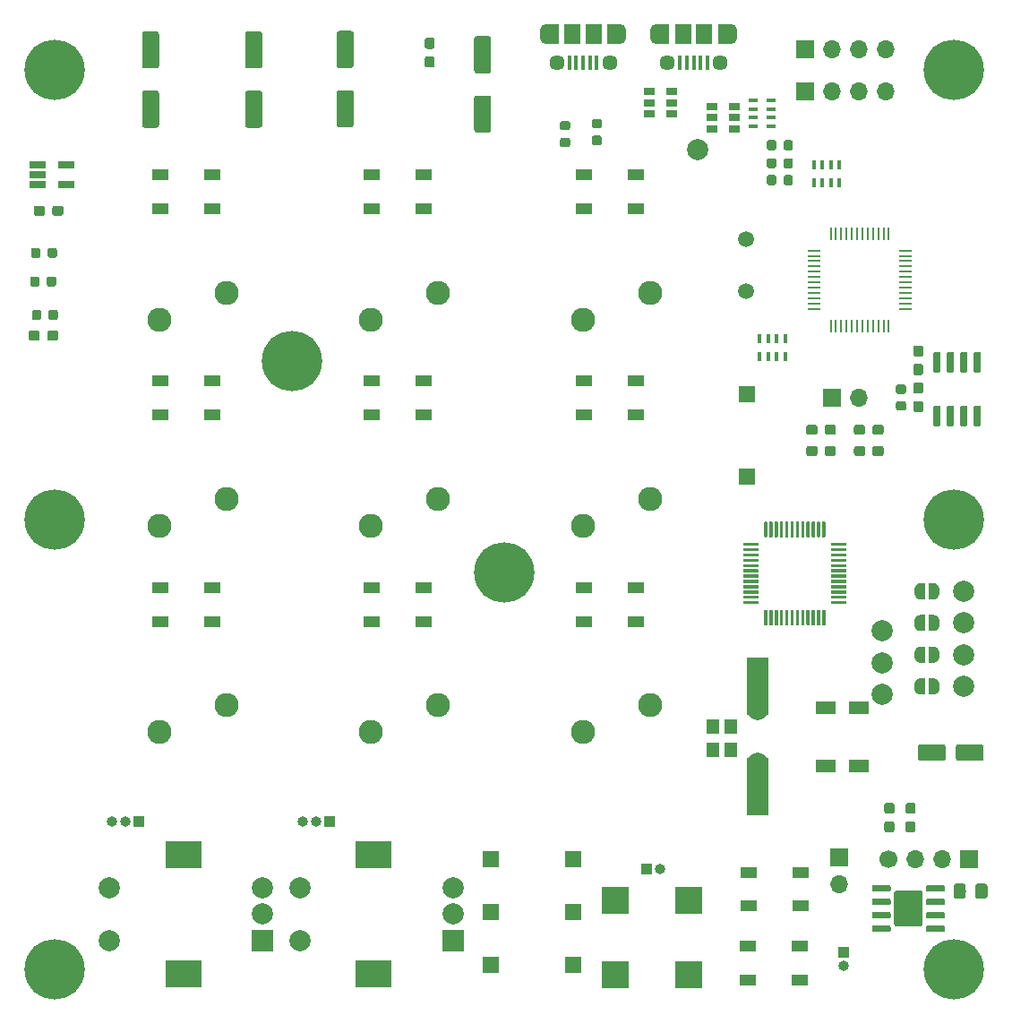
<source format=gbr>
G04 #@! TF.GenerationSoftware,KiCad,Pcbnew,5.1.2-f72e74a~84~ubuntu18.04.1*
G04 #@! TF.CreationDate,2019-06-06T17:17:49+08:00*
G04 #@! TF.ProjectId,stm32_aux_keyboard,73746d33-325f-4617-9578-5f6b6579626f,rev?*
G04 #@! TF.SameCoordinates,Original*
G04 #@! TF.FileFunction,Soldermask,Top*
G04 #@! TF.FilePolarity,Negative*
%FSLAX46Y46*%
G04 Gerber Fmt 4.6, Leading zero omitted, Abs format (unit mm)*
G04 Created by KiCad (PCBNEW 5.1.2-f72e74a~84~ubuntu18.04.1) date 2019-06-06 17:17:49*
%MOMM*%
%LPD*%
G04 APERTURE LIST*
%ADD10C,1.200000*%
%ADD11C,0.100000*%
%ADD12C,2.710000*%
%ADD13C,0.600000*%
%ADD14C,0.650000*%
%ADD15C,0.950000*%
%ADD16C,0.875000*%
%ADD17C,1.150000*%
%ADD18R,1.900000X1.300000*%
%ADD19R,2.500000X2.500000*%
%ADD20R,1.200000X1.400000*%
%ADD21C,1.998980*%
%ADD22R,1.998980X5.499100*%
%ADD23C,2.286000*%
%ADD24R,1.200000X1.900000*%
%ADD25O,1.200000X1.900000*%
%ADD26R,1.500000X1.900000*%
%ADD27C,1.450000*%
%ADD28R,0.400000X1.350000*%
%ADD29R,1.300000X0.250000*%
%ADD30R,0.250000X1.300000*%
%ADD31C,5.700000*%
%ADD32R,1.000000X0.800000*%
%ADD33R,1.560000X0.650000*%
%ADD34O,1.000000X1.000000*%
%ADD35R,1.000000X1.000000*%
%ADD36R,1.500000X1.000000*%
%ADD37C,1.500000*%
%ADD38R,0.400000X0.900000*%
%ADD39O,1.700000X1.700000*%
%ADD40R,1.700000X1.700000*%
%ADD41C,0.300000*%
%ADD42R,1.500000X1.500000*%
%ADD43C,1.700000*%
%ADD44C,1.600000*%
%ADD45C,2.000000*%
%ADD46C,0.500000*%
%ADD47R,0.900000X0.400000*%
%ADD48R,2.000000X2.000000*%
%ADD49R,3.500000X2.500000*%
G04 APERTURE END LIST*
D10*
X49405000Y-52500000D02*
G75*
G03X49405000Y-52500000I-1905000J0D01*
G01*
X69405000Y-72500000D02*
G75*
G03X69405000Y-72500000I-1905000J0D01*
G01*
X26905000Y-67500000D02*
G75*
G03X26905000Y-67500000I-1905000J0D01*
G01*
X111905000Y-67500000D02*
G75*
G03X111905000Y-67500000I-1905000J0D01*
G01*
X111905000Y-25000000D02*
G75*
G03X111905000Y-25000000I-1905000J0D01*
G01*
X26905000Y-25000000D02*
G75*
G03X26905000Y-25000000I-1905000J0D01*
G01*
X26905000Y-110000000D02*
G75*
G03X26905000Y-110000000I-1905000J0D01*
G01*
X111905000Y-110000000D02*
G75*
G03X111905000Y-110000000I-1905000J0D01*
G01*
D11*
G36*
X106879504Y-102551204D02*
G01*
X106903773Y-102554804D01*
X106927571Y-102560765D01*
X106950671Y-102569030D01*
X106972849Y-102579520D01*
X106993893Y-102592133D01*
X107013598Y-102606747D01*
X107031777Y-102623223D01*
X107048253Y-102641402D01*
X107062867Y-102661107D01*
X107075480Y-102682151D01*
X107085970Y-102704329D01*
X107094235Y-102727429D01*
X107100196Y-102751227D01*
X107103796Y-102775496D01*
X107105000Y-102800000D01*
X107105000Y-105700000D01*
X107103796Y-105724504D01*
X107100196Y-105748773D01*
X107094235Y-105772571D01*
X107085970Y-105795671D01*
X107075480Y-105817849D01*
X107062867Y-105838893D01*
X107048253Y-105858598D01*
X107031777Y-105876777D01*
X107013598Y-105893253D01*
X106993893Y-105907867D01*
X106972849Y-105920480D01*
X106950671Y-105930970D01*
X106927571Y-105939235D01*
X106903773Y-105945196D01*
X106879504Y-105948796D01*
X106855000Y-105950000D01*
X104645000Y-105950000D01*
X104620496Y-105948796D01*
X104596227Y-105945196D01*
X104572429Y-105939235D01*
X104549329Y-105930970D01*
X104527151Y-105920480D01*
X104506107Y-105907867D01*
X104486402Y-105893253D01*
X104468223Y-105876777D01*
X104451747Y-105858598D01*
X104437133Y-105838893D01*
X104424520Y-105817849D01*
X104414030Y-105795671D01*
X104405765Y-105772571D01*
X104399804Y-105748773D01*
X104396204Y-105724504D01*
X104395000Y-105700000D01*
X104395000Y-102800000D01*
X104396204Y-102775496D01*
X104399804Y-102751227D01*
X104405765Y-102727429D01*
X104414030Y-102704329D01*
X104424520Y-102682151D01*
X104437133Y-102661107D01*
X104451747Y-102641402D01*
X104468223Y-102623223D01*
X104486402Y-102606747D01*
X104506107Y-102592133D01*
X104527151Y-102579520D01*
X104549329Y-102569030D01*
X104572429Y-102560765D01*
X104596227Y-102554804D01*
X104620496Y-102551204D01*
X104645000Y-102550000D01*
X106855000Y-102550000D01*
X106879504Y-102551204D01*
X106879504Y-102551204D01*
G37*
D12*
X105750000Y-104250000D03*
D11*
G36*
X103939703Y-102045722D02*
G01*
X103954264Y-102047882D01*
X103968543Y-102051459D01*
X103982403Y-102056418D01*
X103995710Y-102062712D01*
X104008336Y-102070280D01*
X104020159Y-102079048D01*
X104031066Y-102088934D01*
X104040952Y-102099841D01*
X104049720Y-102111664D01*
X104057288Y-102124290D01*
X104063582Y-102137597D01*
X104068541Y-102151457D01*
X104072118Y-102165736D01*
X104074278Y-102180297D01*
X104075000Y-102195000D01*
X104075000Y-102495000D01*
X104074278Y-102509703D01*
X104072118Y-102524264D01*
X104068541Y-102538543D01*
X104063582Y-102552403D01*
X104057288Y-102565710D01*
X104049720Y-102578336D01*
X104040952Y-102590159D01*
X104031066Y-102601066D01*
X104020159Y-102610952D01*
X104008336Y-102619720D01*
X103995710Y-102627288D01*
X103982403Y-102633582D01*
X103968543Y-102638541D01*
X103954264Y-102642118D01*
X103939703Y-102644278D01*
X103925000Y-102645000D01*
X102450000Y-102645000D01*
X102435297Y-102644278D01*
X102420736Y-102642118D01*
X102406457Y-102638541D01*
X102392597Y-102633582D01*
X102379290Y-102627288D01*
X102366664Y-102619720D01*
X102354841Y-102610952D01*
X102343934Y-102601066D01*
X102334048Y-102590159D01*
X102325280Y-102578336D01*
X102317712Y-102565710D01*
X102311418Y-102552403D01*
X102306459Y-102538543D01*
X102302882Y-102524264D01*
X102300722Y-102509703D01*
X102300000Y-102495000D01*
X102300000Y-102195000D01*
X102300722Y-102180297D01*
X102302882Y-102165736D01*
X102306459Y-102151457D01*
X102311418Y-102137597D01*
X102317712Y-102124290D01*
X102325280Y-102111664D01*
X102334048Y-102099841D01*
X102343934Y-102088934D01*
X102354841Y-102079048D01*
X102366664Y-102070280D01*
X102379290Y-102062712D01*
X102392597Y-102056418D01*
X102406457Y-102051459D01*
X102420736Y-102047882D01*
X102435297Y-102045722D01*
X102450000Y-102045000D01*
X103925000Y-102045000D01*
X103939703Y-102045722D01*
X103939703Y-102045722D01*
G37*
D13*
X103187500Y-102345000D03*
D11*
G36*
X103939703Y-103315722D02*
G01*
X103954264Y-103317882D01*
X103968543Y-103321459D01*
X103982403Y-103326418D01*
X103995710Y-103332712D01*
X104008336Y-103340280D01*
X104020159Y-103349048D01*
X104031066Y-103358934D01*
X104040952Y-103369841D01*
X104049720Y-103381664D01*
X104057288Y-103394290D01*
X104063582Y-103407597D01*
X104068541Y-103421457D01*
X104072118Y-103435736D01*
X104074278Y-103450297D01*
X104075000Y-103465000D01*
X104075000Y-103765000D01*
X104074278Y-103779703D01*
X104072118Y-103794264D01*
X104068541Y-103808543D01*
X104063582Y-103822403D01*
X104057288Y-103835710D01*
X104049720Y-103848336D01*
X104040952Y-103860159D01*
X104031066Y-103871066D01*
X104020159Y-103880952D01*
X104008336Y-103889720D01*
X103995710Y-103897288D01*
X103982403Y-103903582D01*
X103968543Y-103908541D01*
X103954264Y-103912118D01*
X103939703Y-103914278D01*
X103925000Y-103915000D01*
X102450000Y-103915000D01*
X102435297Y-103914278D01*
X102420736Y-103912118D01*
X102406457Y-103908541D01*
X102392597Y-103903582D01*
X102379290Y-103897288D01*
X102366664Y-103889720D01*
X102354841Y-103880952D01*
X102343934Y-103871066D01*
X102334048Y-103860159D01*
X102325280Y-103848336D01*
X102317712Y-103835710D01*
X102311418Y-103822403D01*
X102306459Y-103808543D01*
X102302882Y-103794264D01*
X102300722Y-103779703D01*
X102300000Y-103765000D01*
X102300000Y-103465000D01*
X102300722Y-103450297D01*
X102302882Y-103435736D01*
X102306459Y-103421457D01*
X102311418Y-103407597D01*
X102317712Y-103394290D01*
X102325280Y-103381664D01*
X102334048Y-103369841D01*
X102343934Y-103358934D01*
X102354841Y-103349048D01*
X102366664Y-103340280D01*
X102379290Y-103332712D01*
X102392597Y-103326418D01*
X102406457Y-103321459D01*
X102420736Y-103317882D01*
X102435297Y-103315722D01*
X102450000Y-103315000D01*
X103925000Y-103315000D01*
X103939703Y-103315722D01*
X103939703Y-103315722D01*
G37*
D13*
X103187500Y-103615000D03*
D11*
G36*
X103939703Y-104585722D02*
G01*
X103954264Y-104587882D01*
X103968543Y-104591459D01*
X103982403Y-104596418D01*
X103995710Y-104602712D01*
X104008336Y-104610280D01*
X104020159Y-104619048D01*
X104031066Y-104628934D01*
X104040952Y-104639841D01*
X104049720Y-104651664D01*
X104057288Y-104664290D01*
X104063582Y-104677597D01*
X104068541Y-104691457D01*
X104072118Y-104705736D01*
X104074278Y-104720297D01*
X104075000Y-104735000D01*
X104075000Y-105035000D01*
X104074278Y-105049703D01*
X104072118Y-105064264D01*
X104068541Y-105078543D01*
X104063582Y-105092403D01*
X104057288Y-105105710D01*
X104049720Y-105118336D01*
X104040952Y-105130159D01*
X104031066Y-105141066D01*
X104020159Y-105150952D01*
X104008336Y-105159720D01*
X103995710Y-105167288D01*
X103982403Y-105173582D01*
X103968543Y-105178541D01*
X103954264Y-105182118D01*
X103939703Y-105184278D01*
X103925000Y-105185000D01*
X102450000Y-105185000D01*
X102435297Y-105184278D01*
X102420736Y-105182118D01*
X102406457Y-105178541D01*
X102392597Y-105173582D01*
X102379290Y-105167288D01*
X102366664Y-105159720D01*
X102354841Y-105150952D01*
X102343934Y-105141066D01*
X102334048Y-105130159D01*
X102325280Y-105118336D01*
X102317712Y-105105710D01*
X102311418Y-105092403D01*
X102306459Y-105078543D01*
X102302882Y-105064264D01*
X102300722Y-105049703D01*
X102300000Y-105035000D01*
X102300000Y-104735000D01*
X102300722Y-104720297D01*
X102302882Y-104705736D01*
X102306459Y-104691457D01*
X102311418Y-104677597D01*
X102317712Y-104664290D01*
X102325280Y-104651664D01*
X102334048Y-104639841D01*
X102343934Y-104628934D01*
X102354841Y-104619048D01*
X102366664Y-104610280D01*
X102379290Y-104602712D01*
X102392597Y-104596418D01*
X102406457Y-104591459D01*
X102420736Y-104587882D01*
X102435297Y-104585722D01*
X102450000Y-104585000D01*
X103925000Y-104585000D01*
X103939703Y-104585722D01*
X103939703Y-104585722D01*
G37*
D13*
X103187500Y-104885000D03*
D11*
G36*
X103939703Y-105855722D02*
G01*
X103954264Y-105857882D01*
X103968543Y-105861459D01*
X103982403Y-105866418D01*
X103995710Y-105872712D01*
X104008336Y-105880280D01*
X104020159Y-105889048D01*
X104031066Y-105898934D01*
X104040952Y-105909841D01*
X104049720Y-105921664D01*
X104057288Y-105934290D01*
X104063582Y-105947597D01*
X104068541Y-105961457D01*
X104072118Y-105975736D01*
X104074278Y-105990297D01*
X104075000Y-106005000D01*
X104075000Y-106305000D01*
X104074278Y-106319703D01*
X104072118Y-106334264D01*
X104068541Y-106348543D01*
X104063582Y-106362403D01*
X104057288Y-106375710D01*
X104049720Y-106388336D01*
X104040952Y-106400159D01*
X104031066Y-106411066D01*
X104020159Y-106420952D01*
X104008336Y-106429720D01*
X103995710Y-106437288D01*
X103982403Y-106443582D01*
X103968543Y-106448541D01*
X103954264Y-106452118D01*
X103939703Y-106454278D01*
X103925000Y-106455000D01*
X102450000Y-106455000D01*
X102435297Y-106454278D01*
X102420736Y-106452118D01*
X102406457Y-106448541D01*
X102392597Y-106443582D01*
X102379290Y-106437288D01*
X102366664Y-106429720D01*
X102354841Y-106420952D01*
X102343934Y-106411066D01*
X102334048Y-106400159D01*
X102325280Y-106388336D01*
X102317712Y-106375710D01*
X102311418Y-106362403D01*
X102306459Y-106348543D01*
X102302882Y-106334264D01*
X102300722Y-106319703D01*
X102300000Y-106305000D01*
X102300000Y-106005000D01*
X102300722Y-105990297D01*
X102302882Y-105975736D01*
X102306459Y-105961457D01*
X102311418Y-105947597D01*
X102317712Y-105934290D01*
X102325280Y-105921664D01*
X102334048Y-105909841D01*
X102343934Y-105898934D01*
X102354841Y-105889048D01*
X102366664Y-105880280D01*
X102379290Y-105872712D01*
X102392597Y-105866418D01*
X102406457Y-105861459D01*
X102420736Y-105857882D01*
X102435297Y-105855722D01*
X102450000Y-105855000D01*
X103925000Y-105855000D01*
X103939703Y-105855722D01*
X103939703Y-105855722D01*
G37*
D13*
X103187500Y-106155000D03*
D11*
G36*
X109064703Y-105855722D02*
G01*
X109079264Y-105857882D01*
X109093543Y-105861459D01*
X109107403Y-105866418D01*
X109120710Y-105872712D01*
X109133336Y-105880280D01*
X109145159Y-105889048D01*
X109156066Y-105898934D01*
X109165952Y-105909841D01*
X109174720Y-105921664D01*
X109182288Y-105934290D01*
X109188582Y-105947597D01*
X109193541Y-105961457D01*
X109197118Y-105975736D01*
X109199278Y-105990297D01*
X109200000Y-106005000D01*
X109200000Y-106305000D01*
X109199278Y-106319703D01*
X109197118Y-106334264D01*
X109193541Y-106348543D01*
X109188582Y-106362403D01*
X109182288Y-106375710D01*
X109174720Y-106388336D01*
X109165952Y-106400159D01*
X109156066Y-106411066D01*
X109145159Y-106420952D01*
X109133336Y-106429720D01*
X109120710Y-106437288D01*
X109107403Y-106443582D01*
X109093543Y-106448541D01*
X109079264Y-106452118D01*
X109064703Y-106454278D01*
X109050000Y-106455000D01*
X107575000Y-106455000D01*
X107560297Y-106454278D01*
X107545736Y-106452118D01*
X107531457Y-106448541D01*
X107517597Y-106443582D01*
X107504290Y-106437288D01*
X107491664Y-106429720D01*
X107479841Y-106420952D01*
X107468934Y-106411066D01*
X107459048Y-106400159D01*
X107450280Y-106388336D01*
X107442712Y-106375710D01*
X107436418Y-106362403D01*
X107431459Y-106348543D01*
X107427882Y-106334264D01*
X107425722Y-106319703D01*
X107425000Y-106305000D01*
X107425000Y-106005000D01*
X107425722Y-105990297D01*
X107427882Y-105975736D01*
X107431459Y-105961457D01*
X107436418Y-105947597D01*
X107442712Y-105934290D01*
X107450280Y-105921664D01*
X107459048Y-105909841D01*
X107468934Y-105898934D01*
X107479841Y-105889048D01*
X107491664Y-105880280D01*
X107504290Y-105872712D01*
X107517597Y-105866418D01*
X107531457Y-105861459D01*
X107545736Y-105857882D01*
X107560297Y-105855722D01*
X107575000Y-105855000D01*
X109050000Y-105855000D01*
X109064703Y-105855722D01*
X109064703Y-105855722D01*
G37*
D13*
X108312500Y-106155000D03*
D11*
G36*
X109064703Y-104585722D02*
G01*
X109079264Y-104587882D01*
X109093543Y-104591459D01*
X109107403Y-104596418D01*
X109120710Y-104602712D01*
X109133336Y-104610280D01*
X109145159Y-104619048D01*
X109156066Y-104628934D01*
X109165952Y-104639841D01*
X109174720Y-104651664D01*
X109182288Y-104664290D01*
X109188582Y-104677597D01*
X109193541Y-104691457D01*
X109197118Y-104705736D01*
X109199278Y-104720297D01*
X109200000Y-104735000D01*
X109200000Y-105035000D01*
X109199278Y-105049703D01*
X109197118Y-105064264D01*
X109193541Y-105078543D01*
X109188582Y-105092403D01*
X109182288Y-105105710D01*
X109174720Y-105118336D01*
X109165952Y-105130159D01*
X109156066Y-105141066D01*
X109145159Y-105150952D01*
X109133336Y-105159720D01*
X109120710Y-105167288D01*
X109107403Y-105173582D01*
X109093543Y-105178541D01*
X109079264Y-105182118D01*
X109064703Y-105184278D01*
X109050000Y-105185000D01*
X107575000Y-105185000D01*
X107560297Y-105184278D01*
X107545736Y-105182118D01*
X107531457Y-105178541D01*
X107517597Y-105173582D01*
X107504290Y-105167288D01*
X107491664Y-105159720D01*
X107479841Y-105150952D01*
X107468934Y-105141066D01*
X107459048Y-105130159D01*
X107450280Y-105118336D01*
X107442712Y-105105710D01*
X107436418Y-105092403D01*
X107431459Y-105078543D01*
X107427882Y-105064264D01*
X107425722Y-105049703D01*
X107425000Y-105035000D01*
X107425000Y-104735000D01*
X107425722Y-104720297D01*
X107427882Y-104705736D01*
X107431459Y-104691457D01*
X107436418Y-104677597D01*
X107442712Y-104664290D01*
X107450280Y-104651664D01*
X107459048Y-104639841D01*
X107468934Y-104628934D01*
X107479841Y-104619048D01*
X107491664Y-104610280D01*
X107504290Y-104602712D01*
X107517597Y-104596418D01*
X107531457Y-104591459D01*
X107545736Y-104587882D01*
X107560297Y-104585722D01*
X107575000Y-104585000D01*
X109050000Y-104585000D01*
X109064703Y-104585722D01*
X109064703Y-104585722D01*
G37*
D13*
X108312500Y-104885000D03*
D11*
G36*
X109064703Y-103315722D02*
G01*
X109079264Y-103317882D01*
X109093543Y-103321459D01*
X109107403Y-103326418D01*
X109120710Y-103332712D01*
X109133336Y-103340280D01*
X109145159Y-103349048D01*
X109156066Y-103358934D01*
X109165952Y-103369841D01*
X109174720Y-103381664D01*
X109182288Y-103394290D01*
X109188582Y-103407597D01*
X109193541Y-103421457D01*
X109197118Y-103435736D01*
X109199278Y-103450297D01*
X109200000Y-103465000D01*
X109200000Y-103765000D01*
X109199278Y-103779703D01*
X109197118Y-103794264D01*
X109193541Y-103808543D01*
X109188582Y-103822403D01*
X109182288Y-103835710D01*
X109174720Y-103848336D01*
X109165952Y-103860159D01*
X109156066Y-103871066D01*
X109145159Y-103880952D01*
X109133336Y-103889720D01*
X109120710Y-103897288D01*
X109107403Y-103903582D01*
X109093543Y-103908541D01*
X109079264Y-103912118D01*
X109064703Y-103914278D01*
X109050000Y-103915000D01*
X107575000Y-103915000D01*
X107560297Y-103914278D01*
X107545736Y-103912118D01*
X107531457Y-103908541D01*
X107517597Y-103903582D01*
X107504290Y-103897288D01*
X107491664Y-103889720D01*
X107479841Y-103880952D01*
X107468934Y-103871066D01*
X107459048Y-103860159D01*
X107450280Y-103848336D01*
X107442712Y-103835710D01*
X107436418Y-103822403D01*
X107431459Y-103808543D01*
X107427882Y-103794264D01*
X107425722Y-103779703D01*
X107425000Y-103765000D01*
X107425000Y-103465000D01*
X107425722Y-103450297D01*
X107427882Y-103435736D01*
X107431459Y-103421457D01*
X107436418Y-103407597D01*
X107442712Y-103394290D01*
X107450280Y-103381664D01*
X107459048Y-103369841D01*
X107468934Y-103358934D01*
X107479841Y-103349048D01*
X107491664Y-103340280D01*
X107504290Y-103332712D01*
X107517597Y-103326418D01*
X107531457Y-103321459D01*
X107545736Y-103317882D01*
X107560297Y-103315722D01*
X107575000Y-103315000D01*
X109050000Y-103315000D01*
X109064703Y-103315722D01*
X109064703Y-103315722D01*
G37*
D13*
X108312500Y-103615000D03*
D11*
G36*
X109064703Y-102045722D02*
G01*
X109079264Y-102047882D01*
X109093543Y-102051459D01*
X109107403Y-102056418D01*
X109120710Y-102062712D01*
X109133336Y-102070280D01*
X109145159Y-102079048D01*
X109156066Y-102088934D01*
X109165952Y-102099841D01*
X109174720Y-102111664D01*
X109182288Y-102124290D01*
X109188582Y-102137597D01*
X109193541Y-102151457D01*
X109197118Y-102165736D01*
X109199278Y-102180297D01*
X109200000Y-102195000D01*
X109200000Y-102495000D01*
X109199278Y-102509703D01*
X109197118Y-102524264D01*
X109193541Y-102538543D01*
X109188582Y-102552403D01*
X109182288Y-102565710D01*
X109174720Y-102578336D01*
X109165952Y-102590159D01*
X109156066Y-102601066D01*
X109145159Y-102610952D01*
X109133336Y-102619720D01*
X109120710Y-102627288D01*
X109107403Y-102633582D01*
X109093543Y-102638541D01*
X109079264Y-102642118D01*
X109064703Y-102644278D01*
X109050000Y-102645000D01*
X107575000Y-102645000D01*
X107560297Y-102644278D01*
X107545736Y-102642118D01*
X107531457Y-102638541D01*
X107517597Y-102633582D01*
X107504290Y-102627288D01*
X107491664Y-102619720D01*
X107479841Y-102610952D01*
X107468934Y-102601066D01*
X107459048Y-102590159D01*
X107450280Y-102578336D01*
X107442712Y-102565710D01*
X107436418Y-102552403D01*
X107431459Y-102538543D01*
X107427882Y-102524264D01*
X107425722Y-102509703D01*
X107425000Y-102495000D01*
X107425000Y-102195000D01*
X107425722Y-102180297D01*
X107427882Y-102165736D01*
X107431459Y-102151457D01*
X107436418Y-102137597D01*
X107442712Y-102124290D01*
X107450280Y-102111664D01*
X107459048Y-102099841D01*
X107468934Y-102088934D01*
X107479841Y-102079048D01*
X107491664Y-102070280D01*
X107504290Y-102062712D01*
X107517597Y-102056418D01*
X107531457Y-102051459D01*
X107545736Y-102047882D01*
X107560297Y-102045722D01*
X107575000Y-102045000D01*
X109050000Y-102045000D01*
X109064703Y-102045722D01*
X109064703Y-102045722D01*
G37*
D13*
X108312500Y-102345000D03*
D11*
G36*
X112433428Y-56705782D02*
G01*
X112449202Y-56708122D01*
X112464671Y-56711997D01*
X112479686Y-56717370D01*
X112494102Y-56724188D01*
X112507780Y-56732386D01*
X112520589Y-56741886D01*
X112532405Y-56752595D01*
X112543114Y-56764411D01*
X112552614Y-56777220D01*
X112560812Y-56790898D01*
X112567630Y-56805314D01*
X112573003Y-56820329D01*
X112576878Y-56835798D01*
X112579218Y-56851572D01*
X112580000Y-56867500D01*
X112580000Y-58517500D01*
X112579218Y-58533428D01*
X112576878Y-58549202D01*
X112573003Y-58564671D01*
X112567630Y-58579686D01*
X112560812Y-58594102D01*
X112552614Y-58607780D01*
X112543114Y-58620589D01*
X112532405Y-58632405D01*
X112520589Y-58643114D01*
X112507780Y-58652614D01*
X112494102Y-58660812D01*
X112479686Y-58667630D01*
X112464671Y-58673003D01*
X112449202Y-58676878D01*
X112433428Y-58679218D01*
X112417500Y-58680000D01*
X112092500Y-58680000D01*
X112076572Y-58679218D01*
X112060798Y-58676878D01*
X112045329Y-58673003D01*
X112030314Y-58667630D01*
X112015898Y-58660812D01*
X112002220Y-58652614D01*
X111989411Y-58643114D01*
X111977595Y-58632405D01*
X111966886Y-58620589D01*
X111957386Y-58607780D01*
X111949188Y-58594102D01*
X111942370Y-58579686D01*
X111936997Y-58564671D01*
X111933122Y-58549202D01*
X111930782Y-58533428D01*
X111930000Y-58517500D01*
X111930000Y-56867500D01*
X111930782Y-56851572D01*
X111933122Y-56835798D01*
X111936997Y-56820329D01*
X111942370Y-56805314D01*
X111949188Y-56790898D01*
X111957386Y-56777220D01*
X111966886Y-56764411D01*
X111977595Y-56752595D01*
X111989411Y-56741886D01*
X112002220Y-56732386D01*
X112015898Y-56724188D01*
X112030314Y-56717370D01*
X112045329Y-56711997D01*
X112060798Y-56708122D01*
X112076572Y-56705782D01*
X112092500Y-56705000D01*
X112417500Y-56705000D01*
X112433428Y-56705782D01*
X112433428Y-56705782D01*
G37*
D14*
X112255000Y-57692500D03*
D11*
G36*
X111163428Y-56705782D02*
G01*
X111179202Y-56708122D01*
X111194671Y-56711997D01*
X111209686Y-56717370D01*
X111224102Y-56724188D01*
X111237780Y-56732386D01*
X111250589Y-56741886D01*
X111262405Y-56752595D01*
X111273114Y-56764411D01*
X111282614Y-56777220D01*
X111290812Y-56790898D01*
X111297630Y-56805314D01*
X111303003Y-56820329D01*
X111306878Y-56835798D01*
X111309218Y-56851572D01*
X111310000Y-56867500D01*
X111310000Y-58517500D01*
X111309218Y-58533428D01*
X111306878Y-58549202D01*
X111303003Y-58564671D01*
X111297630Y-58579686D01*
X111290812Y-58594102D01*
X111282614Y-58607780D01*
X111273114Y-58620589D01*
X111262405Y-58632405D01*
X111250589Y-58643114D01*
X111237780Y-58652614D01*
X111224102Y-58660812D01*
X111209686Y-58667630D01*
X111194671Y-58673003D01*
X111179202Y-58676878D01*
X111163428Y-58679218D01*
X111147500Y-58680000D01*
X110822500Y-58680000D01*
X110806572Y-58679218D01*
X110790798Y-58676878D01*
X110775329Y-58673003D01*
X110760314Y-58667630D01*
X110745898Y-58660812D01*
X110732220Y-58652614D01*
X110719411Y-58643114D01*
X110707595Y-58632405D01*
X110696886Y-58620589D01*
X110687386Y-58607780D01*
X110679188Y-58594102D01*
X110672370Y-58579686D01*
X110666997Y-58564671D01*
X110663122Y-58549202D01*
X110660782Y-58533428D01*
X110660000Y-58517500D01*
X110660000Y-56867500D01*
X110660782Y-56851572D01*
X110663122Y-56835798D01*
X110666997Y-56820329D01*
X110672370Y-56805314D01*
X110679188Y-56790898D01*
X110687386Y-56777220D01*
X110696886Y-56764411D01*
X110707595Y-56752595D01*
X110719411Y-56741886D01*
X110732220Y-56732386D01*
X110745898Y-56724188D01*
X110760314Y-56717370D01*
X110775329Y-56711997D01*
X110790798Y-56708122D01*
X110806572Y-56705782D01*
X110822500Y-56705000D01*
X111147500Y-56705000D01*
X111163428Y-56705782D01*
X111163428Y-56705782D01*
G37*
D14*
X110985000Y-57692500D03*
D11*
G36*
X109893428Y-56705782D02*
G01*
X109909202Y-56708122D01*
X109924671Y-56711997D01*
X109939686Y-56717370D01*
X109954102Y-56724188D01*
X109967780Y-56732386D01*
X109980589Y-56741886D01*
X109992405Y-56752595D01*
X110003114Y-56764411D01*
X110012614Y-56777220D01*
X110020812Y-56790898D01*
X110027630Y-56805314D01*
X110033003Y-56820329D01*
X110036878Y-56835798D01*
X110039218Y-56851572D01*
X110040000Y-56867500D01*
X110040000Y-58517500D01*
X110039218Y-58533428D01*
X110036878Y-58549202D01*
X110033003Y-58564671D01*
X110027630Y-58579686D01*
X110020812Y-58594102D01*
X110012614Y-58607780D01*
X110003114Y-58620589D01*
X109992405Y-58632405D01*
X109980589Y-58643114D01*
X109967780Y-58652614D01*
X109954102Y-58660812D01*
X109939686Y-58667630D01*
X109924671Y-58673003D01*
X109909202Y-58676878D01*
X109893428Y-58679218D01*
X109877500Y-58680000D01*
X109552500Y-58680000D01*
X109536572Y-58679218D01*
X109520798Y-58676878D01*
X109505329Y-58673003D01*
X109490314Y-58667630D01*
X109475898Y-58660812D01*
X109462220Y-58652614D01*
X109449411Y-58643114D01*
X109437595Y-58632405D01*
X109426886Y-58620589D01*
X109417386Y-58607780D01*
X109409188Y-58594102D01*
X109402370Y-58579686D01*
X109396997Y-58564671D01*
X109393122Y-58549202D01*
X109390782Y-58533428D01*
X109390000Y-58517500D01*
X109390000Y-56867500D01*
X109390782Y-56851572D01*
X109393122Y-56835798D01*
X109396997Y-56820329D01*
X109402370Y-56805314D01*
X109409188Y-56790898D01*
X109417386Y-56777220D01*
X109426886Y-56764411D01*
X109437595Y-56752595D01*
X109449411Y-56741886D01*
X109462220Y-56732386D01*
X109475898Y-56724188D01*
X109490314Y-56717370D01*
X109505329Y-56711997D01*
X109520798Y-56708122D01*
X109536572Y-56705782D01*
X109552500Y-56705000D01*
X109877500Y-56705000D01*
X109893428Y-56705782D01*
X109893428Y-56705782D01*
G37*
D14*
X109715000Y-57692500D03*
D11*
G36*
X108623428Y-56705782D02*
G01*
X108639202Y-56708122D01*
X108654671Y-56711997D01*
X108669686Y-56717370D01*
X108684102Y-56724188D01*
X108697780Y-56732386D01*
X108710589Y-56741886D01*
X108722405Y-56752595D01*
X108733114Y-56764411D01*
X108742614Y-56777220D01*
X108750812Y-56790898D01*
X108757630Y-56805314D01*
X108763003Y-56820329D01*
X108766878Y-56835798D01*
X108769218Y-56851572D01*
X108770000Y-56867500D01*
X108770000Y-58517500D01*
X108769218Y-58533428D01*
X108766878Y-58549202D01*
X108763003Y-58564671D01*
X108757630Y-58579686D01*
X108750812Y-58594102D01*
X108742614Y-58607780D01*
X108733114Y-58620589D01*
X108722405Y-58632405D01*
X108710589Y-58643114D01*
X108697780Y-58652614D01*
X108684102Y-58660812D01*
X108669686Y-58667630D01*
X108654671Y-58673003D01*
X108639202Y-58676878D01*
X108623428Y-58679218D01*
X108607500Y-58680000D01*
X108282500Y-58680000D01*
X108266572Y-58679218D01*
X108250798Y-58676878D01*
X108235329Y-58673003D01*
X108220314Y-58667630D01*
X108205898Y-58660812D01*
X108192220Y-58652614D01*
X108179411Y-58643114D01*
X108167595Y-58632405D01*
X108156886Y-58620589D01*
X108147386Y-58607780D01*
X108139188Y-58594102D01*
X108132370Y-58579686D01*
X108126997Y-58564671D01*
X108123122Y-58549202D01*
X108120782Y-58533428D01*
X108120000Y-58517500D01*
X108120000Y-56867500D01*
X108120782Y-56851572D01*
X108123122Y-56835798D01*
X108126997Y-56820329D01*
X108132370Y-56805314D01*
X108139188Y-56790898D01*
X108147386Y-56777220D01*
X108156886Y-56764411D01*
X108167595Y-56752595D01*
X108179411Y-56741886D01*
X108192220Y-56732386D01*
X108205898Y-56724188D01*
X108220314Y-56717370D01*
X108235329Y-56711997D01*
X108250798Y-56708122D01*
X108266572Y-56705782D01*
X108282500Y-56705000D01*
X108607500Y-56705000D01*
X108623428Y-56705782D01*
X108623428Y-56705782D01*
G37*
D14*
X108445000Y-57692500D03*
D11*
G36*
X108623428Y-51630782D02*
G01*
X108639202Y-51633122D01*
X108654671Y-51636997D01*
X108669686Y-51642370D01*
X108684102Y-51649188D01*
X108697780Y-51657386D01*
X108710589Y-51666886D01*
X108722405Y-51677595D01*
X108733114Y-51689411D01*
X108742614Y-51702220D01*
X108750812Y-51715898D01*
X108757630Y-51730314D01*
X108763003Y-51745329D01*
X108766878Y-51760798D01*
X108769218Y-51776572D01*
X108770000Y-51792500D01*
X108770000Y-53442500D01*
X108769218Y-53458428D01*
X108766878Y-53474202D01*
X108763003Y-53489671D01*
X108757630Y-53504686D01*
X108750812Y-53519102D01*
X108742614Y-53532780D01*
X108733114Y-53545589D01*
X108722405Y-53557405D01*
X108710589Y-53568114D01*
X108697780Y-53577614D01*
X108684102Y-53585812D01*
X108669686Y-53592630D01*
X108654671Y-53598003D01*
X108639202Y-53601878D01*
X108623428Y-53604218D01*
X108607500Y-53605000D01*
X108282500Y-53605000D01*
X108266572Y-53604218D01*
X108250798Y-53601878D01*
X108235329Y-53598003D01*
X108220314Y-53592630D01*
X108205898Y-53585812D01*
X108192220Y-53577614D01*
X108179411Y-53568114D01*
X108167595Y-53557405D01*
X108156886Y-53545589D01*
X108147386Y-53532780D01*
X108139188Y-53519102D01*
X108132370Y-53504686D01*
X108126997Y-53489671D01*
X108123122Y-53474202D01*
X108120782Y-53458428D01*
X108120000Y-53442500D01*
X108120000Y-51792500D01*
X108120782Y-51776572D01*
X108123122Y-51760798D01*
X108126997Y-51745329D01*
X108132370Y-51730314D01*
X108139188Y-51715898D01*
X108147386Y-51702220D01*
X108156886Y-51689411D01*
X108167595Y-51677595D01*
X108179411Y-51666886D01*
X108192220Y-51657386D01*
X108205898Y-51649188D01*
X108220314Y-51642370D01*
X108235329Y-51636997D01*
X108250798Y-51633122D01*
X108266572Y-51630782D01*
X108282500Y-51630000D01*
X108607500Y-51630000D01*
X108623428Y-51630782D01*
X108623428Y-51630782D01*
G37*
D14*
X108445000Y-52617500D03*
D11*
G36*
X109893428Y-51630782D02*
G01*
X109909202Y-51633122D01*
X109924671Y-51636997D01*
X109939686Y-51642370D01*
X109954102Y-51649188D01*
X109967780Y-51657386D01*
X109980589Y-51666886D01*
X109992405Y-51677595D01*
X110003114Y-51689411D01*
X110012614Y-51702220D01*
X110020812Y-51715898D01*
X110027630Y-51730314D01*
X110033003Y-51745329D01*
X110036878Y-51760798D01*
X110039218Y-51776572D01*
X110040000Y-51792500D01*
X110040000Y-53442500D01*
X110039218Y-53458428D01*
X110036878Y-53474202D01*
X110033003Y-53489671D01*
X110027630Y-53504686D01*
X110020812Y-53519102D01*
X110012614Y-53532780D01*
X110003114Y-53545589D01*
X109992405Y-53557405D01*
X109980589Y-53568114D01*
X109967780Y-53577614D01*
X109954102Y-53585812D01*
X109939686Y-53592630D01*
X109924671Y-53598003D01*
X109909202Y-53601878D01*
X109893428Y-53604218D01*
X109877500Y-53605000D01*
X109552500Y-53605000D01*
X109536572Y-53604218D01*
X109520798Y-53601878D01*
X109505329Y-53598003D01*
X109490314Y-53592630D01*
X109475898Y-53585812D01*
X109462220Y-53577614D01*
X109449411Y-53568114D01*
X109437595Y-53557405D01*
X109426886Y-53545589D01*
X109417386Y-53532780D01*
X109409188Y-53519102D01*
X109402370Y-53504686D01*
X109396997Y-53489671D01*
X109393122Y-53474202D01*
X109390782Y-53458428D01*
X109390000Y-53442500D01*
X109390000Y-51792500D01*
X109390782Y-51776572D01*
X109393122Y-51760798D01*
X109396997Y-51745329D01*
X109402370Y-51730314D01*
X109409188Y-51715898D01*
X109417386Y-51702220D01*
X109426886Y-51689411D01*
X109437595Y-51677595D01*
X109449411Y-51666886D01*
X109462220Y-51657386D01*
X109475898Y-51649188D01*
X109490314Y-51642370D01*
X109505329Y-51636997D01*
X109520798Y-51633122D01*
X109536572Y-51630782D01*
X109552500Y-51630000D01*
X109877500Y-51630000D01*
X109893428Y-51630782D01*
X109893428Y-51630782D01*
G37*
D14*
X109715000Y-52617500D03*
D11*
G36*
X111163428Y-51630782D02*
G01*
X111179202Y-51633122D01*
X111194671Y-51636997D01*
X111209686Y-51642370D01*
X111224102Y-51649188D01*
X111237780Y-51657386D01*
X111250589Y-51666886D01*
X111262405Y-51677595D01*
X111273114Y-51689411D01*
X111282614Y-51702220D01*
X111290812Y-51715898D01*
X111297630Y-51730314D01*
X111303003Y-51745329D01*
X111306878Y-51760798D01*
X111309218Y-51776572D01*
X111310000Y-51792500D01*
X111310000Y-53442500D01*
X111309218Y-53458428D01*
X111306878Y-53474202D01*
X111303003Y-53489671D01*
X111297630Y-53504686D01*
X111290812Y-53519102D01*
X111282614Y-53532780D01*
X111273114Y-53545589D01*
X111262405Y-53557405D01*
X111250589Y-53568114D01*
X111237780Y-53577614D01*
X111224102Y-53585812D01*
X111209686Y-53592630D01*
X111194671Y-53598003D01*
X111179202Y-53601878D01*
X111163428Y-53604218D01*
X111147500Y-53605000D01*
X110822500Y-53605000D01*
X110806572Y-53604218D01*
X110790798Y-53601878D01*
X110775329Y-53598003D01*
X110760314Y-53592630D01*
X110745898Y-53585812D01*
X110732220Y-53577614D01*
X110719411Y-53568114D01*
X110707595Y-53557405D01*
X110696886Y-53545589D01*
X110687386Y-53532780D01*
X110679188Y-53519102D01*
X110672370Y-53504686D01*
X110666997Y-53489671D01*
X110663122Y-53474202D01*
X110660782Y-53458428D01*
X110660000Y-53442500D01*
X110660000Y-51792500D01*
X110660782Y-51776572D01*
X110663122Y-51760798D01*
X110666997Y-51745329D01*
X110672370Y-51730314D01*
X110679188Y-51715898D01*
X110687386Y-51702220D01*
X110696886Y-51689411D01*
X110707595Y-51677595D01*
X110719411Y-51666886D01*
X110732220Y-51657386D01*
X110745898Y-51649188D01*
X110760314Y-51642370D01*
X110775329Y-51636997D01*
X110790798Y-51633122D01*
X110806572Y-51630782D01*
X110822500Y-51630000D01*
X111147500Y-51630000D01*
X111163428Y-51630782D01*
X111163428Y-51630782D01*
G37*
D14*
X110985000Y-52617500D03*
D11*
G36*
X112433428Y-51630782D02*
G01*
X112449202Y-51633122D01*
X112464671Y-51636997D01*
X112479686Y-51642370D01*
X112494102Y-51649188D01*
X112507780Y-51657386D01*
X112520589Y-51666886D01*
X112532405Y-51677595D01*
X112543114Y-51689411D01*
X112552614Y-51702220D01*
X112560812Y-51715898D01*
X112567630Y-51730314D01*
X112573003Y-51745329D01*
X112576878Y-51760798D01*
X112579218Y-51776572D01*
X112580000Y-51792500D01*
X112580000Y-53442500D01*
X112579218Y-53458428D01*
X112576878Y-53474202D01*
X112573003Y-53489671D01*
X112567630Y-53504686D01*
X112560812Y-53519102D01*
X112552614Y-53532780D01*
X112543114Y-53545589D01*
X112532405Y-53557405D01*
X112520589Y-53568114D01*
X112507780Y-53577614D01*
X112494102Y-53585812D01*
X112479686Y-53592630D01*
X112464671Y-53598003D01*
X112449202Y-53601878D01*
X112433428Y-53604218D01*
X112417500Y-53605000D01*
X112092500Y-53605000D01*
X112076572Y-53604218D01*
X112060798Y-53601878D01*
X112045329Y-53598003D01*
X112030314Y-53592630D01*
X112015898Y-53585812D01*
X112002220Y-53577614D01*
X111989411Y-53568114D01*
X111977595Y-53557405D01*
X111966886Y-53545589D01*
X111957386Y-53532780D01*
X111949188Y-53519102D01*
X111942370Y-53504686D01*
X111936997Y-53489671D01*
X111933122Y-53474202D01*
X111930782Y-53458428D01*
X111930000Y-53442500D01*
X111930000Y-51792500D01*
X111930782Y-51776572D01*
X111933122Y-51760798D01*
X111936997Y-51745329D01*
X111942370Y-51730314D01*
X111949188Y-51715898D01*
X111957386Y-51702220D01*
X111966886Y-51689411D01*
X111977595Y-51677595D01*
X111989411Y-51666886D01*
X112002220Y-51657386D01*
X112015898Y-51649188D01*
X112030314Y-51642370D01*
X112045329Y-51636997D01*
X112060798Y-51633122D01*
X112076572Y-51630782D01*
X112092500Y-51630000D01*
X112417500Y-51630000D01*
X112433428Y-51630782D01*
X112433428Y-51630782D01*
G37*
D14*
X112255000Y-52617500D03*
D11*
G36*
X106935779Y-56276144D02*
G01*
X106958834Y-56279563D01*
X106981443Y-56285227D01*
X107003387Y-56293079D01*
X107024457Y-56303044D01*
X107044448Y-56315026D01*
X107063168Y-56328910D01*
X107080438Y-56344562D01*
X107096090Y-56361832D01*
X107109974Y-56380552D01*
X107121956Y-56400543D01*
X107131921Y-56421613D01*
X107139773Y-56443557D01*
X107145437Y-56466166D01*
X107148856Y-56489221D01*
X107150000Y-56512500D01*
X107150000Y-57087500D01*
X107148856Y-57110779D01*
X107145437Y-57133834D01*
X107139773Y-57156443D01*
X107131921Y-57178387D01*
X107121956Y-57199457D01*
X107109974Y-57219448D01*
X107096090Y-57238168D01*
X107080438Y-57255438D01*
X107063168Y-57271090D01*
X107044448Y-57284974D01*
X107024457Y-57296956D01*
X107003387Y-57306921D01*
X106981443Y-57314773D01*
X106958834Y-57320437D01*
X106935779Y-57323856D01*
X106912500Y-57325000D01*
X106437500Y-57325000D01*
X106414221Y-57323856D01*
X106391166Y-57320437D01*
X106368557Y-57314773D01*
X106346613Y-57306921D01*
X106325543Y-57296956D01*
X106305552Y-57284974D01*
X106286832Y-57271090D01*
X106269562Y-57255438D01*
X106253910Y-57238168D01*
X106240026Y-57219448D01*
X106228044Y-57199457D01*
X106218079Y-57178387D01*
X106210227Y-57156443D01*
X106204563Y-57133834D01*
X106201144Y-57110779D01*
X106200000Y-57087500D01*
X106200000Y-56512500D01*
X106201144Y-56489221D01*
X106204563Y-56466166D01*
X106210227Y-56443557D01*
X106218079Y-56421613D01*
X106228044Y-56400543D01*
X106240026Y-56380552D01*
X106253910Y-56361832D01*
X106269562Y-56344562D01*
X106286832Y-56328910D01*
X106305552Y-56315026D01*
X106325543Y-56303044D01*
X106346613Y-56293079D01*
X106368557Y-56285227D01*
X106391166Y-56279563D01*
X106414221Y-56276144D01*
X106437500Y-56275000D01*
X106912500Y-56275000D01*
X106935779Y-56276144D01*
X106935779Y-56276144D01*
G37*
D15*
X106675000Y-56800000D03*
D11*
G36*
X106935779Y-54526144D02*
G01*
X106958834Y-54529563D01*
X106981443Y-54535227D01*
X107003387Y-54543079D01*
X107024457Y-54553044D01*
X107044448Y-54565026D01*
X107063168Y-54578910D01*
X107080438Y-54594562D01*
X107096090Y-54611832D01*
X107109974Y-54630552D01*
X107121956Y-54650543D01*
X107131921Y-54671613D01*
X107139773Y-54693557D01*
X107145437Y-54716166D01*
X107148856Y-54739221D01*
X107150000Y-54762500D01*
X107150000Y-55337500D01*
X107148856Y-55360779D01*
X107145437Y-55383834D01*
X107139773Y-55406443D01*
X107131921Y-55428387D01*
X107121956Y-55449457D01*
X107109974Y-55469448D01*
X107096090Y-55488168D01*
X107080438Y-55505438D01*
X107063168Y-55521090D01*
X107044448Y-55534974D01*
X107024457Y-55546956D01*
X107003387Y-55556921D01*
X106981443Y-55564773D01*
X106958834Y-55570437D01*
X106935779Y-55573856D01*
X106912500Y-55575000D01*
X106437500Y-55575000D01*
X106414221Y-55573856D01*
X106391166Y-55570437D01*
X106368557Y-55564773D01*
X106346613Y-55556921D01*
X106325543Y-55546956D01*
X106305552Y-55534974D01*
X106286832Y-55521090D01*
X106269562Y-55505438D01*
X106253910Y-55488168D01*
X106240026Y-55469448D01*
X106228044Y-55449457D01*
X106218079Y-55428387D01*
X106210227Y-55406443D01*
X106204563Y-55383834D01*
X106201144Y-55360779D01*
X106200000Y-55337500D01*
X106200000Y-54762500D01*
X106201144Y-54739221D01*
X106204563Y-54716166D01*
X106210227Y-54693557D01*
X106218079Y-54671613D01*
X106228044Y-54650543D01*
X106240026Y-54630552D01*
X106253910Y-54611832D01*
X106269562Y-54594562D01*
X106286832Y-54578910D01*
X106305552Y-54565026D01*
X106325543Y-54553044D01*
X106346613Y-54543079D01*
X106368557Y-54535227D01*
X106391166Y-54529563D01*
X106414221Y-54526144D01*
X106437500Y-54525000D01*
X106912500Y-54525000D01*
X106935779Y-54526144D01*
X106935779Y-54526144D01*
G37*
D15*
X106675000Y-55050000D03*
D11*
G36*
X105327691Y-56301053D02*
G01*
X105348926Y-56304203D01*
X105369750Y-56309419D01*
X105389962Y-56316651D01*
X105409368Y-56325830D01*
X105427781Y-56336866D01*
X105445024Y-56349654D01*
X105460930Y-56364070D01*
X105475346Y-56379976D01*
X105488134Y-56397219D01*
X105499170Y-56415632D01*
X105508349Y-56435038D01*
X105515581Y-56455250D01*
X105520797Y-56476074D01*
X105523947Y-56497309D01*
X105525000Y-56518750D01*
X105525000Y-56956250D01*
X105523947Y-56977691D01*
X105520797Y-56998926D01*
X105515581Y-57019750D01*
X105508349Y-57039962D01*
X105499170Y-57059368D01*
X105488134Y-57077781D01*
X105475346Y-57095024D01*
X105460930Y-57110930D01*
X105445024Y-57125346D01*
X105427781Y-57138134D01*
X105409368Y-57149170D01*
X105389962Y-57158349D01*
X105369750Y-57165581D01*
X105348926Y-57170797D01*
X105327691Y-57173947D01*
X105306250Y-57175000D01*
X104793750Y-57175000D01*
X104772309Y-57173947D01*
X104751074Y-57170797D01*
X104730250Y-57165581D01*
X104710038Y-57158349D01*
X104690632Y-57149170D01*
X104672219Y-57138134D01*
X104654976Y-57125346D01*
X104639070Y-57110930D01*
X104624654Y-57095024D01*
X104611866Y-57077781D01*
X104600830Y-57059368D01*
X104591651Y-57039962D01*
X104584419Y-57019750D01*
X104579203Y-56998926D01*
X104576053Y-56977691D01*
X104575000Y-56956250D01*
X104575000Y-56518750D01*
X104576053Y-56497309D01*
X104579203Y-56476074D01*
X104584419Y-56455250D01*
X104591651Y-56435038D01*
X104600830Y-56415632D01*
X104611866Y-56397219D01*
X104624654Y-56379976D01*
X104639070Y-56364070D01*
X104654976Y-56349654D01*
X104672219Y-56336866D01*
X104690632Y-56325830D01*
X104710038Y-56316651D01*
X104730250Y-56309419D01*
X104751074Y-56304203D01*
X104772309Y-56301053D01*
X104793750Y-56300000D01*
X105306250Y-56300000D01*
X105327691Y-56301053D01*
X105327691Y-56301053D01*
G37*
D16*
X105050000Y-56737500D03*
D11*
G36*
X105327691Y-54726053D02*
G01*
X105348926Y-54729203D01*
X105369750Y-54734419D01*
X105389962Y-54741651D01*
X105409368Y-54750830D01*
X105427781Y-54761866D01*
X105445024Y-54774654D01*
X105460930Y-54789070D01*
X105475346Y-54804976D01*
X105488134Y-54822219D01*
X105499170Y-54840632D01*
X105508349Y-54860038D01*
X105515581Y-54880250D01*
X105520797Y-54901074D01*
X105523947Y-54922309D01*
X105525000Y-54943750D01*
X105525000Y-55381250D01*
X105523947Y-55402691D01*
X105520797Y-55423926D01*
X105515581Y-55444750D01*
X105508349Y-55464962D01*
X105499170Y-55484368D01*
X105488134Y-55502781D01*
X105475346Y-55520024D01*
X105460930Y-55535930D01*
X105445024Y-55550346D01*
X105427781Y-55563134D01*
X105409368Y-55574170D01*
X105389962Y-55583349D01*
X105369750Y-55590581D01*
X105348926Y-55595797D01*
X105327691Y-55598947D01*
X105306250Y-55600000D01*
X104793750Y-55600000D01*
X104772309Y-55598947D01*
X104751074Y-55595797D01*
X104730250Y-55590581D01*
X104710038Y-55583349D01*
X104690632Y-55574170D01*
X104672219Y-55563134D01*
X104654976Y-55550346D01*
X104639070Y-55535930D01*
X104624654Y-55520024D01*
X104611866Y-55502781D01*
X104600830Y-55484368D01*
X104591651Y-55464962D01*
X104584419Y-55444750D01*
X104579203Y-55423926D01*
X104576053Y-55402691D01*
X104575000Y-55381250D01*
X104575000Y-54943750D01*
X104576053Y-54922309D01*
X104579203Y-54901074D01*
X104584419Y-54880250D01*
X104591651Y-54860038D01*
X104600830Y-54840632D01*
X104611866Y-54822219D01*
X104624654Y-54804976D01*
X104639070Y-54789070D01*
X104654976Y-54774654D01*
X104672219Y-54761866D01*
X104690632Y-54750830D01*
X104710038Y-54741651D01*
X104730250Y-54734419D01*
X104751074Y-54729203D01*
X104772309Y-54726053D01*
X104793750Y-54725000D01*
X105306250Y-54725000D01*
X105327691Y-54726053D01*
X105327691Y-54726053D01*
G37*
D16*
X105050000Y-55162500D03*
D11*
G36*
X110949505Y-101901204D02*
G01*
X110973773Y-101904804D01*
X110997572Y-101910765D01*
X111020671Y-101919030D01*
X111042850Y-101929520D01*
X111063893Y-101942132D01*
X111083599Y-101956747D01*
X111101777Y-101973223D01*
X111118253Y-101991401D01*
X111132868Y-102011107D01*
X111145480Y-102032150D01*
X111155970Y-102054329D01*
X111164235Y-102077428D01*
X111170196Y-102101227D01*
X111173796Y-102125495D01*
X111175000Y-102149999D01*
X111175000Y-103050001D01*
X111173796Y-103074505D01*
X111170196Y-103098773D01*
X111164235Y-103122572D01*
X111155970Y-103145671D01*
X111145480Y-103167850D01*
X111132868Y-103188893D01*
X111118253Y-103208599D01*
X111101777Y-103226777D01*
X111083599Y-103243253D01*
X111063893Y-103257868D01*
X111042850Y-103270480D01*
X111020671Y-103280970D01*
X110997572Y-103289235D01*
X110973773Y-103295196D01*
X110949505Y-103298796D01*
X110925001Y-103300000D01*
X110274999Y-103300000D01*
X110250495Y-103298796D01*
X110226227Y-103295196D01*
X110202428Y-103289235D01*
X110179329Y-103280970D01*
X110157150Y-103270480D01*
X110136107Y-103257868D01*
X110116401Y-103243253D01*
X110098223Y-103226777D01*
X110081747Y-103208599D01*
X110067132Y-103188893D01*
X110054520Y-103167850D01*
X110044030Y-103145671D01*
X110035765Y-103122572D01*
X110029804Y-103098773D01*
X110026204Y-103074505D01*
X110025000Y-103050001D01*
X110025000Y-102149999D01*
X110026204Y-102125495D01*
X110029804Y-102101227D01*
X110035765Y-102077428D01*
X110044030Y-102054329D01*
X110054520Y-102032150D01*
X110067132Y-102011107D01*
X110081747Y-101991401D01*
X110098223Y-101973223D01*
X110116401Y-101956747D01*
X110136107Y-101942132D01*
X110157150Y-101929520D01*
X110179329Y-101919030D01*
X110202428Y-101910765D01*
X110226227Y-101904804D01*
X110250495Y-101901204D01*
X110274999Y-101900000D01*
X110925001Y-101900000D01*
X110949505Y-101901204D01*
X110949505Y-101901204D01*
G37*
D17*
X110600000Y-102600000D03*
D11*
G36*
X112999505Y-101901204D02*
G01*
X113023773Y-101904804D01*
X113047572Y-101910765D01*
X113070671Y-101919030D01*
X113092850Y-101929520D01*
X113113893Y-101942132D01*
X113133599Y-101956747D01*
X113151777Y-101973223D01*
X113168253Y-101991401D01*
X113182868Y-102011107D01*
X113195480Y-102032150D01*
X113205970Y-102054329D01*
X113214235Y-102077428D01*
X113220196Y-102101227D01*
X113223796Y-102125495D01*
X113225000Y-102149999D01*
X113225000Y-103050001D01*
X113223796Y-103074505D01*
X113220196Y-103098773D01*
X113214235Y-103122572D01*
X113205970Y-103145671D01*
X113195480Y-103167850D01*
X113182868Y-103188893D01*
X113168253Y-103208599D01*
X113151777Y-103226777D01*
X113133599Y-103243253D01*
X113113893Y-103257868D01*
X113092850Y-103270480D01*
X113070671Y-103280970D01*
X113047572Y-103289235D01*
X113023773Y-103295196D01*
X112999505Y-103298796D01*
X112975001Y-103300000D01*
X112324999Y-103300000D01*
X112300495Y-103298796D01*
X112276227Y-103295196D01*
X112252428Y-103289235D01*
X112229329Y-103280970D01*
X112207150Y-103270480D01*
X112186107Y-103257868D01*
X112166401Y-103243253D01*
X112148223Y-103226777D01*
X112131747Y-103208599D01*
X112117132Y-103188893D01*
X112104520Y-103167850D01*
X112094030Y-103145671D01*
X112085765Y-103122572D01*
X112079804Y-103098773D01*
X112076204Y-103074505D01*
X112075000Y-103050001D01*
X112075000Y-102149999D01*
X112076204Y-102125495D01*
X112079804Y-102101227D01*
X112085765Y-102077428D01*
X112094030Y-102054329D01*
X112104520Y-102032150D01*
X112117132Y-102011107D01*
X112131747Y-101991401D01*
X112148223Y-101973223D01*
X112166401Y-101956747D01*
X112186107Y-101942132D01*
X112207150Y-101929520D01*
X112229329Y-101919030D01*
X112252428Y-101910765D01*
X112276227Y-101904804D01*
X112300495Y-101901204D01*
X112324999Y-101900000D01*
X112975001Y-101900000D01*
X112999505Y-101901204D01*
X112999505Y-101901204D01*
G37*
D17*
X112650000Y-102600000D03*
D11*
G36*
X106935779Y-51026144D02*
G01*
X106958834Y-51029563D01*
X106981443Y-51035227D01*
X107003387Y-51043079D01*
X107024457Y-51053044D01*
X107044448Y-51065026D01*
X107063168Y-51078910D01*
X107080438Y-51094562D01*
X107096090Y-51111832D01*
X107109974Y-51130552D01*
X107121956Y-51150543D01*
X107131921Y-51171613D01*
X107139773Y-51193557D01*
X107145437Y-51216166D01*
X107148856Y-51239221D01*
X107150000Y-51262500D01*
X107150000Y-51837500D01*
X107148856Y-51860779D01*
X107145437Y-51883834D01*
X107139773Y-51906443D01*
X107131921Y-51928387D01*
X107121956Y-51949457D01*
X107109974Y-51969448D01*
X107096090Y-51988168D01*
X107080438Y-52005438D01*
X107063168Y-52021090D01*
X107044448Y-52034974D01*
X107024457Y-52046956D01*
X107003387Y-52056921D01*
X106981443Y-52064773D01*
X106958834Y-52070437D01*
X106935779Y-52073856D01*
X106912500Y-52075000D01*
X106437500Y-52075000D01*
X106414221Y-52073856D01*
X106391166Y-52070437D01*
X106368557Y-52064773D01*
X106346613Y-52056921D01*
X106325543Y-52046956D01*
X106305552Y-52034974D01*
X106286832Y-52021090D01*
X106269562Y-52005438D01*
X106253910Y-51988168D01*
X106240026Y-51969448D01*
X106228044Y-51949457D01*
X106218079Y-51928387D01*
X106210227Y-51906443D01*
X106204563Y-51883834D01*
X106201144Y-51860779D01*
X106200000Y-51837500D01*
X106200000Y-51262500D01*
X106201144Y-51239221D01*
X106204563Y-51216166D01*
X106210227Y-51193557D01*
X106218079Y-51171613D01*
X106228044Y-51150543D01*
X106240026Y-51130552D01*
X106253910Y-51111832D01*
X106269562Y-51094562D01*
X106286832Y-51078910D01*
X106305552Y-51065026D01*
X106325543Y-51053044D01*
X106346613Y-51043079D01*
X106368557Y-51035227D01*
X106391166Y-51029563D01*
X106414221Y-51026144D01*
X106437500Y-51025000D01*
X106912500Y-51025000D01*
X106935779Y-51026144D01*
X106935779Y-51026144D01*
G37*
D15*
X106675000Y-51550000D03*
D11*
G36*
X106935779Y-52776144D02*
G01*
X106958834Y-52779563D01*
X106981443Y-52785227D01*
X107003387Y-52793079D01*
X107024457Y-52803044D01*
X107044448Y-52815026D01*
X107063168Y-52828910D01*
X107080438Y-52844562D01*
X107096090Y-52861832D01*
X107109974Y-52880552D01*
X107121956Y-52900543D01*
X107131921Y-52921613D01*
X107139773Y-52943557D01*
X107145437Y-52966166D01*
X107148856Y-52989221D01*
X107150000Y-53012500D01*
X107150000Y-53587500D01*
X107148856Y-53610779D01*
X107145437Y-53633834D01*
X107139773Y-53656443D01*
X107131921Y-53678387D01*
X107121956Y-53699457D01*
X107109974Y-53719448D01*
X107096090Y-53738168D01*
X107080438Y-53755438D01*
X107063168Y-53771090D01*
X107044448Y-53784974D01*
X107024457Y-53796956D01*
X107003387Y-53806921D01*
X106981443Y-53814773D01*
X106958834Y-53820437D01*
X106935779Y-53823856D01*
X106912500Y-53825000D01*
X106437500Y-53825000D01*
X106414221Y-53823856D01*
X106391166Y-53820437D01*
X106368557Y-53814773D01*
X106346613Y-53806921D01*
X106325543Y-53796956D01*
X106305552Y-53784974D01*
X106286832Y-53771090D01*
X106269562Y-53755438D01*
X106253910Y-53738168D01*
X106240026Y-53719448D01*
X106228044Y-53699457D01*
X106218079Y-53678387D01*
X106210227Y-53656443D01*
X106204563Y-53633834D01*
X106201144Y-53610779D01*
X106200000Y-53587500D01*
X106200000Y-53012500D01*
X106201144Y-52989221D01*
X106204563Y-52966166D01*
X106210227Y-52943557D01*
X106218079Y-52921613D01*
X106228044Y-52900543D01*
X106240026Y-52880552D01*
X106253910Y-52861832D01*
X106269562Y-52844562D01*
X106286832Y-52828910D01*
X106305552Y-52815026D01*
X106325543Y-52803044D01*
X106346613Y-52793079D01*
X106368557Y-52785227D01*
X106391166Y-52779563D01*
X106414221Y-52776144D01*
X106437500Y-52775000D01*
X106912500Y-52775000D01*
X106935779Y-52776144D01*
X106935779Y-52776144D01*
G37*
D15*
X106675000Y-53300000D03*
D18*
X101100000Y-85250000D03*
X101100000Y-90750000D03*
X97900000Y-90750000D03*
X97900000Y-85250000D03*
D19*
X85000000Y-110500000D03*
X78000000Y-110500000D03*
X78000000Y-103500000D03*
X85000000Y-103500000D03*
D20*
X88942500Y-89227000D03*
X88942500Y-87027000D03*
X87242500Y-89227000D03*
X87242500Y-87027000D03*
D21*
X91500000Y-90540000D03*
X91500000Y-85460000D03*
D22*
X91500000Y-92749800D03*
X91500000Y-83250200D03*
D23*
X74960000Y-87580000D03*
X81310000Y-85040000D03*
X54960000Y-87580000D03*
X61310000Y-85040000D03*
X34960000Y-87580000D03*
X41310000Y-85040000D03*
X74960000Y-68080000D03*
X81310000Y-65540000D03*
X54960000Y-68080000D03*
X61310000Y-65540000D03*
X34960000Y-68080000D03*
X41310000Y-65540000D03*
X74960000Y-48580000D03*
X81310000Y-46040000D03*
X54960000Y-48580000D03*
X61310000Y-46040000D03*
X34960000Y-48580000D03*
X41310000Y-46040000D03*
D24*
X88360000Y-21612500D03*
X82560000Y-21612500D03*
D25*
X81960000Y-21612500D03*
X88960000Y-21612500D03*
D26*
X86460000Y-21612500D03*
D27*
X82960000Y-24312500D03*
D28*
X85460000Y-24312500D03*
X84810000Y-24312500D03*
X84160000Y-24312500D03*
X86760000Y-24312500D03*
X86110000Y-24312500D03*
D27*
X87960000Y-24312500D03*
D26*
X84460000Y-21612500D03*
D24*
X77900000Y-21612500D03*
X72100000Y-21612500D03*
D25*
X71500000Y-21612500D03*
X78500000Y-21612500D03*
D26*
X76000000Y-21612500D03*
D27*
X72500000Y-24312500D03*
D28*
X75000000Y-24312500D03*
X74350000Y-24312500D03*
X73700000Y-24312500D03*
X76300000Y-24312500D03*
X75650000Y-24312500D03*
D27*
X77500000Y-24312500D03*
D26*
X74000000Y-21612500D03*
D29*
X96800000Y-42060000D03*
X96800000Y-42560000D03*
X96800000Y-43060000D03*
X96800000Y-43560000D03*
X96800000Y-44060000D03*
X96800000Y-44560000D03*
X96800000Y-45060000D03*
X96800000Y-45560000D03*
X96800000Y-46060000D03*
X96800000Y-46560000D03*
X96800000Y-47060000D03*
X96800000Y-47560000D03*
D30*
X98400000Y-49160000D03*
X98900000Y-49160000D03*
X99400000Y-49160000D03*
X99900000Y-49160000D03*
X100400000Y-49160000D03*
X100900000Y-49160000D03*
X101400000Y-49160000D03*
X101900000Y-49160000D03*
X102400000Y-49160000D03*
X102900000Y-49160000D03*
X103400000Y-49160000D03*
X103900000Y-49160000D03*
D29*
X105500000Y-47560000D03*
X105500000Y-47060000D03*
X105500000Y-46560000D03*
X105500000Y-46060000D03*
X105500000Y-45560000D03*
X105500000Y-45060000D03*
X105500000Y-44560000D03*
X105500000Y-44060000D03*
X105500000Y-43560000D03*
X105500000Y-43060000D03*
X105500000Y-42560000D03*
X105500000Y-42060000D03*
D30*
X103900000Y-40460000D03*
X103400000Y-40460000D03*
X102900000Y-40460000D03*
X102400000Y-40460000D03*
X101900000Y-40460000D03*
X101400000Y-40460000D03*
X100900000Y-40460000D03*
X100400000Y-40460000D03*
X99900000Y-40460000D03*
X99400000Y-40460000D03*
X98900000Y-40460000D03*
X98400000Y-40460000D03*
D31*
X47500000Y-52500000D03*
X67500000Y-72500000D03*
D32*
X83360000Y-29150000D03*
X83360000Y-27050000D03*
X83360000Y-28100000D03*
X81240000Y-27050000D03*
X81240000Y-29150000D03*
X81240000Y-28100000D03*
D33*
X26110000Y-33940000D03*
X26110000Y-35840000D03*
X23410000Y-35840000D03*
X23410000Y-34890000D03*
X23410000Y-33940000D03*
D34*
X99650000Y-109620000D03*
D35*
X99650000Y-108350000D03*
D36*
X90560000Y-107810000D03*
X90560000Y-111010000D03*
X95460000Y-107810000D03*
X95460000Y-111010000D03*
X90670000Y-100810000D03*
X90670000Y-104010000D03*
X95570000Y-100810000D03*
X95570000Y-104010000D03*
X75050000Y-73900000D03*
X75050000Y-77100000D03*
X79950000Y-73900000D03*
X79950000Y-77100000D03*
X55050000Y-73900000D03*
X55050000Y-77100000D03*
X59950000Y-73900000D03*
X59950000Y-77100000D03*
X35050000Y-73900000D03*
X35050000Y-77100000D03*
X39950000Y-73900000D03*
X39950000Y-77100000D03*
X75050000Y-54400000D03*
X75050000Y-57600000D03*
X79950000Y-54400000D03*
X79950000Y-57600000D03*
X55050000Y-54400000D03*
X55050000Y-57600000D03*
X59950000Y-54400000D03*
X59950000Y-57600000D03*
X35050000Y-54400000D03*
X35050000Y-57600000D03*
X39950000Y-54400000D03*
X39950000Y-57600000D03*
X75050000Y-34900000D03*
X75050000Y-38100000D03*
X79950000Y-34900000D03*
X79950000Y-38100000D03*
X55050000Y-34900000D03*
X55050000Y-38100000D03*
X59950000Y-34900000D03*
X59950000Y-38100000D03*
X35050000Y-34900000D03*
X35050000Y-38100000D03*
X39950000Y-34900000D03*
X39950000Y-38100000D03*
D11*
G36*
X23562691Y-47666053D02*
G01*
X23583926Y-47669203D01*
X23604750Y-47674419D01*
X23624962Y-47681651D01*
X23644368Y-47690830D01*
X23662781Y-47701866D01*
X23680024Y-47714654D01*
X23695930Y-47729070D01*
X23710346Y-47744976D01*
X23723134Y-47762219D01*
X23734170Y-47780632D01*
X23743349Y-47800038D01*
X23750581Y-47820250D01*
X23755797Y-47841074D01*
X23758947Y-47862309D01*
X23760000Y-47883750D01*
X23760000Y-48396250D01*
X23758947Y-48417691D01*
X23755797Y-48438926D01*
X23750581Y-48459750D01*
X23743349Y-48479962D01*
X23734170Y-48499368D01*
X23723134Y-48517781D01*
X23710346Y-48535024D01*
X23695930Y-48550930D01*
X23680024Y-48565346D01*
X23662781Y-48578134D01*
X23644368Y-48589170D01*
X23624962Y-48598349D01*
X23604750Y-48605581D01*
X23583926Y-48610797D01*
X23562691Y-48613947D01*
X23541250Y-48615000D01*
X23103750Y-48615000D01*
X23082309Y-48613947D01*
X23061074Y-48610797D01*
X23040250Y-48605581D01*
X23020038Y-48598349D01*
X23000632Y-48589170D01*
X22982219Y-48578134D01*
X22964976Y-48565346D01*
X22949070Y-48550930D01*
X22934654Y-48535024D01*
X22921866Y-48517781D01*
X22910830Y-48499368D01*
X22901651Y-48479962D01*
X22894419Y-48459750D01*
X22889203Y-48438926D01*
X22886053Y-48417691D01*
X22885000Y-48396250D01*
X22885000Y-47883750D01*
X22886053Y-47862309D01*
X22889203Y-47841074D01*
X22894419Y-47820250D01*
X22901651Y-47800038D01*
X22910830Y-47780632D01*
X22921866Y-47762219D01*
X22934654Y-47744976D01*
X22949070Y-47729070D01*
X22964976Y-47714654D01*
X22982219Y-47701866D01*
X23000632Y-47690830D01*
X23020038Y-47681651D01*
X23040250Y-47674419D01*
X23061074Y-47669203D01*
X23082309Y-47666053D01*
X23103750Y-47665000D01*
X23541250Y-47665000D01*
X23562691Y-47666053D01*
X23562691Y-47666053D01*
G37*
D16*
X23322500Y-48140000D03*
D11*
G36*
X25137691Y-47666053D02*
G01*
X25158926Y-47669203D01*
X25179750Y-47674419D01*
X25199962Y-47681651D01*
X25219368Y-47690830D01*
X25237781Y-47701866D01*
X25255024Y-47714654D01*
X25270930Y-47729070D01*
X25285346Y-47744976D01*
X25298134Y-47762219D01*
X25309170Y-47780632D01*
X25318349Y-47800038D01*
X25325581Y-47820250D01*
X25330797Y-47841074D01*
X25333947Y-47862309D01*
X25335000Y-47883750D01*
X25335000Y-48396250D01*
X25333947Y-48417691D01*
X25330797Y-48438926D01*
X25325581Y-48459750D01*
X25318349Y-48479962D01*
X25309170Y-48499368D01*
X25298134Y-48517781D01*
X25285346Y-48535024D01*
X25270930Y-48550930D01*
X25255024Y-48565346D01*
X25237781Y-48578134D01*
X25219368Y-48589170D01*
X25199962Y-48598349D01*
X25179750Y-48605581D01*
X25158926Y-48610797D01*
X25137691Y-48613947D01*
X25116250Y-48615000D01*
X24678750Y-48615000D01*
X24657309Y-48613947D01*
X24636074Y-48610797D01*
X24615250Y-48605581D01*
X24595038Y-48598349D01*
X24575632Y-48589170D01*
X24557219Y-48578134D01*
X24539976Y-48565346D01*
X24524070Y-48550930D01*
X24509654Y-48535024D01*
X24496866Y-48517781D01*
X24485830Y-48499368D01*
X24476651Y-48479962D01*
X24469419Y-48459750D01*
X24464203Y-48438926D01*
X24461053Y-48417691D01*
X24460000Y-48396250D01*
X24460000Y-47883750D01*
X24461053Y-47862309D01*
X24464203Y-47841074D01*
X24469419Y-47820250D01*
X24476651Y-47800038D01*
X24485830Y-47780632D01*
X24496866Y-47762219D01*
X24509654Y-47744976D01*
X24524070Y-47729070D01*
X24539976Y-47714654D01*
X24557219Y-47701866D01*
X24575632Y-47690830D01*
X24595038Y-47681651D01*
X24615250Y-47674419D01*
X24636074Y-47669203D01*
X24657309Y-47666053D01*
X24678750Y-47665000D01*
X25116250Y-47665000D01*
X25137691Y-47666053D01*
X25137691Y-47666053D01*
G37*
D16*
X24897500Y-48140000D03*
D11*
G36*
X23402691Y-44516053D02*
G01*
X23423926Y-44519203D01*
X23444750Y-44524419D01*
X23464962Y-44531651D01*
X23484368Y-44540830D01*
X23502781Y-44551866D01*
X23520024Y-44564654D01*
X23535930Y-44579070D01*
X23550346Y-44594976D01*
X23563134Y-44612219D01*
X23574170Y-44630632D01*
X23583349Y-44650038D01*
X23590581Y-44670250D01*
X23595797Y-44691074D01*
X23598947Y-44712309D01*
X23600000Y-44733750D01*
X23600000Y-45246250D01*
X23598947Y-45267691D01*
X23595797Y-45288926D01*
X23590581Y-45309750D01*
X23583349Y-45329962D01*
X23574170Y-45349368D01*
X23563134Y-45367781D01*
X23550346Y-45385024D01*
X23535930Y-45400930D01*
X23520024Y-45415346D01*
X23502781Y-45428134D01*
X23484368Y-45439170D01*
X23464962Y-45448349D01*
X23444750Y-45455581D01*
X23423926Y-45460797D01*
X23402691Y-45463947D01*
X23381250Y-45465000D01*
X22943750Y-45465000D01*
X22922309Y-45463947D01*
X22901074Y-45460797D01*
X22880250Y-45455581D01*
X22860038Y-45448349D01*
X22840632Y-45439170D01*
X22822219Y-45428134D01*
X22804976Y-45415346D01*
X22789070Y-45400930D01*
X22774654Y-45385024D01*
X22761866Y-45367781D01*
X22750830Y-45349368D01*
X22741651Y-45329962D01*
X22734419Y-45309750D01*
X22729203Y-45288926D01*
X22726053Y-45267691D01*
X22725000Y-45246250D01*
X22725000Y-44733750D01*
X22726053Y-44712309D01*
X22729203Y-44691074D01*
X22734419Y-44670250D01*
X22741651Y-44650038D01*
X22750830Y-44630632D01*
X22761866Y-44612219D01*
X22774654Y-44594976D01*
X22789070Y-44579070D01*
X22804976Y-44564654D01*
X22822219Y-44551866D01*
X22840632Y-44540830D01*
X22860038Y-44531651D01*
X22880250Y-44524419D01*
X22901074Y-44519203D01*
X22922309Y-44516053D01*
X22943750Y-44515000D01*
X23381250Y-44515000D01*
X23402691Y-44516053D01*
X23402691Y-44516053D01*
G37*
D16*
X23162500Y-44990000D03*
D11*
G36*
X24977691Y-44516053D02*
G01*
X24998926Y-44519203D01*
X25019750Y-44524419D01*
X25039962Y-44531651D01*
X25059368Y-44540830D01*
X25077781Y-44551866D01*
X25095024Y-44564654D01*
X25110930Y-44579070D01*
X25125346Y-44594976D01*
X25138134Y-44612219D01*
X25149170Y-44630632D01*
X25158349Y-44650038D01*
X25165581Y-44670250D01*
X25170797Y-44691074D01*
X25173947Y-44712309D01*
X25175000Y-44733750D01*
X25175000Y-45246250D01*
X25173947Y-45267691D01*
X25170797Y-45288926D01*
X25165581Y-45309750D01*
X25158349Y-45329962D01*
X25149170Y-45349368D01*
X25138134Y-45367781D01*
X25125346Y-45385024D01*
X25110930Y-45400930D01*
X25095024Y-45415346D01*
X25077781Y-45428134D01*
X25059368Y-45439170D01*
X25039962Y-45448349D01*
X25019750Y-45455581D01*
X24998926Y-45460797D01*
X24977691Y-45463947D01*
X24956250Y-45465000D01*
X24518750Y-45465000D01*
X24497309Y-45463947D01*
X24476074Y-45460797D01*
X24455250Y-45455581D01*
X24435038Y-45448349D01*
X24415632Y-45439170D01*
X24397219Y-45428134D01*
X24379976Y-45415346D01*
X24364070Y-45400930D01*
X24349654Y-45385024D01*
X24336866Y-45367781D01*
X24325830Y-45349368D01*
X24316651Y-45329962D01*
X24309419Y-45309750D01*
X24304203Y-45288926D01*
X24301053Y-45267691D01*
X24300000Y-45246250D01*
X24300000Y-44733750D01*
X24301053Y-44712309D01*
X24304203Y-44691074D01*
X24309419Y-44670250D01*
X24316651Y-44650038D01*
X24325830Y-44630632D01*
X24336866Y-44612219D01*
X24349654Y-44594976D01*
X24364070Y-44579070D01*
X24379976Y-44564654D01*
X24397219Y-44551866D01*
X24415632Y-44540830D01*
X24435038Y-44531651D01*
X24455250Y-44524419D01*
X24476074Y-44519203D01*
X24497309Y-44516053D01*
X24518750Y-44515000D01*
X24956250Y-44515000D01*
X24977691Y-44516053D01*
X24977691Y-44516053D01*
G37*
D16*
X24737500Y-44990000D03*
D11*
G36*
X23482691Y-41796053D02*
G01*
X23503926Y-41799203D01*
X23524750Y-41804419D01*
X23544962Y-41811651D01*
X23564368Y-41820830D01*
X23582781Y-41831866D01*
X23600024Y-41844654D01*
X23615930Y-41859070D01*
X23630346Y-41874976D01*
X23643134Y-41892219D01*
X23654170Y-41910632D01*
X23663349Y-41930038D01*
X23670581Y-41950250D01*
X23675797Y-41971074D01*
X23678947Y-41992309D01*
X23680000Y-42013750D01*
X23680000Y-42526250D01*
X23678947Y-42547691D01*
X23675797Y-42568926D01*
X23670581Y-42589750D01*
X23663349Y-42609962D01*
X23654170Y-42629368D01*
X23643134Y-42647781D01*
X23630346Y-42665024D01*
X23615930Y-42680930D01*
X23600024Y-42695346D01*
X23582781Y-42708134D01*
X23564368Y-42719170D01*
X23544962Y-42728349D01*
X23524750Y-42735581D01*
X23503926Y-42740797D01*
X23482691Y-42743947D01*
X23461250Y-42745000D01*
X23023750Y-42745000D01*
X23002309Y-42743947D01*
X22981074Y-42740797D01*
X22960250Y-42735581D01*
X22940038Y-42728349D01*
X22920632Y-42719170D01*
X22902219Y-42708134D01*
X22884976Y-42695346D01*
X22869070Y-42680930D01*
X22854654Y-42665024D01*
X22841866Y-42647781D01*
X22830830Y-42629368D01*
X22821651Y-42609962D01*
X22814419Y-42589750D01*
X22809203Y-42568926D01*
X22806053Y-42547691D01*
X22805000Y-42526250D01*
X22805000Y-42013750D01*
X22806053Y-41992309D01*
X22809203Y-41971074D01*
X22814419Y-41950250D01*
X22821651Y-41930038D01*
X22830830Y-41910632D01*
X22841866Y-41892219D01*
X22854654Y-41874976D01*
X22869070Y-41859070D01*
X22884976Y-41844654D01*
X22902219Y-41831866D01*
X22920632Y-41820830D01*
X22940038Y-41811651D01*
X22960250Y-41804419D01*
X22981074Y-41799203D01*
X23002309Y-41796053D01*
X23023750Y-41795000D01*
X23461250Y-41795000D01*
X23482691Y-41796053D01*
X23482691Y-41796053D01*
G37*
D16*
X23242500Y-42270000D03*
D11*
G36*
X25057691Y-41796053D02*
G01*
X25078926Y-41799203D01*
X25099750Y-41804419D01*
X25119962Y-41811651D01*
X25139368Y-41820830D01*
X25157781Y-41831866D01*
X25175024Y-41844654D01*
X25190930Y-41859070D01*
X25205346Y-41874976D01*
X25218134Y-41892219D01*
X25229170Y-41910632D01*
X25238349Y-41930038D01*
X25245581Y-41950250D01*
X25250797Y-41971074D01*
X25253947Y-41992309D01*
X25255000Y-42013750D01*
X25255000Y-42526250D01*
X25253947Y-42547691D01*
X25250797Y-42568926D01*
X25245581Y-42589750D01*
X25238349Y-42609962D01*
X25229170Y-42629368D01*
X25218134Y-42647781D01*
X25205346Y-42665024D01*
X25190930Y-42680930D01*
X25175024Y-42695346D01*
X25157781Y-42708134D01*
X25139368Y-42719170D01*
X25119962Y-42728349D01*
X25099750Y-42735581D01*
X25078926Y-42740797D01*
X25057691Y-42743947D01*
X25036250Y-42745000D01*
X24598750Y-42745000D01*
X24577309Y-42743947D01*
X24556074Y-42740797D01*
X24535250Y-42735581D01*
X24515038Y-42728349D01*
X24495632Y-42719170D01*
X24477219Y-42708134D01*
X24459976Y-42695346D01*
X24444070Y-42680930D01*
X24429654Y-42665024D01*
X24416866Y-42647781D01*
X24405830Y-42629368D01*
X24396651Y-42609962D01*
X24389419Y-42589750D01*
X24384203Y-42568926D01*
X24381053Y-42547691D01*
X24380000Y-42526250D01*
X24380000Y-42013750D01*
X24381053Y-41992309D01*
X24384203Y-41971074D01*
X24389419Y-41950250D01*
X24396651Y-41930038D01*
X24405830Y-41910632D01*
X24416866Y-41892219D01*
X24429654Y-41874976D01*
X24444070Y-41859070D01*
X24459976Y-41844654D01*
X24477219Y-41831866D01*
X24495632Y-41820830D01*
X24515038Y-41811651D01*
X24535250Y-41804419D01*
X24556074Y-41799203D01*
X24577309Y-41796053D01*
X24598750Y-41795000D01*
X25036250Y-41795000D01*
X25057691Y-41796053D01*
X25057691Y-41796053D01*
G37*
D16*
X24817500Y-42270000D03*
D11*
G36*
X25645779Y-37816144D02*
G01*
X25668834Y-37819563D01*
X25691443Y-37825227D01*
X25713387Y-37833079D01*
X25734457Y-37843044D01*
X25754448Y-37855026D01*
X25773168Y-37868910D01*
X25790438Y-37884562D01*
X25806090Y-37901832D01*
X25819974Y-37920552D01*
X25831956Y-37940543D01*
X25841921Y-37961613D01*
X25849773Y-37983557D01*
X25855437Y-38006166D01*
X25858856Y-38029221D01*
X25860000Y-38052500D01*
X25860000Y-38527500D01*
X25858856Y-38550779D01*
X25855437Y-38573834D01*
X25849773Y-38596443D01*
X25841921Y-38618387D01*
X25831956Y-38639457D01*
X25819974Y-38659448D01*
X25806090Y-38678168D01*
X25790438Y-38695438D01*
X25773168Y-38711090D01*
X25754448Y-38724974D01*
X25734457Y-38736956D01*
X25713387Y-38746921D01*
X25691443Y-38754773D01*
X25668834Y-38760437D01*
X25645779Y-38763856D01*
X25622500Y-38765000D01*
X25047500Y-38765000D01*
X25024221Y-38763856D01*
X25001166Y-38760437D01*
X24978557Y-38754773D01*
X24956613Y-38746921D01*
X24935543Y-38736956D01*
X24915552Y-38724974D01*
X24896832Y-38711090D01*
X24879562Y-38695438D01*
X24863910Y-38678168D01*
X24850026Y-38659448D01*
X24838044Y-38639457D01*
X24828079Y-38618387D01*
X24820227Y-38596443D01*
X24814563Y-38573834D01*
X24811144Y-38550779D01*
X24810000Y-38527500D01*
X24810000Y-38052500D01*
X24811144Y-38029221D01*
X24814563Y-38006166D01*
X24820227Y-37983557D01*
X24828079Y-37961613D01*
X24838044Y-37940543D01*
X24850026Y-37920552D01*
X24863910Y-37901832D01*
X24879562Y-37884562D01*
X24896832Y-37868910D01*
X24915552Y-37855026D01*
X24935543Y-37843044D01*
X24956613Y-37833079D01*
X24978557Y-37825227D01*
X25001166Y-37819563D01*
X25024221Y-37816144D01*
X25047500Y-37815000D01*
X25622500Y-37815000D01*
X25645779Y-37816144D01*
X25645779Y-37816144D01*
G37*
D15*
X25335000Y-38290000D03*
D11*
G36*
X23895779Y-37816144D02*
G01*
X23918834Y-37819563D01*
X23941443Y-37825227D01*
X23963387Y-37833079D01*
X23984457Y-37843044D01*
X24004448Y-37855026D01*
X24023168Y-37868910D01*
X24040438Y-37884562D01*
X24056090Y-37901832D01*
X24069974Y-37920552D01*
X24081956Y-37940543D01*
X24091921Y-37961613D01*
X24099773Y-37983557D01*
X24105437Y-38006166D01*
X24108856Y-38029221D01*
X24110000Y-38052500D01*
X24110000Y-38527500D01*
X24108856Y-38550779D01*
X24105437Y-38573834D01*
X24099773Y-38596443D01*
X24091921Y-38618387D01*
X24081956Y-38639457D01*
X24069974Y-38659448D01*
X24056090Y-38678168D01*
X24040438Y-38695438D01*
X24023168Y-38711090D01*
X24004448Y-38724974D01*
X23984457Y-38736956D01*
X23963387Y-38746921D01*
X23941443Y-38754773D01*
X23918834Y-38760437D01*
X23895779Y-38763856D01*
X23872500Y-38765000D01*
X23297500Y-38765000D01*
X23274221Y-38763856D01*
X23251166Y-38760437D01*
X23228557Y-38754773D01*
X23206613Y-38746921D01*
X23185543Y-38736956D01*
X23165552Y-38724974D01*
X23146832Y-38711090D01*
X23129562Y-38695438D01*
X23113910Y-38678168D01*
X23100026Y-38659448D01*
X23088044Y-38639457D01*
X23078079Y-38618387D01*
X23070227Y-38596443D01*
X23064563Y-38573834D01*
X23061144Y-38550779D01*
X23060000Y-38527500D01*
X23060000Y-38052500D01*
X23061144Y-38029221D01*
X23064563Y-38006166D01*
X23070227Y-37983557D01*
X23078079Y-37961613D01*
X23088044Y-37940543D01*
X23100026Y-37920552D01*
X23113910Y-37901832D01*
X23129562Y-37884562D01*
X23146832Y-37868910D01*
X23165552Y-37855026D01*
X23185543Y-37843044D01*
X23206613Y-37833079D01*
X23228557Y-37825227D01*
X23251166Y-37819563D01*
X23274221Y-37816144D01*
X23297500Y-37815000D01*
X23872500Y-37815000D01*
X23895779Y-37816144D01*
X23895779Y-37816144D01*
G37*
D15*
X23585000Y-38290000D03*
D11*
G36*
X25165779Y-49636144D02*
G01*
X25188834Y-49639563D01*
X25211443Y-49645227D01*
X25233387Y-49653079D01*
X25254457Y-49663044D01*
X25274448Y-49675026D01*
X25293168Y-49688910D01*
X25310438Y-49704562D01*
X25326090Y-49721832D01*
X25339974Y-49740552D01*
X25351956Y-49760543D01*
X25361921Y-49781613D01*
X25369773Y-49803557D01*
X25375437Y-49826166D01*
X25378856Y-49849221D01*
X25380000Y-49872500D01*
X25380000Y-50347500D01*
X25378856Y-50370779D01*
X25375437Y-50393834D01*
X25369773Y-50416443D01*
X25361921Y-50438387D01*
X25351956Y-50459457D01*
X25339974Y-50479448D01*
X25326090Y-50498168D01*
X25310438Y-50515438D01*
X25293168Y-50531090D01*
X25274448Y-50544974D01*
X25254457Y-50556956D01*
X25233387Y-50566921D01*
X25211443Y-50574773D01*
X25188834Y-50580437D01*
X25165779Y-50583856D01*
X25142500Y-50585000D01*
X24567500Y-50585000D01*
X24544221Y-50583856D01*
X24521166Y-50580437D01*
X24498557Y-50574773D01*
X24476613Y-50566921D01*
X24455543Y-50556956D01*
X24435552Y-50544974D01*
X24416832Y-50531090D01*
X24399562Y-50515438D01*
X24383910Y-50498168D01*
X24370026Y-50479448D01*
X24358044Y-50459457D01*
X24348079Y-50438387D01*
X24340227Y-50416443D01*
X24334563Y-50393834D01*
X24331144Y-50370779D01*
X24330000Y-50347500D01*
X24330000Y-49872500D01*
X24331144Y-49849221D01*
X24334563Y-49826166D01*
X24340227Y-49803557D01*
X24348079Y-49781613D01*
X24358044Y-49760543D01*
X24370026Y-49740552D01*
X24383910Y-49721832D01*
X24399562Y-49704562D01*
X24416832Y-49688910D01*
X24435552Y-49675026D01*
X24455543Y-49663044D01*
X24476613Y-49653079D01*
X24498557Y-49645227D01*
X24521166Y-49639563D01*
X24544221Y-49636144D01*
X24567500Y-49635000D01*
X25142500Y-49635000D01*
X25165779Y-49636144D01*
X25165779Y-49636144D01*
G37*
D15*
X24855000Y-50110000D03*
D11*
G36*
X23415779Y-49636144D02*
G01*
X23438834Y-49639563D01*
X23461443Y-49645227D01*
X23483387Y-49653079D01*
X23504457Y-49663044D01*
X23524448Y-49675026D01*
X23543168Y-49688910D01*
X23560438Y-49704562D01*
X23576090Y-49721832D01*
X23589974Y-49740552D01*
X23601956Y-49760543D01*
X23611921Y-49781613D01*
X23619773Y-49803557D01*
X23625437Y-49826166D01*
X23628856Y-49849221D01*
X23630000Y-49872500D01*
X23630000Y-50347500D01*
X23628856Y-50370779D01*
X23625437Y-50393834D01*
X23619773Y-50416443D01*
X23611921Y-50438387D01*
X23601956Y-50459457D01*
X23589974Y-50479448D01*
X23576090Y-50498168D01*
X23560438Y-50515438D01*
X23543168Y-50531090D01*
X23524448Y-50544974D01*
X23504457Y-50556956D01*
X23483387Y-50566921D01*
X23461443Y-50574773D01*
X23438834Y-50580437D01*
X23415779Y-50583856D01*
X23392500Y-50585000D01*
X22817500Y-50585000D01*
X22794221Y-50583856D01*
X22771166Y-50580437D01*
X22748557Y-50574773D01*
X22726613Y-50566921D01*
X22705543Y-50556956D01*
X22685552Y-50544974D01*
X22666832Y-50531090D01*
X22649562Y-50515438D01*
X22633910Y-50498168D01*
X22620026Y-50479448D01*
X22608044Y-50459457D01*
X22598079Y-50438387D01*
X22590227Y-50416443D01*
X22584563Y-50393834D01*
X22581144Y-50370779D01*
X22580000Y-50347500D01*
X22580000Y-49872500D01*
X22581144Y-49849221D01*
X22584563Y-49826166D01*
X22590227Y-49803557D01*
X22598079Y-49781613D01*
X22608044Y-49760543D01*
X22620026Y-49740552D01*
X22633910Y-49721832D01*
X22649562Y-49704562D01*
X22666832Y-49688910D01*
X22685552Y-49675026D01*
X22705543Y-49663044D01*
X22726613Y-49653079D01*
X22748557Y-49645227D01*
X22771166Y-49639563D01*
X22794221Y-49636144D01*
X22817500Y-49635000D01*
X23392500Y-49635000D01*
X23415779Y-49636144D01*
X23415779Y-49636144D01*
G37*
D15*
X23105000Y-50110000D03*
D37*
X90360000Y-41020000D03*
X90360000Y-45900000D03*
D11*
G36*
X93052691Y-31626053D02*
G01*
X93073926Y-31629203D01*
X93094750Y-31634419D01*
X93114962Y-31641651D01*
X93134368Y-31650830D01*
X93152781Y-31661866D01*
X93170024Y-31674654D01*
X93185930Y-31689070D01*
X93200346Y-31704976D01*
X93213134Y-31722219D01*
X93224170Y-31740632D01*
X93233349Y-31760038D01*
X93240581Y-31780250D01*
X93245797Y-31801074D01*
X93248947Y-31822309D01*
X93250000Y-31843750D01*
X93250000Y-32356250D01*
X93248947Y-32377691D01*
X93245797Y-32398926D01*
X93240581Y-32419750D01*
X93233349Y-32439962D01*
X93224170Y-32459368D01*
X93213134Y-32477781D01*
X93200346Y-32495024D01*
X93185930Y-32510930D01*
X93170024Y-32525346D01*
X93152781Y-32538134D01*
X93134368Y-32549170D01*
X93114962Y-32558349D01*
X93094750Y-32565581D01*
X93073926Y-32570797D01*
X93052691Y-32573947D01*
X93031250Y-32575000D01*
X92593750Y-32575000D01*
X92572309Y-32573947D01*
X92551074Y-32570797D01*
X92530250Y-32565581D01*
X92510038Y-32558349D01*
X92490632Y-32549170D01*
X92472219Y-32538134D01*
X92454976Y-32525346D01*
X92439070Y-32510930D01*
X92424654Y-32495024D01*
X92411866Y-32477781D01*
X92400830Y-32459368D01*
X92391651Y-32439962D01*
X92384419Y-32419750D01*
X92379203Y-32398926D01*
X92376053Y-32377691D01*
X92375000Y-32356250D01*
X92375000Y-31843750D01*
X92376053Y-31822309D01*
X92379203Y-31801074D01*
X92384419Y-31780250D01*
X92391651Y-31760038D01*
X92400830Y-31740632D01*
X92411866Y-31722219D01*
X92424654Y-31704976D01*
X92439070Y-31689070D01*
X92454976Y-31674654D01*
X92472219Y-31661866D01*
X92490632Y-31650830D01*
X92510038Y-31641651D01*
X92530250Y-31634419D01*
X92551074Y-31629203D01*
X92572309Y-31626053D01*
X92593750Y-31625000D01*
X93031250Y-31625000D01*
X93052691Y-31626053D01*
X93052691Y-31626053D01*
G37*
D16*
X92812500Y-32100000D03*
D11*
G36*
X94627691Y-31626053D02*
G01*
X94648926Y-31629203D01*
X94669750Y-31634419D01*
X94689962Y-31641651D01*
X94709368Y-31650830D01*
X94727781Y-31661866D01*
X94745024Y-31674654D01*
X94760930Y-31689070D01*
X94775346Y-31704976D01*
X94788134Y-31722219D01*
X94799170Y-31740632D01*
X94808349Y-31760038D01*
X94815581Y-31780250D01*
X94820797Y-31801074D01*
X94823947Y-31822309D01*
X94825000Y-31843750D01*
X94825000Y-32356250D01*
X94823947Y-32377691D01*
X94820797Y-32398926D01*
X94815581Y-32419750D01*
X94808349Y-32439962D01*
X94799170Y-32459368D01*
X94788134Y-32477781D01*
X94775346Y-32495024D01*
X94760930Y-32510930D01*
X94745024Y-32525346D01*
X94727781Y-32538134D01*
X94709368Y-32549170D01*
X94689962Y-32558349D01*
X94669750Y-32565581D01*
X94648926Y-32570797D01*
X94627691Y-32573947D01*
X94606250Y-32575000D01*
X94168750Y-32575000D01*
X94147309Y-32573947D01*
X94126074Y-32570797D01*
X94105250Y-32565581D01*
X94085038Y-32558349D01*
X94065632Y-32549170D01*
X94047219Y-32538134D01*
X94029976Y-32525346D01*
X94014070Y-32510930D01*
X93999654Y-32495024D01*
X93986866Y-32477781D01*
X93975830Y-32459368D01*
X93966651Y-32439962D01*
X93959419Y-32419750D01*
X93954203Y-32398926D01*
X93951053Y-32377691D01*
X93950000Y-32356250D01*
X93950000Y-31843750D01*
X93951053Y-31822309D01*
X93954203Y-31801074D01*
X93959419Y-31780250D01*
X93966651Y-31760038D01*
X93975830Y-31740632D01*
X93986866Y-31722219D01*
X93999654Y-31704976D01*
X94014070Y-31689070D01*
X94029976Y-31674654D01*
X94047219Y-31661866D01*
X94065632Y-31650830D01*
X94085038Y-31641651D01*
X94105250Y-31634419D01*
X94126074Y-31629203D01*
X94147309Y-31626053D01*
X94168750Y-31625000D01*
X94606250Y-31625000D01*
X94627691Y-31626053D01*
X94627691Y-31626053D01*
G37*
D16*
X94387500Y-32100000D03*
D38*
X99200000Y-33950000D03*
X98400000Y-33950000D03*
X97600000Y-33950000D03*
X96800000Y-33950000D03*
X99200000Y-35650000D03*
X96800000Y-35650000D03*
X98400000Y-35650000D03*
X97600000Y-35650000D03*
X94100000Y-50350000D03*
X93300000Y-50350000D03*
X92500000Y-50350000D03*
X91700000Y-50350000D03*
X94100000Y-52050000D03*
X91700000Y-52050000D03*
X93300000Y-52050000D03*
X92500000Y-52050000D03*
D39*
X103620000Y-23000000D03*
X101080000Y-23000000D03*
X98540000Y-23000000D03*
D40*
X96000000Y-23000000D03*
D39*
X103620000Y-27000000D03*
X101080000Y-27000000D03*
X98540000Y-27000000D03*
D40*
X96000000Y-27000000D03*
D11*
G36*
X93052691Y-33326053D02*
G01*
X93073926Y-33329203D01*
X93094750Y-33334419D01*
X93114962Y-33341651D01*
X93134368Y-33350830D01*
X93152781Y-33361866D01*
X93170024Y-33374654D01*
X93185930Y-33389070D01*
X93200346Y-33404976D01*
X93213134Y-33422219D01*
X93224170Y-33440632D01*
X93233349Y-33460038D01*
X93240581Y-33480250D01*
X93245797Y-33501074D01*
X93248947Y-33522309D01*
X93250000Y-33543750D01*
X93250000Y-34056250D01*
X93248947Y-34077691D01*
X93245797Y-34098926D01*
X93240581Y-34119750D01*
X93233349Y-34139962D01*
X93224170Y-34159368D01*
X93213134Y-34177781D01*
X93200346Y-34195024D01*
X93185930Y-34210930D01*
X93170024Y-34225346D01*
X93152781Y-34238134D01*
X93134368Y-34249170D01*
X93114962Y-34258349D01*
X93094750Y-34265581D01*
X93073926Y-34270797D01*
X93052691Y-34273947D01*
X93031250Y-34275000D01*
X92593750Y-34275000D01*
X92572309Y-34273947D01*
X92551074Y-34270797D01*
X92530250Y-34265581D01*
X92510038Y-34258349D01*
X92490632Y-34249170D01*
X92472219Y-34238134D01*
X92454976Y-34225346D01*
X92439070Y-34210930D01*
X92424654Y-34195024D01*
X92411866Y-34177781D01*
X92400830Y-34159368D01*
X92391651Y-34139962D01*
X92384419Y-34119750D01*
X92379203Y-34098926D01*
X92376053Y-34077691D01*
X92375000Y-34056250D01*
X92375000Y-33543750D01*
X92376053Y-33522309D01*
X92379203Y-33501074D01*
X92384419Y-33480250D01*
X92391651Y-33460038D01*
X92400830Y-33440632D01*
X92411866Y-33422219D01*
X92424654Y-33404976D01*
X92439070Y-33389070D01*
X92454976Y-33374654D01*
X92472219Y-33361866D01*
X92490632Y-33350830D01*
X92510038Y-33341651D01*
X92530250Y-33334419D01*
X92551074Y-33329203D01*
X92572309Y-33326053D01*
X92593750Y-33325000D01*
X93031250Y-33325000D01*
X93052691Y-33326053D01*
X93052691Y-33326053D01*
G37*
D16*
X92812500Y-33800000D03*
D11*
G36*
X94627691Y-33326053D02*
G01*
X94648926Y-33329203D01*
X94669750Y-33334419D01*
X94689962Y-33341651D01*
X94709368Y-33350830D01*
X94727781Y-33361866D01*
X94745024Y-33374654D01*
X94760930Y-33389070D01*
X94775346Y-33404976D01*
X94788134Y-33422219D01*
X94799170Y-33440632D01*
X94808349Y-33460038D01*
X94815581Y-33480250D01*
X94820797Y-33501074D01*
X94823947Y-33522309D01*
X94825000Y-33543750D01*
X94825000Y-34056250D01*
X94823947Y-34077691D01*
X94820797Y-34098926D01*
X94815581Y-34119750D01*
X94808349Y-34139962D01*
X94799170Y-34159368D01*
X94788134Y-34177781D01*
X94775346Y-34195024D01*
X94760930Y-34210930D01*
X94745024Y-34225346D01*
X94727781Y-34238134D01*
X94709368Y-34249170D01*
X94689962Y-34258349D01*
X94669750Y-34265581D01*
X94648926Y-34270797D01*
X94627691Y-34273947D01*
X94606250Y-34275000D01*
X94168750Y-34275000D01*
X94147309Y-34273947D01*
X94126074Y-34270797D01*
X94105250Y-34265581D01*
X94085038Y-34258349D01*
X94065632Y-34249170D01*
X94047219Y-34238134D01*
X94029976Y-34225346D01*
X94014070Y-34210930D01*
X93999654Y-34195024D01*
X93986866Y-34177781D01*
X93975830Y-34159368D01*
X93966651Y-34139962D01*
X93959419Y-34119750D01*
X93954203Y-34098926D01*
X93951053Y-34077691D01*
X93950000Y-34056250D01*
X93950000Y-33543750D01*
X93951053Y-33522309D01*
X93954203Y-33501074D01*
X93959419Y-33480250D01*
X93966651Y-33460038D01*
X93975830Y-33440632D01*
X93986866Y-33422219D01*
X93999654Y-33404976D01*
X94014070Y-33389070D01*
X94029976Y-33374654D01*
X94047219Y-33361866D01*
X94065632Y-33350830D01*
X94085038Y-33341651D01*
X94105250Y-33334419D01*
X94126074Y-33329203D01*
X94147309Y-33326053D01*
X94168750Y-33325000D01*
X94606250Y-33325000D01*
X94627691Y-33326053D01*
X94627691Y-33326053D01*
G37*
D16*
X94387500Y-33800000D03*
D11*
G36*
X94627691Y-34926053D02*
G01*
X94648926Y-34929203D01*
X94669750Y-34934419D01*
X94689962Y-34941651D01*
X94709368Y-34950830D01*
X94727781Y-34961866D01*
X94745024Y-34974654D01*
X94760930Y-34989070D01*
X94775346Y-35004976D01*
X94788134Y-35022219D01*
X94799170Y-35040632D01*
X94808349Y-35060038D01*
X94815581Y-35080250D01*
X94820797Y-35101074D01*
X94823947Y-35122309D01*
X94825000Y-35143750D01*
X94825000Y-35656250D01*
X94823947Y-35677691D01*
X94820797Y-35698926D01*
X94815581Y-35719750D01*
X94808349Y-35739962D01*
X94799170Y-35759368D01*
X94788134Y-35777781D01*
X94775346Y-35795024D01*
X94760930Y-35810930D01*
X94745024Y-35825346D01*
X94727781Y-35838134D01*
X94709368Y-35849170D01*
X94689962Y-35858349D01*
X94669750Y-35865581D01*
X94648926Y-35870797D01*
X94627691Y-35873947D01*
X94606250Y-35875000D01*
X94168750Y-35875000D01*
X94147309Y-35873947D01*
X94126074Y-35870797D01*
X94105250Y-35865581D01*
X94085038Y-35858349D01*
X94065632Y-35849170D01*
X94047219Y-35838134D01*
X94029976Y-35825346D01*
X94014070Y-35810930D01*
X93999654Y-35795024D01*
X93986866Y-35777781D01*
X93975830Y-35759368D01*
X93966651Y-35739962D01*
X93959419Y-35719750D01*
X93954203Y-35698926D01*
X93951053Y-35677691D01*
X93950000Y-35656250D01*
X93950000Y-35143750D01*
X93951053Y-35122309D01*
X93954203Y-35101074D01*
X93959419Y-35080250D01*
X93966651Y-35060038D01*
X93975830Y-35040632D01*
X93986866Y-35022219D01*
X93999654Y-35004976D01*
X94014070Y-34989070D01*
X94029976Y-34974654D01*
X94047219Y-34961866D01*
X94065632Y-34950830D01*
X94085038Y-34941651D01*
X94105250Y-34934419D01*
X94126074Y-34929203D01*
X94147309Y-34926053D01*
X94168750Y-34925000D01*
X94606250Y-34925000D01*
X94627691Y-34926053D01*
X94627691Y-34926053D01*
G37*
D16*
X94387500Y-35400000D03*
D11*
G36*
X93052691Y-34926053D02*
G01*
X93073926Y-34929203D01*
X93094750Y-34934419D01*
X93114962Y-34941651D01*
X93134368Y-34950830D01*
X93152781Y-34961866D01*
X93170024Y-34974654D01*
X93185930Y-34989070D01*
X93200346Y-35004976D01*
X93213134Y-35022219D01*
X93224170Y-35040632D01*
X93233349Y-35060038D01*
X93240581Y-35080250D01*
X93245797Y-35101074D01*
X93248947Y-35122309D01*
X93250000Y-35143750D01*
X93250000Y-35656250D01*
X93248947Y-35677691D01*
X93245797Y-35698926D01*
X93240581Y-35719750D01*
X93233349Y-35739962D01*
X93224170Y-35759368D01*
X93213134Y-35777781D01*
X93200346Y-35795024D01*
X93185930Y-35810930D01*
X93170024Y-35825346D01*
X93152781Y-35838134D01*
X93134368Y-35849170D01*
X93114962Y-35858349D01*
X93094750Y-35865581D01*
X93073926Y-35870797D01*
X93052691Y-35873947D01*
X93031250Y-35875000D01*
X92593750Y-35875000D01*
X92572309Y-35873947D01*
X92551074Y-35870797D01*
X92530250Y-35865581D01*
X92510038Y-35858349D01*
X92490632Y-35849170D01*
X92472219Y-35838134D01*
X92454976Y-35825346D01*
X92439070Y-35810930D01*
X92424654Y-35795024D01*
X92411866Y-35777781D01*
X92400830Y-35759368D01*
X92391651Y-35739962D01*
X92384419Y-35719750D01*
X92379203Y-35698926D01*
X92376053Y-35677691D01*
X92375000Y-35656250D01*
X92375000Y-35143750D01*
X92376053Y-35122309D01*
X92379203Y-35101074D01*
X92384419Y-35080250D01*
X92391651Y-35060038D01*
X92400830Y-35040632D01*
X92411866Y-35022219D01*
X92424654Y-35004976D01*
X92439070Y-34989070D01*
X92454976Y-34974654D01*
X92472219Y-34961866D01*
X92490632Y-34950830D01*
X92510038Y-34941651D01*
X92530250Y-34934419D01*
X92551074Y-34929203D01*
X92572309Y-34926053D01*
X92593750Y-34925000D01*
X93031250Y-34925000D01*
X93052691Y-34926053D01*
X93052691Y-34926053D01*
G37*
D16*
X92812500Y-35400000D03*
D11*
G36*
X92342351Y-67680361D02*
G01*
X92349632Y-67681441D01*
X92356771Y-67683229D01*
X92363701Y-67685709D01*
X92370355Y-67688856D01*
X92376668Y-67692640D01*
X92382579Y-67697024D01*
X92388033Y-67701967D01*
X92392976Y-67707421D01*
X92397360Y-67713332D01*
X92401144Y-67719645D01*
X92404291Y-67726299D01*
X92406771Y-67733229D01*
X92408559Y-67740368D01*
X92409639Y-67747649D01*
X92410000Y-67755000D01*
X92410000Y-69080000D01*
X92409639Y-69087351D01*
X92408559Y-69094632D01*
X92406771Y-69101771D01*
X92404291Y-69108701D01*
X92401144Y-69115355D01*
X92397360Y-69121668D01*
X92392976Y-69127579D01*
X92388033Y-69133033D01*
X92382579Y-69137976D01*
X92376668Y-69142360D01*
X92370355Y-69146144D01*
X92363701Y-69149291D01*
X92356771Y-69151771D01*
X92349632Y-69153559D01*
X92342351Y-69154639D01*
X92335000Y-69155000D01*
X92185000Y-69155000D01*
X92177649Y-69154639D01*
X92170368Y-69153559D01*
X92163229Y-69151771D01*
X92156299Y-69149291D01*
X92149645Y-69146144D01*
X92143332Y-69142360D01*
X92137421Y-69137976D01*
X92131967Y-69133033D01*
X92127024Y-69127579D01*
X92122640Y-69121668D01*
X92118856Y-69115355D01*
X92115709Y-69108701D01*
X92113229Y-69101771D01*
X92111441Y-69094632D01*
X92110361Y-69087351D01*
X92110000Y-69080000D01*
X92110000Y-67755000D01*
X92110361Y-67747649D01*
X92111441Y-67740368D01*
X92113229Y-67733229D01*
X92115709Y-67726299D01*
X92118856Y-67719645D01*
X92122640Y-67713332D01*
X92127024Y-67707421D01*
X92131967Y-67701967D01*
X92137421Y-67697024D01*
X92143332Y-67692640D01*
X92149645Y-67688856D01*
X92156299Y-67685709D01*
X92163229Y-67683229D01*
X92170368Y-67681441D01*
X92177649Y-67680361D01*
X92185000Y-67680000D01*
X92335000Y-67680000D01*
X92342351Y-67680361D01*
X92342351Y-67680361D01*
G37*
D41*
X92260000Y-68417500D03*
D11*
G36*
X92842351Y-67680361D02*
G01*
X92849632Y-67681441D01*
X92856771Y-67683229D01*
X92863701Y-67685709D01*
X92870355Y-67688856D01*
X92876668Y-67692640D01*
X92882579Y-67697024D01*
X92888033Y-67701967D01*
X92892976Y-67707421D01*
X92897360Y-67713332D01*
X92901144Y-67719645D01*
X92904291Y-67726299D01*
X92906771Y-67733229D01*
X92908559Y-67740368D01*
X92909639Y-67747649D01*
X92910000Y-67755000D01*
X92910000Y-69080000D01*
X92909639Y-69087351D01*
X92908559Y-69094632D01*
X92906771Y-69101771D01*
X92904291Y-69108701D01*
X92901144Y-69115355D01*
X92897360Y-69121668D01*
X92892976Y-69127579D01*
X92888033Y-69133033D01*
X92882579Y-69137976D01*
X92876668Y-69142360D01*
X92870355Y-69146144D01*
X92863701Y-69149291D01*
X92856771Y-69151771D01*
X92849632Y-69153559D01*
X92842351Y-69154639D01*
X92835000Y-69155000D01*
X92685000Y-69155000D01*
X92677649Y-69154639D01*
X92670368Y-69153559D01*
X92663229Y-69151771D01*
X92656299Y-69149291D01*
X92649645Y-69146144D01*
X92643332Y-69142360D01*
X92637421Y-69137976D01*
X92631967Y-69133033D01*
X92627024Y-69127579D01*
X92622640Y-69121668D01*
X92618856Y-69115355D01*
X92615709Y-69108701D01*
X92613229Y-69101771D01*
X92611441Y-69094632D01*
X92610361Y-69087351D01*
X92610000Y-69080000D01*
X92610000Y-67755000D01*
X92610361Y-67747649D01*
X92611441Y-67740368D01*
X92613229Y-67733229D01*
X92615709Y-67726299D01*
X92618856Y-67719645D01*
X92622640Y-67713332D01*
X92627024Y-67707421D01*
X92631967Y-67701967D01*
X92637421Y-67697024D01*
X92643332Y-67692640D01*
X92649645Y-67688856D01*
X92656299Y-67685709D01*
X92663229Y-67683229D01*
X92670368Y-67681441D01*
X92677649Y-67680361D01*
X92685000Y-67680000D01*
X92835000Y-67680000D01*
X92842351Y-67680361D01*
X92842351Y-67680361D01*
G37*
D41*
X92760000Y-68417500D03*
D11*
G36*
X93342351Y-67680361D02*
G01*
X93349632Y-67681441D01*
X93356771Y-67683229D01*
X93363701Y-67685709D01*
X93370355Y-67688856D01*
X93376668Y-67692640D01*
X93382579Y-67697024D01*
X93388033Y-67701967D01*
X93392976Y-67707421D01*
X93397360Y-67713332D01*
X93401144Y-67719645D01*
X93404291Y-67726299D01*
X93406771Y-67733229D01*
X93408559Y-67740368D01*
X93409639Y-67747649D01*
X93410000Y-67755000D01*
X93410000Y-69080000D01*
X93409639Y-69087351D01*
X93408559Y-69094632D01*
X93406771Y-69101771D01*
X93404291Y-69108701D01*
X93401144Y-69115355D01*
X93397360Y-69121668D01*
X93392976Y-69127579D01*
X93388033Y-69133033D01*
X93382579Y-69137976D01*
X93376668Y-69142360D01*
X93370355Y-69146144D01*
X93363701Y-69149291D01*
X93356771Y-69151771D01*
X93349632Y-69153559D01*
X93342351Y-69154639D01*
X93335000Y-69155000D01*
X93185000Y-69155000D01*
X93177649Y-69154639D01*
X93170368Y-69153559D01*
X93163229Y-69151771D01*
X93156299Y-69149291D01*
X93149645Y-69146144D01*
X93143332Y-69142360D01*
X93137421Y-69137976D01*
X93131967Y-69133033D01*
X93127024Y-69127579D01*
X93122640Y-69121668D01*
X93118856Y-69115355D01*
X93115709Y-69108701D01*
X93113229Y-69101771D01*
X93111441Y-69094632D01*
X93110361Y-69087351D01*
X93110000Y-69080000D01*
X93110000Y-67755000D01*
X93110361Y-67747649D01*
X93111441Y-67740368D01*
X93113229Y-67733229D01*
X93115709Y-67726299D01*
X93118856Y-67719645D01*
X93122640Y-67713332D01*
X93127024Y-67707421D01*
X93131967Y-67701967D01*
X93137421Y-67697024D01*
X93143332Y-67692640D01*
X93149645Y-67688856D01*
X93156299Y-67685709D01*
X93163229Y-67683229D01*
X93170368Y-67681441D01*
X93177649Y-67680361D01*
X93185000Y-67680000D01*
X93335000Y-67680000D01*
X93342351Y-67680361D01*
X93342351Y-67680361D01*
G37*
D41*
X93260000Y-68417500D03*
D11*
G36*
X93842351Y-67680361D02*
G01*
X93849632Y-67681441D01*
X93856771Y-67683229D01*
X93863701Y-67685709D01*
X93870355Y-67688856D01*
X93876668Y-67692640D01*
X93882579Y-67697024D01*
X93888033Y-67701967D01*
X93892976Y-67707421D01*
X93897360Y-67713332D01*
X93901144Y-67719645D01*
X93904291Y-67726299D01*
X93906771Y-67733229D01*
X93908559Y-67740368D01*
X93909639Y-67747649D01*
X93910000Y-67755000D01*
X93910000Y-69080000D01*
X93909639Y-69087351D01*
X93908559Y-69094632D01*
X93906771Y-69101771D01*
X93904291Y-69108701D01*
X93901144Y-69115355D01*
X93897360Y-69121668D01*
X93892976Y-69127579D01*
X93888033Y-69133033D01*
X93882579Y-69137976D01*
X93876668Y-69142360D01*
X93870355Y-69146144D01*
X93863701Y-69149291D01*
X93856771Y-69151771D01*
X93849632Y-69153559D01*
X93842351Y-69154639D01*
X93835000Y-69155000D01*
X93685000Y-69155000D01*
X93677649Y-69154639D01*
X93670368Y-69153559D01*
X93663229Y-69151771D01*
X93656299Y-69149291D01*
X93649645Y-69146144D01*
X93643332Y-69142360D01*
X93637421Y-69137976D01*
X93631967Y-69133033D01*
X93627024Y-69127579D01*
X93622640Y-69121668D01*
X93618856Y-69115355D01*
X93615709Y-69108701D01*
X93613229Y-69101771D01*
X93611441Y-69094632D01*
X93610361Y-69087351D01*
X93610000Y-69080000D01*
X93610000Y-67755000D01*
X93610361Y-67747649D01*
X93611441Y-67740368D01*
X93613229Y-67733229D01*
X93615709Y-67726299D01*
X93618856Y-67719645D01*
X93622640Y-67713332D01*
X93627024Y-67707421D01*
X93631967Y-67701967D01*
X93637421Y-67697024D01*
X93643332Y-67692640D01*
X93649645Y-67688856D01*
X93656299Y-67685709D01*
X93663229Y-67683229D01*
X93670368Y-67681441D01*
X93677649Y-67680361D01*
X93685000Y-67680000D01*
X93835000Y-67680000D01*
X93842351Y-67680361D01*
X93842351Y-67680361D01*
G37*
D41*
X93760000Y-68417500D03*
D11*
G36*
X94342351Y-67680361D02*
G01*
X94349632Y-67681441D01*
X94356771Y-67683229D01*
X94363701Y-67685709D01*
X94370355Y-67688856D01*
X94376668Y-67692640D01*
X94382579Y-67697024D01*
X94388033Y-67701967D01*
X94392976Y-67707421D01*
X94397360Y-67713332D01*
X94401144Y-67719645D01*
X94404291Y-67726299D01*
X94406771Y-67733229D01*
X94408559Y-67740368D01*
X94409639Y-67747649D01*
X94410000Y-67755000D01*
X94410000Y-69080000D01*
X94409639Y-69087351D01*
X94408559Y-69094632D01*
X94406771Y-69101771D01*
X94404291Y-69108701D01*
X94401144Y-69115355D01*
X94397360Y-69121668D01*
X94392976Y-69127579D01*
X94388033Y-69133033D01*
X94382579Y-69137976D01*
X94376668Y-69142360D01*
X94370355Y-69146144D01*
X94363701Y-69149291D01*
X94356771Y-69151771D01*
X94349632Y-69153559D01*
X94342351Y-69154639D01*
X94335000Y-69155000D01*
X94185000Y-69155000D01*
X94177649Y-69154639D01*
X94170368Y-69153559D01*
X94163229Y-69151771D01*
X94156299Y-69149291D01*
X94149645Y-69146144D01*
X94143332Y-69142360D01*
X94137421Y-69137976D01*
X94131967Y-69133033D01*
X94127024Y-69127579D01*
X94122640Y-69121668D01*
X94118856Y-69115355D01*
X94115709Y-69108701D01*
X94113229Y-69101771D01*
X94111441Y-69094632D01*
X94110361Y-69087351D01*
X94110000Y-69080000D01*
X94110000Y-67755000D01*
X94110361Y-67747649D01*
X94111441Y-67740368D01*
X94113229Y-67733229D01*
X94115709Y-67726299D01*
X94118856Y-67719645D01*
X94122640Y-67713332D01*
X94127024Y-67707421D01*
X94131967Y-67701967D01*
X94137421Y-67697024D01*
X94143332Y-67692640D01*
X94149645Y-67688856D01*
X94156299Y-67685709D01*
X94163229Y-67683229D01*
X94170368Y-67681441D01*
X94177649Y-67680361D01*
X94185000Y-67680000D01*
X94335000Y-67680000D01*
X94342351Y-67680361D01*
X94342351Y-67680361D01*
G37*
D41*
X94260000Y-68417500D03*
D11*
G36*
X94842351Y-67680361D02*
G01*
X94849632Y-67681441D01*
X94856771Y-67683229D01*
X94863701Y-67685709D01*
X94870355Y-67688856D01*
X94876668Y-67692640D01*
X94882579Y-67697024D01*
X94888033Y-67701967D01*
X94892976Y-67707421D01*
X94897360Y-67713332D01*
X94901144Y-67719645D01*
X94904291Y-67726299D01*
X94906771Y-67733229D01*
X94908559Y-67740368D01*
X94909639Y-67747649D01*
X94910000Y-67755000D01*
X94910000Y-69080000D01*
X94909639Y-69087351D01*
X94908559Y-69094632D01*
X94906771Y-69101771D01*
X94904291Y-69108701D01*
X94901144Y-69115355D01*
X94897360Y-69121668D01*
X94892976Y-69127579D01*
X94888033Y-69133033D01*
X94882579Y-69137976D01*
X94876668Y-69142360D01*
X94870355Y-69146144D01*
X94863701Y-69149291D01*
X94856771Y-69151771D01*
X94849632Y-69153559D01*
X94842351Y-69154639D01*
X94835000Y-69155000D01*
X94685000Y-69155000D01*
X94677649Y-69154639D01*
X94670368Y-69153559D01*
X94663229Y-69151771D01*
X94656299Y-69149291D01*
X94649645Y-69146144D01*
X94643332Y-69142360D01*
X94637421Y-69137976D01*
X94631967Y-69133033D01*
X94627024Y-69127579D01*
X94622640Y-69121668D01*
X94618856Y-69115355D01*
X94615709Y-69108701D01*
X94613229Y-69101771D01*
X94611441Y-69094632D01*
X94610361Y-69087351D01*
X94610000Y-69080000D01*
X94610000Y-67755000D01*
X94610361Y-67747649D01*
X94611441Y-67740368D01*
X94613229Y-67733229D01*
X94615709Y-67726299D01*
X94618856Y-67719645D01*
X94622640Y-67713332D01*
X94627024Y-67707421D01*
X94631967Y-67701967D01*
X94637421Y-67697024D01*
X94643332Y-67692640D01*
X94649645Y-67688856D01*
X94656299Y-67685709D01*
X94663229Y-67683229D01*
X94670368Y-67681441D01*
X94677649Y-67680361D01*
X94685000Y-67680000D01*
X94835000Y-67680000D01*
X94842351Y-67680361D01*
X94842351Y-67680361D01*
G37*
D41*
X94760000Y-68417500D03*
D11*
G36*
X95342351Y-67680361D02*
G01*
X95349632Y-67681441D01*
X95356771Y-67683229D01*
X95363701Y-67685709D01*
X95370355Y-67688856D01*
X95376668Y-67692640D01*
X95382579Y-67697024D01*
X95388033Y-67701967D01*
X95392976Y-67707421D01*
X95397360Y-67713332D01*
X95401144Y-67719645D01*
X95404291Y-67726299D01*
X95406771Y-67733229D01*
X95408559Y-67740368D01*
X95409639Y-67747649D01*
X95410000Y-67755000D01*
X95410000Y-69080000D01*
X95409639Y-69087351D01*
X95408559Y-69094632D01*
X95406771Y-69101771D01*
X95404291Y-69108701D01*
X95401144Y-69115355D01*
X95397360Y-69121668D01*
X95392976Y-69127579D01*
X95388033Y-69133033D01*
X95382579Y-69137976D01*
X95376668Y-69142360D01*
X95370355Y-69146144D01*
X95363701Y-69149291D01*
X95356771Y-69151771D01*
X95349632Y-69153559D01*
X95342351Y-69154639D01*
X95335000Y-69155000D01*
X95185000Y-69155000D01*
X95177649Y-69154639D01*
X95170368Y-69153559D01*
X95163229Y-69151771D01*
X95156299Y-69149291D01*
X95149645Y-69146144D01*
X95143332Y-69142360D01*
X95137421Y-69137976D01*
X95131967Y-69133033D01*
X95127024Y-69127579D01*
X95122640Y-69121668D01*
X95118856Y-69115355D01*
X95115709Y-69108701D01*
X95113229Y-69101771D01*
X95111441Y-69094632D01*
X95110361Y-69087351D01*
X95110000Y-69080000D01*
X95110000Y-67755000D01*
X95110361Y-67747649D01*
X95111441Y-67740368D01*
X95113229Y-67733229D01*
X95115709Y-67726299D01*
X95118856Y-67719645D01*
X95122640Y-67713332D01*
X95127024Y-67707421D01*
X95131967Y-67701967D01*
X95137421Y-67697024D01*
X95143332Y-67692640D01*
X95149645Y-67688856D01*
X95156299Y-67685709D01*
X95163229Y-67683229D01*
X95170368Y-67681441D01*
X95177649Y-67680361D01*
X95185000Y-67680000D01*
X95335000Y-67680000D01*
X95342351Y-67680361D01*
X95342351Y-67680361D01*
G37*
D41*
X95260000Y-68417500D03*
D11*
G36*
X95842351Y-67680361D02*
G01*
X95849632Y-67681441D01*
X95856771Y-67683229D01*
X95863701Y-67685709D01*
X95870355Y-67688856D01*
X95876668Y-67692640D01*
X95882579Y-67697024D01*
X95888033Y-67701967D01*
X95892976Y-67707421D01*
X95897360Y-67713332D01*
X95901144Y-67719645D01*
X95904291Y-67726299D01*
X95906771Y-67733229D01*
X95908559Y-67740368D01*
X95909639Y-67747649D01*
X95910000Y-67755000D01*
X95910000Y-69080000D01*
X95909639Y-69087351D01*
X95908559Y-69094632D01*
X95906771Y-69101771D01*
X95904291Y-69108701D01*
X95901144Y-69115355D01*
X95897360Y-69121668D01*
X95892976Y-69127579D01*
X95888033Y-69133033D01*
X95882579Y-69137976D01*
X95876668Y-69142360D01*
X95870355Y-69146144D01*
X95863701Y-69149291D01*
X95856771Y-69151771D01*
X95849632Y-69153559D01*
X95842351Y-69154639D01*
X95835000Y-69155000D01*
X95685000Y-69155000D01*
X95677649Y-69154639D01*
X95670368Y-69153559D01*
X95663229Y-69151771D01*
X95656299Y-69149291D01*
X95649645Y-69146144D01*
X95643332Y-69142360D01*
X95637421Y-69137976D01*
X95631967Y-69133033D01*
X95627024Y-69127579D01*
X95622640Y-69121668D01*
X95618856Y-69115355D01*
X95615709Y-69108701D01*
X95613229Y-69101771D01*
X95611441Y-69094632D01*
X95610361Y-69087351D01*
X95610000Y-69080000D01*
X95610000Y-67755000D01*
X95610361Y-67747649D01*
X95611441Y-67740368D01*
X95613229Y-67733229D01*
X95615709Y-67726299D01*
X95618856Y-67719645D01*
X95622640Y-67713332D01*
X95627024Y-67707421D01*
X95631967Y-67701967D01*
X95637421Y-67697024D01*
X95643332Y-67692640D01*
X95649645Y-67688856D01*
X95656299Y-67685709D01*
X95663229Y-67683229D01*
X95670368Y-67681441D01*
X95677649Y-67680361D01*
X95685000Y-67680000D01*
X95835000Y-67680000D01*
X95842351Y-67680361D01*
X95842351Y-67680361D01*
G37*
D41*
X95760000Y-68417500D03*
D11*
G36*
X96342351Y-67680361D02*
G01*
X96349632Y-67681441D01*
X96356771Y-67683229D01*
X96363701Y-67685709D01*
X96370355Y-67688856D01*
X96376668Y-67692640D01*
X96382579Y-67697024D01*
X96388033Y-67701967D01*
X96392976Y-67707421D01*
X96397360Y-67713332D01*
X96401144Y-67719645D01*
X96404291Y-67726299D01*
X96406771Y-67733229D01*
X96408559Y-67740368D01*
X96409639Y-67747649D01*
X96410000Y-67755000D01*
X96410000Y-69080000D01*
X96409639Y-69087351D01*
X96408559Y-69094632D01*
X96406771Y-69101771D01*
X96404291Y-69108701D01*
X96401144Y-69115355D01*
X96397360Y-69121668D01*
X96392976Y-69127579D01*
X96388033Y-69133033D01*
X96382579Y-69137976D01*
X96376668Y-69142360D01*
X96370355Y-69146144D01*
X96363701Y-69149291D01*
X96356771Y-69151771D01*
X96349632Y-69153559D01*
X96342351Y-69154639D01*
X96335000Y-69155000D01*
X96185000Y-69155000D01*
X96177649Y-69154639D01*
X96170368Y-69153559D01*
X96163229Y-69151771D01*
X96156299Y-69149291D01*
X96149645Y-69146144D01*
X96143332Y-69142360D01*
X96137421Y-69137976D01*
X96131967Y-69133033D01*
X96127024Y-69127579D01*
X96122640Y-69121668D01*
X96118856Y-69115355D01*
X96115709Y-69108701D01*
X96113229Y-69101771D01*
X96111441Y-69094632D01*
X96110361Y-69087351D01*
X96110000Y-69080000D01*
X96110000Y-67755000D01*
X96110361Y-67747649D01*
X96111441Y-67740368D01*
X96113229Y-67733229D01*
X96115709Y-67726299D01*
X96118856Y-67719645D01*
X96122640Y-67713332D01*
X96127024Y-67707421D01*
X96131967Y-67701967D01*
X96137421Y-67697024D01*
X96143332Y-67692640D01*
X96149645Y-67688856D01*
X96156299Y-67685709D01*
X96163229Y-67683229D01*
X96170368Y-67681441D01*
X96177649Y-67680361D01*
X96185000Y-67680000D01*
X96335000Y-67680000D01*
X96342351Y-67680361D01*
X96342351Y-67680361D01*
G37*
D41*
X96260000Y-68417500D03*
D11*
G36*
X96842351Y-67680361D02*
G01*
X96849632Y-67681441D01*
X96856771Y-67683229D01*
X96863701Y-67685709D01*
X96870355Y-67688856D01*
X96876668Y-67692640D01*
X96882579Y-67697024D01*
X96888033Y-67701967D01*
X96892976Y-67707421D01*
X96897360Y-67713332D01*
X96901144Y-67719645D01*
X96904291Y-67726299D01*
X96906771Y-67733229D01*
X96908559Y-67740368D01*
X96909639Y-67747649D01*
X96910000Y-67755000D01*
X96910000Y-69080000D01*
X96909639Y-69087351D01*
X96908559Y-69094632D01*
X96906771Y-69101771D01*
X96904291Y-69108701D01*
X96901144Y-69115355D01*
X96897360Y-69121668D01*
X96892976Y-69127579D01*
X96888033Y-69133033D01*
X96882579Y-69137976D01*
X96876668Y-69142360D01*
X96870355Y-69146144D01*
X96863701Y-69149291D01*
X96856771Y-69151771D01*
X96849632Y-69153559D01*
X96842351Y-69154639D01*
X96835000Y-69155000D01*
X96685000Y-69155000D01*
X96677649Y-69154639D01*
X96670368Y-69153559D01*
X96663229Y-69151771D01*
X96656299Y-69149291D01*
X96649645Y-69146144D01*
X96643332Y-69142360D01*
X96637421Y-69137976D01*
X96631967Y-69133033D01*
X96627024Y-69127579D01*
X96622640Y-69121668D01*
X96618856Y-69115355D01*
X96615709Y-69108701D01*
X96613229Y-69101771D01*
X96611441Y-69094632D01*
X96610361Y-69087351D01*
X96610000Y-69080000D01*
X96610000Y-67755000D01*
X96610361Y-67747649D01*
X96611441Y-67740368D01*
X96613229Y-67733229D01*
X96615709Y-67726299D01*
X96618856Y-67719645D01*
X96622640Y-67713332D01*
X96627024Y-67707421D01*
X96631967Y-67701967D01*
X96637421Y-67697024D01*
X96643332Y-67692640D01*
X96649645Y-67688856D01*
X96656299Y-67685709D01*
X96663229Y-67683229D01*
X96670368Y-67681441D01*
X96677649Y-67680361D01*
X96685000Y-67680000D01*
X96835000Y-67680000D01*
X96842351Y-67680361D01*
X96842351Y-67680361D01*
G37*
D41*
X96760000Y-68417500D03*
D11*
G36*
X97342351Y-67680361D02*
G01*
X97349632Y-67681441D01*
X97356771Y-67683229D01*
X97363701Y-67685709D01*
X97370355Y-67688856D01*
X97376668Y-67692640D01*
X97382579Y-67697024D01*
X97388033Y-67701967D01*
X97392976Y-67707421D01*
X97397360Y-67713332D01*
X97401144Y-67719645D01*
X97404291Y-67726299D01*
X97406771Y-67733229D01*
X97408559Y-67740368D01*
X97409639Y-67747649D01*
X97410000Y-67755000D01*
X97410000Y-69080000D01*
X97409639Y-69087351D01*
X97408559Y-69094632D01*
X97406771Y-69101771D01*
X97404291Y-69108701D01*
X97401144Y-69115355D01*
X97397360Y-69121668D01*
X97392976Y-69127579D01*
X97388033Y-69133033D01*
X97382579Y-69137976D01*
X97376668Y-69142360D01*
X97370355Y-69146144D01*
X97363701Y-69149291D01*
X97356771Y-69151771D01*
X97349632Y-69153559D01*
X97342351Y-69154639D01*
X97335000Y-69155000D01*
X97185000Y-69155000D01*
X97177649Y-69154639D01*
X97170368Y-69153559D01*
X97163229Y-69151771D01*
X97156299Y-69149291D01*
X97149645Y-69146144D01*
X97143332Y-69142360D01*
X97137421Y-69137976D01*
X97131967Y-69133033D01*
X97127024Y-69127579D01*
X97122640Y-69121668D01*
X97118856Y-69115355D01*
X97115709Y-69108701D01*
X97113229Y-69101771D01*
X97111441Y-69094632D01*
X97110361Y-69087351D01*
X97110000Y-69080000D01*
X97110000Y-67755000D01*
X97110361Y-67747649D01*
X97111441Y-67740368D01*
X97113229Y-67733229D01*
X97115709Y-67726299D01*
X97118856Y-67719645D01*
X97122640Y-67713332D01*
X97127024Y-67707421D01*
X97131967Y-67701967D01*
X97137421Y-67697024D01*
X97143332Y-67692640D01*
X97149645Y-67688856D01*
X97156299Y-67685709D01*
X97163229Y-67683229D01*
X97170368Y-67681441D01*
X97177649Y-67680361D01*
X97185000Y-67680000D01*
X97335000Y-67680000D01*
X97342351Y-67680361D01*
X97342351Y-67680361D01*
G37*
D41*
X97260000Y-68417500D03*
D11*
G36*
X97842351Y-67680361D02*
G01*
X97849632Y-67681441D01*
X97856771Y-67683229D01*
X97863701Y-67685709D01*
X97870355Y-67688856D01*
X97876668Y-67692640D01*
X97882579Y-67697024D01*
X97888033Y-67701967D01*
X97892976Y-67707421D01*
X97897360Y-67713332D01*
X97901144Y-67719645D01*
X97904291Y-67726299D01*
X97906771Y-67733229D01*
X97908559Y-67740368D01*
X97909639Y-67747649D01*
X97910000Y-67755000D01*
X97910000Y-69080000D01*
X97909639Y-69087351D01*
X97908559Y-69094632D01*
X97906771Y-69101771D01*
X97904291Y-69108701D01*
X97901144Y-69115355D01*
X97897360Y-69121668D01*
X97892976Y-69127579D01*
X97888033Y-69133033D01*
X97882579Y-69137976D01*
X97876668Y-69142360D01*
X97870355Y-69146144D01*
X97863701Y-69149291D01*
X97856771Y-69151771D01*
X97849632Y-69153559D01*
X97842351Y-69154639D01*
X97835000Y-69155000D01*
X97685000Y-69155000D01*
X97677649Y-69154639D01*
X97670368Y-69153559D01*
X97663229Y-69151771D01*
X97656299Y-69149291D01*
X97649645Y-69146144D01*
X97643332Y-69142360D01*
X97637421Y-69137976D01*
X97631967Y-69133033D01*
X97627024Y-69127579D01*
X97622640Y-69121668D01*
X97618856Y-69115355D01*
X97615709Y-69108701D01*
X97613229Y-69101771D01*
X97611441Y-69094632D01*
X97610361Y-69087351D01*
X97610000Y-69080000D01*
X97610000Y-67755000D01*
X97610361Y-67747649D01*
X97611441Y-67740368D01*
X97613229Y-67733229D01*
X97615709Y-67726299D01*
X97618856Y-67719645D01*
X97622640Y-67713332D01*
X97627024Y-67707421D01*
X97631967Y-67701967D01*
X97637421Y-67697024D01*
X97643332Y-67692640D01*
X97649645Y-67688856D01*
X97656299Y-67685709D01*
X97663229Y-67683229D01*
X97670368Y-67681441D01*
X97677649Y-67680361D01*
X97685000Y-67680000D01*
X97835000Y-67680000D01*
X97842351Y-67680361D01*
X97842351Y-67680361D01*
G37*
D41*
X97760000Y-68417500D03*
D11*
G36*
X99842351Y-69680361D02*
G01*
X99849632Y-69681441D01*
X99856771Y-69683229D01*
X99863701Y-69685709D01*
X99870355Y-69688856D01*
X99876668Y-69692640D01*
X99882579Y-69697024D01*
X99888033Y-69701967D01*
X99892976Y-69707421D01*
X99897360Y-69713332D01*
X99901144Y-69719645D01*
X99904291Y-69726299D01*
X99906771Y-69733229D01*
X99908559Y-69740368D01*
X99909639Y-69747649D01*
X99910000Y-69755000D01*
X99910000Y-69905000D01*
X99909639Y-69912351D01*
X99908559Y-69919632D01*
X99906771Y-69926771D01*
X99904291Y-69933701D01*
X99901144Y-69940355D01*
X99897360Y-69946668D01*
X99892976Y-69952579D01*
X99888033Y-69958033D01*
X99882579Y-69962976D01*
X99876668Y-69967360D01*
X99870355Y-69971144D01*
X99863701Y-69974291D01*
X99856771Y-69976771D01*
X99849632Y-69978559D01*
X99842351Y-69979639D01*
X99835000Y-69980000D01*
X98510000Y-69980000D01*
X98502649Y-69979639D01*
X98495368Y-69978559D01*
X98488229Y-69976771D01*
X98481299Y-69974291D01*
X98474645Y-69971144D01*
X98468332Y-69967360D01*
X98462421Y-69962976D01*
X98456967Y-69958033D01*
X98452024Y-69952579D01*
X98447640Y-69946668D01*
X98443856Y-69940355D01*
X98440709Y-69933701D01*
X98438229Y-69926771D01*
X98436441Y-69919632D01*
X98435361Y-69912351D01*
X98435000Y-69905000D01*
X98435000Y-69755000D01*
X98435361Y-69747649D01*
X98436441Y-69740368D01*
X98438229Y-69733229D01*
X98440709Y-69726299D01*
X98443856Y-69719645D01*
X98447640Y-69713332D01*
X98452024Y-69707421D01*
X98456967Y-69701967D01*
X98462421Y-69697024D01*
X98468332Y-69692640D01*
X98474645Y-69688856D01*
X98481299Y-69685709D01*
X98488229Y-69683229D01*
X98495368Y-69681441D01*
X98502649Y-69680361D01*
X98510000Y-69680000D01*
X99835000Y-69680000D01*
X99842351Y-69680361D01*
X99842351Y-69680361D01*
G37*
D41*
X99172500Y-69830000D03*
D11*
G36*
X99842351Y-70180361D02*
G01*
X99849632Y-70181441D01*
X99856771Y-70183229D01*
X99863701Y-70185709D01*
X99870355Y-70188856D01*
X99876668Y-70192640D01*
X99882579Y-70197024D01*
X99888033Y-70201967D01*
X99892976Y-70207421D01*
X99897360Y-70213332D01*
X99901144Y-70219645D01*
X99904291Y-70226299D01*
X99906771Y-70233229D01*
X99908559Y-70240368D01*
X99909639Y-70247649D01*
X99910000Y-70255000D01*
X99910000Y-70405000D01*
X99909639Y-70412351D01*
X99908559Y-70419632D01*
X99906771Y-70426771D01*
X99904291Y-70433701D01*
X99901144Y-70440355D01*
X99897360Y-70446668D01*
X99892976Y-70452579D01*
X99888033Y-70458033D01*
X99882579Y-70462976D01*
X99876668Y-70467360D01*
X99870355Y-70471144D01*
X99863701Y-70474291D01*
X99856771Y-70476771D01*
X99849632Y-70478559D01*
X99842351Y-70479639D01*
X99835000Y-70480000D01*
X98510000Y-70480000D01*
X98502649Y-70479639D01*
X98495368Y-70478559D01*
X98488229Y-70476771D01*
X98481299Y-70474291D01*
X98474645Y-70471144D01*
X98468332Y-70467360D01*
X98462421Y-70462976D01*
X98456967Y-70458033D01*
X98452024Y-70452579D01*
X98447640Y-70446668D01*
X98443856Y-70440355D01*
X98440709Y-70433701D01*
X98438229Y-70426771D01*
X98436441Y-70419632D01*
X98435361Y-70412351D01*
X98435000Y-70405000D01*
X98435000Y-70255000D01*
X98435361Y-70247649D01*
X98436441Y-70240368D01*
X98438229Y-70233229D01*
X98440709Y-70226299D01*
X98443856Y-70219645D01*
X98447640Y-70213332D01*
X98452024Y-70207421D01*
X98456967Y-70201967D01*
X98462421Y-70197024D01*
X98468332Y-70192640D01*
X98474645Y-70188856D01*
X98481299Y-70185709D01*
X98488229Y-70183229D01*
X98495368Y-70181441D01*
X98502649Y-70180361D01*
X98510000Y-70180000D01*
X99835000Y-70180000D01*
X99842351Y-70180361D01*
X99842351Y-70180361D01*
G37*
D41*
X99172500Y-70330000D03*
D11*
G36*
X99842351Y-70680361D02*
G01*
X99849632Y-70681441D01*
X99856771Y-70683229D01*
X99863701Y-70685709D01*
X99870355Y-70688856D01*
X99876668Y-70692640D01*
X99882579Y-70697024D01*
X99888033Y-70701967D01*
X99892976Y-70707421D01*
X99897360Y-70713332D01*
X99901144Y-70719645D01*
X99904291Y-70726299D01*
X99906771Y-70733229D01*
X99908559Y-70740368D01*
X99909639Y-70747649D01*
X99910000Y-70755000D01*
X99910000Y-70905000D01*
X99909639Y-70912351D01*
X99908559Y-70919632D01*
X99906771Y-70926771D01*
X99904291Y-70933701D01*
X99901144Y-70940355D01*
X99897360Y-70946668D01*
X99892976Y-70952579D01*
X99888033Y-70958033D01*
X99882579Y-70962976D01*
X99876668Y-70967360D01*
X99870355Y-70971144D01*
X99863701Y-70974291D01*
X99856771Y-70976771D01*
X99849632Y-70978559D01*
X99842351Y-70979639D01*
X99835000Y-70980000D01*
X98510000Y-70980000D01*
X98502649Y-70979639D01*
X98495368Y-70978559D01*
X98488229Y-70976771D01*
X98481299Y-70974291D01*
X98474645Y-70971144D01*
X98468332Y-70967360D01*
X98462421Y-70962976D01*
X98456967Y-70958033D01*
X98452024Y-70952579D01*
X98447640Y-70946668D01*
X98443856Y-70940355D01*
X98440709Y-70933701D01*
X98438229Y-70926771D01*
X98436441Y-70919632D01*
X98435361Y-70912351D01*
X98435000Y-70905000D01*
X98435000Y-70755000D01*
X98435361Y-70747649D01*
X98436441Y-70740368D01*
X98438229Y-70733229D01*
X98440709Y-70726299D01*
X98443856Y-70719645D01*
X98447640Y-70713332D01*
X98452024Y-70707421D01*
X98456967Y-70701967D01*
X98462421Y-70697024D01*
X98468332Y-70692640D01*
X98474645Y-70688856D01*
X98481299Y-70685709D01*
X98488229Y-70683229D01*
X98495368Y-70681441D01*
X98502649Y-70680361D01*
X98510000Y-70680000D01*
X99835000Y-70680000D01*
X99842351Y-70680361D01*
X99842351Y-70680361D01*
G37*
D41*
X99172500Y-70830000D03*
D11*
G36*
X99842351Y-71180361D02*
G01*
X99849632Y-71181441D01*
X99856771Y-71183229D01*
X99863701Y-71185709D01*
X99870355Y-71188856D01*
X99876668Y-71192640D01*
X99882579Y-71197024D01*
X99888033Y-71201967D01*
X99892976Y-71207421D01*
X99897360Y-71213332D01*
X99901144Y-71219645D01*
X99904291Y-71226299D01*
X99906771Y-71233229D01*
X99908559Y-71240368D01*
X99909639Y-71247649D01*
X99910000Y-71255000D01*
X99910000Y-71405000D01*
X99909639Y-71412351D01*
X99908559Y-71419632D01*
X99906771Y-71426771D01*
X99904291Y-71433701D01*
X99901144Y-71440355D01*
X99897360Y-71446668D01*
X99892976Y-71452579D01*
X99888033Y-71458033D01*
X99882579Y-71462976D01*
X99876668Y-71467360D01*
X99870355Y-71471144D01*
X99863701Y-71474291D01*
X99856771Y-71476771D01*
X99849632Y-71478559D01*
X99842351Y-71479639D01*
X99835000Y-71480000D01*
X98510000Y-71480000D01*
X98502649Y-71479639D01*
X98495368Y-71478559D01*
X98488229Y-71476771D01*
X98481299Y-71474291D01*
X98474645Y-71471144D01*
X98468332Y-71467360D01*
X98462421Y-71462976D01*
X98456967Y-71458033D01*
X98452024Y-71452579D01*
X98447640Y-71446668D01*
X98443856Y-71440355D01*
X98440709Y-71433701D01*
X98438229Y-71426771D01*
X98436441Y-71419632D01*
X98435361Y-71412351D01*
X98435000Y-71405000D01*
X98435000Y-71255000D01*
X98435361Y-71247649D01*
X98436441Y-71240368D01*
X98438229Y-71233229D01*
X98440709Y-71226299D01*
X98443856Y-71219645D01*
X98447640Y-71213332D01*
X98452024Y-71207421D01*
X98456967Y-71201967D01*
X98462421Y-71197024D01*
X98468332Y-71192640D01*
X98474645Y-71188856D01*
X98481299Y-71185709D01*
X98488229Y-71183229D01*
X98495368Y-71181441D01*
X98502649Y-71180361D01*
X98510000Y-71180000D01*
X99835000Y-71180000D01*
X99842351Y-71180361D01*
X99842351Y-71180361D01*
G37*
D41*
X99172500Y-71330000D03*
D11*
G36*
X99842351Y-71680361D02*
G01*
X99849632Y-71681441D01*
X99856771Y-71683229D01*
X99863701Y-71685709D01*
X99870355Y-71688856D01*
X99876668Y-71692640D01*
X99882579Y-71697024D01*
X99888033Y-71701967D01*
X99892976Y-71707421D01*
X99897360Y-71713332D01*
X99901144Y-71719645D01*
X99904291Y-71726299D01*
X99906771Y-71733229D01*
X99908559Y-71740368D01*
X99909639Y-71747649D01*
X99910000Y-71755000D01*
X99910000Y-71905000D01*
X99909639Y-71912351D01*
X99908559Y-71919632D01*
X99906771Y-71926771D01*
X99904291Y-71933701D01*
X99901144Y-71940355D01*
X99897360Y-71946668D01*
X99892976Y-71952579D01*
X99888033Y-71958033D01*
X99882579Y-71962976D01*
X99876668Y-71967360D01*
X99870355Y-71971144D01*
X99863701Y-71974291D01*
X99856771Y-71976771D01*
X99849632Y-71978559D01*
X99842351Y-71979639D01*
X99835000Y-71980000D01*
X98510000Y-71980000D01*
X98502649Y-71979639D01*
X98495368Y-71978559D01*
X98488229Y-71976771D01*
X98481299Y-71974291D01*
X98474645Y-71971144D01*
X98468332Y-71967360D01*
X98462421Y-71962976D01*
X98456967Y-71958033D01*
X98452024Y-71952579D01*
X98447640Y-71946668D01*
X98443856Y-71940355D01*
X98440709Y-71933701D01*
X98438229Y-71926771D01*
X98436441Y-71919632D01*
X98435361Y-71912351D01*
X98435000Y-71905000D01*
X98435000Y-71755000D01*
X98435361Y-71747649D01*
X98436441Y-71740368D01*
X98438229Y-71733229D01*
X98440709Y-71726299D01*
X98443856Y-71719645D01*
X98447640Y-71713332D01*
X98452024Y-71707421D01*
X98456967Y-71701967D01*
X98462421Y-71697024D01*
X98468332Y-71692640D01*
X98474645Y-71688856D01*
X98481299Y-71685709D01*
X98488229Y-71683229D01*
X98495368Y-71681441D01*
X98502649Y-71680361D01*
X98510000Y-71680000D01*
X99835000Y-71680000D01*
X99842351Y-71680361D01*
X99842351Y-71680361D01*
G37*
D41*
X99172500Y-71830000D03*
D11*
G36*
X99842351Y-72180361D02*
G01*
X99849632Y-72181441D01*
X99856771Y-72183229D01*
X99863701Y-72185709D01*
X99870355Y-72188856D01*
X99876668Y-72192640D01*
X99882579Y-72197024D01*
X99888033Y-72201967D01*
X99892976Y-72207421D01*
X99897360Y-72213332D01*
X99901144Y-72219645D01*
X99904291Y-72226299D01*
X99906771Y-72233229D01*
X99908559Y-72240368D01*
X99909639Y-72247649D01*
X99910000Y-72255000D01*
X99910000Y-72405000D01*
X99909639Y-72412351D01*
X99908559Y-72419632D01*
X99906771Y-72426771D01*
X99904291Y-72433701D01*
X99901144Y-72440355D01*
X99897360Y-72446668D01*
X99892976Y-72452579D01*
X99888033Y-72458033D01*
X99882579Y-72462976D01*
X99876668Y-72467360D01*
X99870355Y-72471144D01*
X99863701Y-72474291D01*
X99856771Y-72476771D01*
X99849632Y-72478559D01*
X99842351Y-72479639D01*
X99835000Y-72480000D01*
X98510000Y-72480000D01*
X98502649Y-72479639D01*
X98495368Y-72478559D01*
X98488229Y-72476771D01*
X98481299Y-72474291D01*
X98474645Y-72471144D01*
X98468332Y-72467360D01*
X98462421Y-72462976D01*
X98456967Y-72458033D01*
X98452024Y-72452579D01*
X98447640Y-72446668D01*
X98443856Y-72440355D01*
X98440709Y-72433701D01*
X98438229Y-72426771D01*
X98436441Y-72419632D01*
X98435361Y-72412351D01*
X98435000Y-72405000D01*
X98435000Y-72255000D01*
X98435361Y-72247649D01*
X98436441Y-72240368D01*
X98438229Y-72233229D01*
X98440709Y-72226299D01*
X98443856Y-72219645D01*
X98447640Y-72213332D01*
X98452024Y-72207421D01*
X98456967Y-72201967D01*
X98462421Y-72197024D01*
X98468332Y-72192640D01*
X98474645Y-72188856D01*
X98481299Y-72185709D01*
X98488229Y-72183229D01*
X98495368Y-72181441D01*
X98502649Y-72180361D01*
X98510000Y-72180000D01*
X99835000Y-72180000D01*
X99842351Y-72180361D01*
X99842351Y-72180361D01*
G37*
D41*
X99172500Y-72330000D03*
D11*
G36*
X99842351Y-72680361D02*
G01*
X99849632Y-72681441D01*
X99856771Y-72683229D01*
X99863701Y-72685709D01*
X99870355Y-72688856D01*
X99876668Y-72692640D01*
X99882579Y-72697024D01*
X99888033Y-72701967D01*
X99892976Y-72707421D01*
X99897360Y-72713332D01*
X99901144Y-72719645D01*
X99904291Y-72726299D01*
X99906771Y-72733229D01*
X99908559Y-72740368D01*
X99909639Y-72747649D01*
X99910000Y-72755000D01*
X99910000Y-72905000D01*
X99909639Y-72912351D01*
X99908559Y-72919632D01*
X99906771Y-72926771D01*
X99904291Y-72933701D01*
X99901144Y-72940355D01*
X99897360Y-72946668D01*
X99892976Y-72952579D01*
X99888033Y-72958033D01*
X99882579Y-72962976D01*
X99876668Y-72967360D01*
X99870355Y-72971144D01*
X99863701Y-72974291D01*
X99856771Y-72976771D01*
X99849632Y-72978559D01*
X99842351Y-72979639D01*
X99835000Y-72980000D01*
X98510000Y-72980000D01*
X98502649Y-72979639D01*
X98495368Y-72978559D01*
X98488229Y-72976771D01*
X98481299Y-72974291D01*
X98474645Y-72971144D01*
X98468332Y-72967360D01*
X98462421Y-72962976D01*
X98456967Y-72958033D01*
X98452024Y-72952579D01*
X98447640Y-72946668D01*
X98443856Y-72940355D01*
X98440709Y-72933701D01*
X98438229Y-72926771D01*
X98436441Y-72919632D01*
X98435361Y-72912351D01*
X98435000Y-72905000D01*
X98435000Y-72755000D01*
X98435361Y-72747649D01*
X98436441Y-72740368D01*
X98438229Y-72733229D01*
X98440709Y-72726299D01*
X98443856Y-72719645D01*
X98447640Y-72713332D01*
X98452024Y-72707421D01*
X98456967Y-72701967D01*
X98462421Y-72697024D01*
X98468332Y-72692640D01*
X98474645Y-72688856D01*
X98481299Y-72685709D01*
X98488229Y-72683229D01*
X98495368Y-72681441D01*
X98502649Y-72680361D01*
X98510000Y-72680000D01*
X99835000Y-72680000D01*
X99842351Y-72680361D01*
X99842351Y-72680361D01*
G37*
D41*
X99172500Y-72830000D03*
D11*
G36*
X99842351Y-73180361D02*
G01*
X99849632Y-73181441D01*
X99856771Y-73183229D01*
X99863701Y-73185709D01*
X99870355Y-73188856D01*
X99876668Y-73192640D01*
X99882579Y-73197024D01*
X99888033Y-73201967D01*
X99892976Y-73207421D01*
X99897360Y-73213332D01*
X99901144Y-73219645D01*
X99904291Y-73226299D01*
X99906771Y-73233229D01*
X99908559Y-73240368D01*
X99909639Y-73247649D01*
X99910000Y-73255000D01*
X99910000Y-73405000D01*
X99909639Y-73412351D01*
X99908559Y-73419632D01*
X99906771Y-73426771D01*
X99904291Y-73433701D01*
X99901144Y-73440355D01*
X99897360Y-73446668D01*
X99892976Y-73452579D01*
X99888033Y-73458033D01*
X99882579Y-73462976D01*
X99876668Y-73467360D01*
X99870355Y-73471144D01*
X99863701Y-73474291D01*
X99856771Y-73476771D01*
X99849632Y-73478559D01*
X99842351Y-73479639D01*
X99835000Y-73480000D01*
X98510000Y-73480000D01*
X98502649Y-73479639D01*
X98495368Y-73478559D01*
X98488229Y-73476771D01*
X98481299Y-73474291D01*
X98474645Y-73471144D01*
X98468332Y-73467360D01*
X98462421Y-73462976D01*
X98456967Y-73458033D01*
X98452024Y-73452579D01*
X98447640Y-73446668D01*
X98443856Y-73440355D01*
X98440709Y-73433701D01*
X98438229Y-73426771D01*
X98436441Y-73419632D01*
X98435361Y-73412351D01*
X98435000Y-73405000D01*
X98435000Y-73255000D01*
X98435361Y-73247649D01*
X98436441Y-73240368D01*
X98438229Y-73233229D01*
X98440709Y-73226299D01*
X98443856Y-73219645D01*
X98447640Y-73213332D01*
X98452024Y-73207421D01*
X98456967Y-73201967D01*
X98462421Y-73197024D01*
X98468332Y-73192640D01*
X98474645Y-73188856D01*
X98481299Y-73185709D01*
X98488229Y-73183229D01*
X98495368Y-73181441D01*
X98502649Y-73180361D01*
X98510000Y-73180000D01*
X99835000Y-73180000D01*
X99842351Y-73180361D01*
X99842351Y-73180361D01*
G37*
D41*
X99172500Y-73330000D03*
D11*
G36*
X99842351Y-73680361D02*
G01*
X99849632Y-73681441D01*
X99856771Y-73683229D01*
X99863701Y-73685709D01*
X99870355Y-73688856D01*
X99876668Y-73692640D01*
X99882579Y-73697024D01*
X99888033Y-73701967D01*
X99892976Y-73707421D01*
X99897360Y-73713332D01*
X99901144Y-73719645D01*
X99904291Y-73726299D01*
X99906771Y-73733229D01*
X99908559Y-73740368D01*
X99909639Y-73747649D01*
X99910000Y-73755000D01*
X99910000Y-73905000D01*
X99909639Y-73912351D01*
X99908559Y-73919632D01*
X99906771Y-73926771D01*
X99904291Y-73933701D01*
X99901144Y-73940355D01*
X99897360Y-73946668D01*
X99892976Y-73952579D01*
X99888033Y-73958033D01*
X99882579Y-73962976D01*
X99876668Y-73967360D01*
X99870355Y-73971144D01*
X99863701Y-73974291D01*
X99856771Y-73976771D01*
X99849632Y-73978559D01*
X99842351Y-73979639D01*
X99835000Y-73980000D01*
X98510000Y-73980000D01*
X98502649Y-73979639D01*
X98495368Y-73978559D01*
X98488229Y-73976771D01*
X98481299Y-73974291D01*
X98474645Y-73971144D01*
X98468332Y-73967360D01*
X98462421Y-73962976D01*
X98456967Y-73958033D01*
X98452024Y-73952579D01*
X98447640Y-73946668D01*
X98443856Y-73940355D01*
X98440709Y-73933701D01*
X98438229Y-73926771D01*
X98436441Y-73919632D01*
X98435361Y-73912351D01*
X98435000Y-73905000D01*
X98435000Y-73755000D01*
X98435361Y-73747649D01*
X98436441Y-73740368D01*
X98438229Y-73733229D01*
X98440709Y-73726299D01*
X98443856Y-73719645D01*
X98447640Y-73713332D01*
X98452024Y-73707421D01*
X98456967Y-73701967D01*
X98462421Y-73697024D01*
X98468332Y-73692640D01*
X98474645Y-73688856D01*
X98481299Y-73685709D01*
X98488229Y-73683229D01*
X98495368Y-73681441D01*
X98502649Y-73680361D01*
X98510000Y-73680000D01*
X99835000Y-73680000D01*
X99842351Y-73680361D01*
X99842351Y-73680361D01*
G37*
D41*
X99172500Y-73830000D03*
D11*
G36*
X99842351Y-74180361D02*
G01*
X99849632Y-74181441D01*
X99856771Y-74183229D01*
X99863701Y-74185709D01*
X99870355Y-74188856D01*
X99876668Y-74192640D01*
X99882579Y-74197024D01*
X99888033Y-74201967D01*
X99892976Y-74207421D01*
X99897360Y-74213332D01*
X99901144Y-74219645D01*
X99904291Y-74226299D01*
X99906771Y-74233229D01*
X99908559Y-74240368D01*
X99909639Y-74247649D01*
X99910000Y-74255000D01*
X99910000Y-74405000D01*
X99909639Y-74412351D01*
X99908559Y-74419632D01*
X99906771Y-74426771D01*
X99904291Y-74433701D01*
X99901144Y-74440355D01*
X99897360Y-74446668D01*
X99892976Y-74452579D01*
X99888033Y-74458033D01*
X99882579Y-74462976D01*
X99876668Y-74467360D01*
X99870355Y-74471144D01*
X99863701Y-74474291D01*
X99856771Y-74476771D01*
X99849632Y-74478559D01*
X99842351Y-74479639D01*
X99835000Y-74480000D01*
X98510000Y-74480000D01*
X98502649Y-74479639D01*
X98495368Y-74478559D01*
X98488229Y-74476771D01*
X98481299Y-74474291D01*
X98474645Y-74471144D01*
X98468332Y-74467360D01*
X98462421Y-74462976D01*
X98456967Y-74458033D01*
X98452024Y-74452579D01*
X98447640Y-74446668D01*
X98443856Y-74440355D01*
X98440709Y-74433701D01*
X98438229Y-74426771D01*
X98436441Y-74419632D01*
X98435361Y-74412351D01*
X98435000Y-74405000D01*
X98435000Y-74255000D01*
X98435361Y-74247649D01*
X98436441Y-74240368D01*
X98438229Y-74233229D01*
X98440709Y-74226299D01*
X98443856Y-74219645D01*
X98447640Y-74213332D01*
X98452024Y-74207421D01*
X98456967Y-74201967D01*
X98462421Y-74197024D01*
X98468332Y-74192640D01*
X98474645Y-74188856D01*
X98481299Y-74185709D01*
X98488229Y-74183229D01*
X98495368Y-74181441D01*
X98502649Y-74180361D01*
X98510000Y-74180000D01*
X99835000Y-74180000D01*
X99842351Y-74180361D01*
X99842351Y-74180361D01*
G37*
D41*
X99172500Y-74330000D03*
D11*
G36*
X99842351Y-74680361D02*
G01*
X99849632Y-74681441D01*
X99856771Y-74683229D01*
X99863701Y-74685709D01*
X99870355Y-74688856D01*
X99876668Y-74692640D01*
X99882579Y-74697024D01*
X99888033Y-74701967D01*
X99892976Y-74707421D01*
X99897360Y-74713332D01*
X99901144Y-74719645D01*
X99904291Y-74726299D01*
X99906771Y-74733229D01*
X99908559Y-74740368D01*
X99909639Y-74747649D01*
X99910000Y-74755000D01*
X99910000Y-74905000D01*
X99909639Y-74912351D01*
X99908559Y-74919632D01*
X99906771Y-74926771D01*
X99904291Y-74933701D01*
X99901144Y-74940355D01*
X99897360Y-74946668D01*
X99892976Y-74952579D01*
X99888033Y-74958033D01*
X99882579Y-74962976D01*
X99876668Y-74967360D01*
X99870355Y-74971144D01*
X99863701Y-74974291D01*
X99856771Y-74976771D01*
X99849632Y-74978559D01*
X99842351Y-74979639D01*
X99835000Y-74980000D01*
X98510000Y-74980000D01*
X98502649Y-74979639D01*
X98495368Y-74978559D01*
X98488229Y-74976771D01*
X98481299Y-74974291D01*
X98474645Y-74971144D01*
X98468332Y-74967360D01*
X98462421Y-74962976D01*
X98456967Y-74958033D01*
X98452024Y-74952579D01*
X98447640Y-74946668D01*
X98443856Y-74940355D01*
X98440709Y-74933701D01*
X98438229Y-74926771D01*
X98436441Y-74919632D01*
X98435361Y-74912351D01*
X98435000Y-74905000D01*
X98435000Y-74755000D01*
X98435361Y-74747649D01*
X98436441Y-74740368D01*
X98438229Y-74733229D01*
X98440709Y-74726299D01*
X98443856Y-74719645D01*
X98447640Y-74713332D01*
X98452024Y-74707421D01*
X98456967Y-74701967D01*
X98462421Y-74697024D01*
X98468332Y-74692640D01*
X98474645Y-74688856D01*
X98481299Y-74685709D01*
X98488229Y-74683229D01*
X98495368Y-74681441D01*
X98502649Y-74680361D01*
X98510000Y-74680000D01*
X99835000Y-74680000D01*
X99842351Y-74680361D01*
X99842351Y-74680361D01*
G37*
D41*
X99172500Y-74830000D03*
D11*
G36*
X99842351Y-75180361D02*
G01*
X99849632Y-75181441D01*
X99856771Y-75183229D01*
X99863701Y-75185709D01*
X99870355Y-75188856D01*
X99876668Y-75192640D01*
X99882579Y-75197024D01*
X99888033Y-75201967D01*
X99892976Y-75207421D01*
X99897360Y-75213332D01*
X99901144Y-75219645D01*
X99904291Y-75226299D01*
X99906771Y-75233229D01*
X99908559Y-75240368D01*
X99909639Y-75247649D01*
X99910000Y-75255000D01*
X99910000Y-75405000D01*
X99909639Y-75412351D01*
X99908559Y-75419632D01*
X99906771Y-75426771D01*
X99904291Y-75433701D01*
X99901144Y-75440355D01*
X99897360Y-75446668D01*
X99892976Y-75452579D01*
X99888033Y-75458033D01*
X99882579Y-75462976D01*
X99876668Y-75467360D01*
X99870355Y-75471144D01*
X99863701Y-75474291D01*
X99856771Y-75476771D01*
X99849632Y-75478559D01*
X99842351Y-75479639D01*
X99835000Y-75480000D01*
X98510000Y-75480000D01*
X98502649Y-75479639D01*
X98495368Y-75478559D01*
X98488229Y-75476771D01*
X98481299Y-75474291D01*
X98474645Y-75471144D01*
X98468332Y-75467360D01*
X98462421Y-75462976D01*
X98456967Y-75458033D01*
X98452024Y-75452579D01*
X98447640Y-75446668D01*
X98443856Y-75440355D01*
X98440709Y-75433701D01*
X98438229Y-75426771D01*
X98436441Y-75419632D01*
X98435361Y-75412351D01*
X98435000Y-75405000D01*
X98435000Y-75255000D01*
X98435361Y-75247649D01*
X98436441Y-75240368D01*
X98438229Y-75233229D01*
X98440709Y-75226299D01*
X98443856Y-75219645D01*
X98447640Y-75213332D01*
X98452024Y-75207421D01*
X98456967Y-75201967D01*
X98462421Y-75197024D01*
X98468332Y-75192640D01*
X98474645Y-75188856D01*
X98481299Y-75185709D01*
X98488229Y-75183229D01*
X98495368Y-75181441D01*
X98502649Y-75180361D01*
X98510000Y-75180000D01*
X99835000Y-75180000D01*
X99842351Y-75180361D01*
X99842351Y-75180361D01*
G37*
D41*
X99172500Y-75330000D03*
D11*
G36*
X97842351Y-76005361D02*
G01*
X97849632Y-76006441D01*
X97856771Y-76008229D01*
X97863701Y-76010709D01*
X97870355Y-76013856D01*
X97876668Y-76017640D01*
X97882579Y-76022024D01*
X97888033Y-76026967D01*
X97892976Y-76032421D01*
X97897360Y-76038332D01*
X97901144Y-76044645D01*
X97904291Y-76051299D01*
X97906771Y-76058229D01*
X97908559Y-76065368D01*
X97909639Y-76072649D01*
X97910000Y-76080000D01*
X97910000Y-77405000D01*
X97909639Y-77412351D01*
X97908559Y-77419632D01*
X97906771Y-77426771D01*
X97904291Y-77433701D01*
X97901144Y-77440355D01*
X97897360Y-77446668D01*
X97892976Y-77452579D01*
X97888033Y-77458033D01*
X97882579Y-77462976D01*
X97876668Y-77467360D01*
X97870355Y-77471144D01*
X97863701Y-77474291D01*
X97856771Y-77476771D01*
X97849632Y-77478559D01*
X97842351Y-77479639D01*
X97835000Y-77480000D01*
X97685000Y-77480000D01*
X97677649Y-77479639D01*
X97670368Y-77478559D01*
X97663229Y-77476771D01*
X97656299Y-77474291D01*
X97649645Y-77471144D01*
X97643332Y-77467360D01*
X97637421Y-77462976D01*
X97631967Y-77458033D01*
X97627024Y-77452579D01*
X97622640Y-77446668D01*
X97618856Y-77440355D01*
X97615709Y-77433701D01*
X97613229Y-77426771D01*
X97611441Y-77419632D01*
X97610361Y-77412351D01*
X97610000Y-77405000D01*
X97610000Y-76080000D01*
X97610361Y-76072649D01*
X97611441Y-76065368D01*
X97613229Y-76058229D01*
X97615709Y-76051299D01*
X97618856Y-76044645D01*
X97622640Y-76038332D01*
X97627024Y-76032421D01*
X97631967Y-76026967D01*
X97637421Y-76022024D01*
X97643332Y-76017640D01*
X97649645Y-76013856D01*
X97656299Y-76010709D01*
X97663229Y-76008229D01*
X97670368Y-76006441D01*
X97677649Y-76005361D01*
X97685000Y-76005000D01*
X97835000Y-76005000D01*
X97842351Y-76005361D01*
X97842351Y-76005361D01*
G37*
D41*
X97760000Y-76742500D03*
D11*
G36*
X97342351Y-76005361D02*
G01*
X97349632Y-76006441D01*
X97356771Y-76008229D01*
X97363701Y-76010709D01*
X97370355Y-76013856D01*
X97376668Y-76017640D01*
X97382579Y-76022024D01*
X97388033Y-76026967D01*
X97392976Y-76032421D01*
X97397360Y-76038332D01*
X97401144Y-76044645D01*
X97404291Y-76051299D01*
X97406771Y-76058229D01*
X97408559Y-76065368D01*
X97409639Y-76072649D01*
X97410000Y-76080000D01*
X97410000Y-77405000D01*
X97409639Y-77412351D01*
X97408559Y-77419632D01*
X97406771Y-77426771D01*
X97404291Y-77433701D01*
X97401144Y-77440355D01*
X97397360Y-77446668D01*
X97392976Y-77452579D01*
X97388033Y-77458033D01*
X97382579Y-77462976D01*
X97376668Y-77467360D01*
X97370355Y-77471144D01*
X97363701Y-77474291D01*
X97356771Y-77476771D01*
X97349632Y-77478559D01*
X97342351Y-77479639D01*
X97335000Y-77480000D01*
X97185000Y-77480000D01*
X97177649Y-77479639D01*
X97170368Y-77478559D01*
X97163229Y-77476771D01*
X97156299Y-77474291D01*
X97149645Y-77471144D01*
X97143332Y-77467360D01*
X97137421Y-77462976D01*
X97131967Y-77458033D01*
X97127024Y-77452579D01*
X97122640Y-77446668D01*
X97118856Y-77440355D01*
X97115709Y-77433701D01*
X97113229Y-77426771D01*
X97111441Y-77419632D01*
X97110361Y-77412351D01*
X97110000Y-77405000D01*
X97110000Y-76080000D01*
X97110361Y-76072649D01*
X97111441Y-76065368D01*
X97113229Y-76058229D01*
X97115709Y-76051299D01*
X97118856Y-76044645D01*
X97122640Y-76038332D01*
X97127024Y-76032421D01*
X97131967Y-76026967D01*
X97137421Y-76022024D01*
X97143332Y-76017640D01*
X97149645Y-76013856D01*
X97156299Y-76010709D01*
X97163229Y-76008229D01*
X97170368Y-76006441D01*
X97177649Y-76005361D01*
X97185000Y-76005000D01*
X97335000Y-76005000D01*
X97342351Y-76005361D01*
X97342351Y-76005361D01*
G37*
D41*
X97260000Y-76742500D03*
D11*
G36*
X96842351Y-76005361D02*
G01*
X96849632Y-76006441D01*
X96856771Y-76008229D01*
X96863701Y-76010709D01*
X96870355Y-76013856D01*
X96876668Y-76017640D01*
X96882579Y-76022024D01*
X96888033Y-76026967D01*
X96892976Y-76032421D01*
X96897360Y-76038332D01*
X96901144Y-76044645D01*
X96904291Y-76051299D01*
X96906771Y-76058229D01*
X96908559Y-76065368D01*
X96909639Y-76072649D01*
X96910000Y-76080000D01*
X96910000Y-77405000D01*
X96909639Y-77412351D01*
X96908559Y-77419632D01*
X96906771Y-77426771D01*
X96904291Y-77433701D01*
X96901144Y-77440355D01*
X96897360Y-77446668D01*
X96892976Y-77452579D01*
X96888033Y-77458033D01*
X96882579Y-77462976D01*
X96876668Y-77467360D01*
X96870355Y-77471144D01*
X96863701Y-77474291D01*
X96856771Y-77476771D01*
X96849632Y-77478559D01*
X96842351Y-77479639D01*
X96835000Y-77480000D01*
X96685000Y-77480000D01*
X96677649Y-77479639D01*
X96670368Y-77478559D01*
X96663229Y-77476771D01*
X96656299Y-77474291D01*
X96649645Y-77471144D01*
X96643332Y-77467360D01*
X96637421Y-77462976D01*
X96631967Y-77458033D01*
X96627024Y-77452579D01*
X96622640Y-77446668D01*
X96618856Y-77440355D01*
X96615709Y-77433701D01*
X96613229Y-77426771D01*
X96611441Y-77419632D01*
X96610361Y-77412351D01*
X96610000Y-77405000D01*
X96610000Y-76080000D01*
X96610361Y-76072649D01*
X96611441Y-76065368D01*
X96613229Y-76058229D01*
X96615709Y-76051299D01*
X96618856Y-76044645D01*
X96622640Y-76038332D01*
X96627024Y-76032421D01*
X96631967Y-76026967D01*
X96637421Y-76022024D01*
X96643332Y-76017640D01*
X96649645Y-76013856D01*
X96656299Y-76010709D01*
X96663229Y-76008229D01*
X96670368Y-76006441D01*
X96677649Y-76005361D01*
X96685000Y-76005000D01*
X96835000Y-76005000D01*
X96842351Y-76005361D01*
X96842351Y-76005361D01*
G37*
D41*
X96760000Y-76742500D03*
D11*
G36*
X96342351Y-76005361D02*
G01*
X96349632Y-76006441D01*
X96356771Y-76008229D01*
X96363701Y-76010709D01*
X96370355Y-76013856D01*
X96376668Y-76017640D01*
X96382579Y-76022024D01*
X96388033Y-76026967D01*
X96392976Y-76032421D01*
X96397360Y-76038332D01*
X96401144Y-76044645D01*
X96404291Y-76051299D01*
X96406771Y-76058229D01*
X96408559Y-76065368D01*
X96409639Y-76072649D01*
X96410000Y-76080000D01*
X96410000Y-77405000D01*
X96409639Y-77412351D01*
X96408559Y-77419632D01*
X96406771Y-77426771D01*
X96404291Y-77433701D01*
X96401144Y-77440355D01*
X96397360Y-77446668D01*
X96392976Y-77452579D01*
X96388033Y-77458033D01*
X96382579Y-77462976D01*
X96376668Y-77467360D01*
X96370355Y-77471144D01*
X96363701Y-77474291D01*
X96356771Y-77476771D01*
X96349632Y-77478559D01*
X96342351Y-77479639D01*
X96335000Y-77480000D01*
X96185000Y-77480000D01*
X96177649Y-77479639D01*
X96170368Y-77478559D01*
X96163229Y-77476771D01*
X96156299Y-77474291D01*
X96149645Y-77471144D01*
X96143332Y-77467360D01*
X96137421Y-77462976D01*
X96131967Y-77458033D01*
X96127024Y-77452579D01*
X96122640Y-77446668D01*
X96118856Y-77440355D01*
X96115709Y-77433701D01*
X96113229Y-77426771D01*
X96111441Y-77419632D01*
X96110361Y-77412351D01*
X96110000Y-77405000D01*
X96110000Y-76080000D01*
X96110361Y-76072649D01*
X96111441Y-76065368D01*
X96113229Y-76058229D01*
X96115709Y-76051299D01*
X96118856Y-76044645D01*
X96122640Y-76038332D01*
X96127024Y-76032421D01*
X96131967Y-76026967D01*
X96137421Y-76022024D01*
X96143332Y-76017640D01*
X96149645Y-76013856D01*
X96156299Y-76010709D01*
X96163229Y-76008229D01*
X96170368Y-76006441D01*
X96177649Y-76005361D01*
X96185000Y-76005000D01*
X96335000Y-76005000D01*
X96342351Y-76005361D01*
X96342351Y-76005361D01*
G37*
D41*
X96260000Y-76742500D03*
D11*
G36*
X95842351Y-76005361D02*
G01*
X95849632Y-76006441D01*
X95856771Y-76008229D01*
X95863701Y-76010709D01*
X95870355Y-76013856D01*
X95876668Y-76017640D01*
X95882579Y-76022024D01*
X95888033Y-76026967D01*
X95892976Y-76032421D01*
X95897360Y-76038332D01*
X95901144Y-76044645D01*
X95904291Y-76051299D01*
X95906771Y-76058229D01*
X95908559Y-76065368D01*
X95909639Y-76072649D01*
X95910000Y-76080000D01*
X95910000Y-77405000D01*
X95909639Y-77412351D01*
X95908559Y-77419632D01*
X95906771Y-77426771D01*
X95904291Y-77433701D01*
X95901144Y-77440355D01*
X95897360Y-77446668D01*
X95892976Y-77452579D01*
X95888033Y-77458033D01*
X95882579Y-77462976D01*
X95876668Y-77467360D01*
X95870355Y-77471144D01*
X95863701Y-77474291D01*
X95856771Y-77476771D01*
X95849632Y-77478559D01*
X95842351Y-77479639D01*
X95835000Y-77480000D01*
X95685000Y-77480000D01*
X95677649Y-77479639D01*
X95670368Y-77478559D01*
X95663229Y-77476771D01*
X95656299Y-77474291D01*
X95649645Y-77471144D01*
X95643332Y-77467360D01*
X95637421Y-77462976D01*
X95631967Y-77458033D01*
X95627024Y-77452579D01*
X95622640Y-77446668D01*
X95618856Y-77440355D01*
X95615709Y-77433701D01*
X95613229Y-77426771D01*
X95611441Y-77419632D01*
X95610361Y-77412351D01*
X95610000Y-77405000D01*
X95610000Y-76080000D01*
X95610361Y-76072649D01*
X95611441Y-76065368D01*
X95613229Y-76058229D01*
X95615709Y-76051299D01*
X95618856Y-76044645D01*
X95622640Y-76038332D01*
X95627024Y-76032421D01*
X95631967Y-76026967D01*
X95637421Y-76022024D01*
X95643332Y-76017640D01*
X95649645Y-76013856D01*
X95656299Y-76010709D01*
X95663229Y-76008229D01*
X95670368Y-76006441D01*
X95677649Y-76005361D01*
X95685000Y-76005000D01*
X95835000Y-76005000D01*
X95842351Y-76005361D01*
X95842351Y-76005361D01*
G37*
D41*
X95760000Y-76742500D03*
D11*
G36*
X95342351Y-76005361D02*
G01*
X95349632Y-76006441D01*
X95356771Y-76008229D01*
X95363701Y-76010709D01*
X95370355Y-76013856D01*
X95376668Y-76017640D01*
X95382579Y-76022024D01*
X95388033Y-76026967D01*
X95392976Y-76032421D01*
X95397360Y-76038332D01*
X95401144Y-76044645D01*
X95404291Y-76051299D01*
X95406771Y-76058229D01*
X95408559Y-76065368D01*
X95409639Y-76072649D01*
X95410000Y-76080000D01*
X95410000Y-77405000D01*
X95409639Y-77412351D01*
X95408559Y-77419632D01*
X95406771Y-77426771D01*
X95404291Y-77433701D01*
X95401144Y-77440355D01*
X95397360Y-77446668D01*
X95392976Y-77452579D01*
X95388033Y-77458033D01*
X95382579Y-77462976D01*
X95376668Y-77467360D01*
X95370355Y-77471144D01*
X95363701Y-77474291D01*
X95356771Y-77476771D01*
X95349632Y-77478559D01*
X95342351Y-77479639D01*
X95335000Y-77480000D01*
X95185000Y-77480000D01*
X95177649Y-77479639D01*
X95170368Y-77478559D01*
X95163229Y-77476771D01*
X95156299Y-77474291D01*
X95149645Y-77471144D01*
X95143332Y-77467360D01*
X95137421Y-77462976D01*
X95131967Y-77458033D01*
X95127024Y-77452579D01*
X95122640Y-77446668D01*
X95118856Y-77440355D01*
X95115709Y-77433701D01*
X95113229Y-77426771D01*
X95111441Y-77419632D01*
X95110361Y-77412351D01*
X95110000Y-77405000D01*
X95110000Y-76080000D01*
X95110361Y-76072649D01*
X95111441Y-76065368D01*
X95113229Y-76058229D01*
X95115709Y-76051299D01*
X95118856Y-76044645D01*
X95122640Y-76038332D01*
X95127024Y-76032421D01*
X95131967Y-76026967D01*
X95137421Y-76022024D01*
X95143332Y-76017640D01*
X95149645Y-76013856D01*
X95156299Y-76010709D01*
X95163229Y-76008229D01*
X95170368Y-76006441D01*
X95177649Y-76005361D01*
X95185000Y-76005000D01*
X95335000Y-76005000D01*
X95342351Y-76005361D01*
X95342351Y-76005361D01*
G37*
D41*
X95260000Y-76742500D03*
D11*
G36*
X94842351Y-76005361D02*
G01*
X94849632Y-76006441D01*
X94856771Y-76008229D01*
X94863701Y-76010709D01*
X94870355Y-76013856D01*
X94876668Y-76017640D01*
X94882579Y-76022024D01*
X94888033Y-76026967D01*
X94892976Y-76032421D01*
X94897360Y-76038332D01*
X94901144Y-76044645D01*
X94904291Y-76051299D01*
X94906771Y-76058229D01*
X94908559Y-76065368D01*
X94909639Y-76072649D01*
X94910000Y-76080000D01*
X94910000Y-77405000D01*
X94909639Y-77412351D01*
X94908559Y-77419632D01*
X94906771Y-77426771D01*
X94904291Y-77433701D01*
X94901144Y-77440355D01*
X94897360Y-77446668D01*
X94892976Y-77452579D01*
X94888033Y-77458033D01*
X94882579Y-77462976D01*
X94876668Y-77467360D01*
X94870355Y-77471144D01*
X94863701Y-77474291D01*
X94856771Y-77476771D01*
X94849632Y-77478559D01*
X94842351Y-77479639D01*
X94835000Y-77480000D01*
X94685000Y-77480000D01*
X94677649Y-77479639D01*
X94670368Y-77478559D01*
X94663229Y-77476771D01*
X94656299Y-77474291D01*
X94649645Y-77471144D01*
X94643332Y-77467360D01*
X94637421Y-77462976D01*
X94631967Y-77458033D01*
X94627024Y-77452579D01*
X94622640Y-77446668D01*
X94618856Y-77440355D01*
X94615709Y-77433701D01*
X94613229Y-77426771D01*
X94611441Y-77419632D01*
X94610361Y-77412351D01*
X94610000Y-77405000D01*
X94610000Y-76080000D01*
X94610361Y-76072649D01*
X94611441Y-76065368D01*
X94613229Y-76058229D01*
X94615709Y-76051299D01*
X94618856Y-76044645D01*
X94622640Y-76038332D01*
X94627024Y-76032421D01*
X94631967Y-76026967D01*
X94637421Y-76022024D01*
X94643332Y-76017640D01*
X94649645Y-76013856D01*
X94656299Y-76010709D01*
X94663229Y-76008229D01*
X94670368Y-76006441D01*
X94677649Y-76005361D01*
X94685000Y-76005000D01*
X94835000Y-76005000D01*
X94842351Y-76005361D01*
X94842351Y-76005361D01*
G37*
D41*
X94760000Y-76742500D03*
D11*
G36*
X94342351Y-76005361D02*
G01*
X94349632Y-76006441D01*
X94356771Y-76008229D01*
X94363701Y-76010709D01*
X94370355Y-76013856D01*
X94376668Y-76017640D01*
X94382579Y-76022024D01*
X94388033Y-76026967D01*
X94392976Y-76032421D01*
X94397360Y-76038332D01*
X94401144Y-76044645D01*
X94404291Y-76051299D01*
X94406771Y-76058229D01*
X94408559Y-76065368D01*
X94409639Y-76072649D01*
X94410000Y-76080000D01*
X94410000Y-77405000D01*
X94409639Y-77412351D01*
X94408559Y-77419632D01*
X94406771Y-77426771D01*
X94404291Y-77433701D01*
X94401144Y-77440355D01*
X94397360Y-77446668D01*
X94392976Y-77452579D01*
X94388033Y-77458033D01*
X94382579Y-77462976D01*
X94376668Y-77467360D01*
X94370355Y-77471144D01*
X94363701Y-77474291D01*
X94356771Y-77476771D01*
X94349632Y-77478559D01*
X94342351Y-77479639D01*
X94335000Y-77480000D01*
X94185000Y-77480000D01*
X94177649Y-77479639D01*
X94170368Y-77478559D01*
X94163229Y-77476771D01*
X94156299Y-77474291D01*
X94149645Y-77471144D01*
X94143332Y-77467360D01*
X94137421Y-77462976D01*
X94131967Y-77458033D01*
X94127024Y-77452579D01*
X94122640Y-77446668D01*
X94118856Y-77440355D01*
X94115709Y-77433701D01*
X94113229Y-77426771D01*
X94111441Y-77419632D01*
X94110361Y-77412351D01*
X94110000Y-77405000D01*
X94110000Y-76080000D01*
X94110361Y-76072649D01*
X94111441Y-76065368D01*
X94113229Y-76058229D01*
X94115709Y-76051299D01*
X94118856Y-76044645D01*
X94122640Y-76038332D01*
X94127024Y-76032421D01*
X94131967Y-76026967D01*
X94137421Y-76022024D01*
X94143332Y-76017640D01*
X94149645Y-76013856D01*
X94156299Y-76010709D01*
X94163229Y-76008229D01*
X94170368Y-76006441D01*
X94177649Y-76005361D01*
X94185000Y-76005000D01*
X94335000Y-76005000D01*
X94342351Y-76005361D01*
X94342351Y-76005361D01*
G37*
D41*
X94260000Y-76742500D03*
D11*
G36*
X93842351Y-76005361D02*
G01*
X93849632Y-76006441D01*
X93856771Y-76008229D01*
X93863701Y-76010709D01*
X93870355Y-76013856D01*
X93876668Y-76017640D01*
X93882579Y-76022024D01*
X93888033Y-76026967D01*
X93892976Y-76032421D01*
X93897360Y-76038332D01*
X93901144Y-76044645D01*
X93904291Y-76051299D01*
X93906771Y-76058229D01*
X93908559Y-76065368D01*
X93909639Y-76072649D01*
X93910000Y-76080000D01*
X93910000Y-77405000D01*
X93909639Y-77412351D01*
X93908559Y-77419632D01*
X93906771Y-77426771D01*
X93904291Y-77433701D01*
X93901144Y-77440355D01*
X93897360Y-77446668D01*
X93892976Y-77452579D01*
X93888033Y-77458033D01*
X93882579Y-77462976D01*
X93876668Y-77467360D01*
X93870355Y-77471144D01*
X93863701Y-77474291D01*
X93856771Y-77476771D01*
X93849632Y-77478559D01*
X93842351Y-77479639D01*
X93835000Y-77480000D01*
X93685000Y-77480000D01*
X93677649Y-77479639D01*
X93670368Y-77478559D01*
X93663229Y-77476771D01*
X93656299Y-77474291D01*
X93649645Y-77471144D01*
X93643332Y-77467360D01*
X93637421Y-77462976D01*
X93631967Y-77458033D01*
X93627024Y-77452579D01*
X93622640Y-77446668D01*
X93618856Y-77440355D01*
X93615709Y-77433701D01*
X93613229Y-77426771D01*
X93611441Y-77419632D01*
X93610361Y-77412351D01*
X93610000Y-77405000D01*
X93610000Y-76080000D01*
X93610361Y-76072649D01*
X93611441Y-76065368D01*
X93613229Y-76058229D01*
X93615709Y-76051299D01*
X93618856Y-76044645D01*
X93622640Y-76038332D01*
X93627024Y-76032421D01*
X93631967Y-76026967D01*
X93637421Y-76022024D01*
X93643332Y-76017640D01*
X93649645Y-76013856D01*
X93656299Y-76010709D01*
X93663229Y-76008229D01*
X93670368Y-76006441D01*
X93677649Y-76005361D01*
X93685000Y-76005000D01*
X93835000Y-76005000D01*
X93842351Y-76005361D01*
X93842351Y-76005361D01*
G37*
D41*
X93760000Y-76742500D03*
D11*
G36*
X93342351Y-76005361D02*
G01*
X93349632Y-76006441D01*
X93356771Y-76008229D01*
X93363701Y-76010709D01*
X93370355Y-76013856D01*
X93376668Y-76017640D01*
X93382579Y-76022024D01*
X93388033Y-76026967D01*
X93392976Y-76032421D01*
X93397360Y-76038332D01*
X93401144Y-76044645D01*
X93404291Y-76051299D01*
X93406771Y-76058229D01*
X93408559Y-76065368D01*
X93409639Y-76072649D01*
X93410000Y-76080000D01*
X93410000Y-77405000D01*
X93409639Y-77412351D01*
X93408559Y-77419632D01*
X93406771Y-77426771D01*
X93404291Y-77433701D01*
X93401144Y-77440355D01*
X93397360Y-77446668D01*
X93392976Y-77452579D01*
X93388033Y-77458033D01*
X93382579Y-77462976D01*
X93376668Y-77467360D01*
X93370355Y-77471144D01*
X93363701Y-77474291D01*
X93356771Y-77476771D01*
X93349632Y-77478559D01*
X93342351Y-77479639D01*
X93335000Y-77480000D01*
X93185000Y-77480000D01*
X93177649Y-77479639D01*
X93170368Y-77478559D01*
X93163229Y-77476771D01*
X93156299Y-77474291D01*
X93149645Y-77471144D01*
X93143332Y-77467360D01*
X93137421Y-77462976D01*
X93131967Y-77458033D01*
X93127024Y-77452579D01*
X93122640Y-77446668D01*
X93118856Y-77440355D01*
X93115709Y-77433701D01*
X93113229Y-77426771D01*
X93111441Y-77419632D01*
X93110361Y-77412351D01*
X93110000Y-77405000D01*
X93110000Y-76080000D01*
X93110361Y-76072649D01*
X93111441Y-76065368D01*
X93113229Y-76058229D01*
X93115709Y-76051299D01*
X93118856Y-76044645D01*
X93122640Y-76038332D01*
X93127024Y-76032421D01*
X93131967Y-76026967D01*
X93137421Y-76022024D01*
X93143332Y-76017640D01*
X93149645Y-76013856D01*
X93156299Y-76010709D01*
X93163229Y-76008229D01*
X93170368Y-76006441D01*
X93177649Y-76005361D01*
X93185000Y-76005000D01*
X93335000Y-76005000D01*
X93342351Y-76005361D01*
X93342351Y-76005361D01*
G37*
D41*
X93260000Y-76742500D03*
D11*
G36*
X92842351Y-76005361D02*
G01*
X92849632Y-76006441D01*
X92856771Y-76008229D01*
X92863701Y-76010709D01*
X92870355Y-76013856D01*
X92876668Y-76017640D01*
X92882579Y-76022024D01*
X92888033Y-76026967D01*
X92892976Y-76032421D01*
X92897360Y-76038332D01*
X92901144Y-76044645D01*
X92904291Y-76051299D01*
X92906771Y-76058229D01*
X92908559Y-76065368D01*
X92909639Y-76072649D01*
X92910000Y-76080000D01*
X92910000Y-77405000D01*
X92909639Y-77412351D01*
X92908559Y-77419632D01*
X92906771Y-77426771D01*
X92904291Y-77433701D01*
X92901144Y-77440355D01*
X92897360Y-77446668D01*
X92892976Y-77452579D01*
X92888033Y-77458033D01*
X92882579Y-77462976D01*
X92876668Y-77467360D01*
X92870355Y-77471144D01*
X92863701Y-77474291D01*
X92856771Y-77476771D01*
X92849632Y-77478559D01*
X92842351Y-77479639D01*
X92835000Y-77480000D01*
X92685000Y-77480000D01*
X92677649Y-77479639D01*
X92670368Y-77478559D01*
X92663229Y-77476771D01*
X92656299Y-77474291D01*
X92649645Y-77471144D01*
X92643332Y-77467360D01*
X92637421Y-77462976D01*
X92631967Y-77458033D01*
X92627024Y-77452579D01*
X92622640Y-77446668D01*
X92618856Y-77440355D01*
X92615709Y-77433701D01*
X92613229Y-77426771D01*
X92611441Y-77419632D01*
X92610361Y-77412351D01*
X92610000Y-77405000D01*
X92610000Y-76080000D01*
X92610361Y-76072649D01*
X92611441Y-76065368D01*
X92613229Y-76058229D01*
X92615709Y-76051299D01*
X92618856Y-76044645D01*
X92622640Y-76038332D01*
X92627024Y-76032421D01*
X92631967Y-76026967D01*
X92637421Y-76022024D01*
X92643332Y-76017640D01*
X92649645Y-76013856D01*
X92656299Y-76010709D01*
X92663229Y-76008229D01*
X92670368Y-76006441D01*
X92677649Y-76005361D01*
X92685000Y-76005000D01*
X92835000Y-76005000D01*
X92842351Y-76005361D01*
X92842351Y-76005361D01*
G37*
D41*
X92760000Y-76742500D03*
D11*
G36*
X92342351Y-76005361D02*
G01*
X92349632Y-76006441D01*
X92356771Y-76008229D01*
X92363701Y-76010709D01*
X92370355Y-76013856D01*
X92376668Y-76017640D01*
X92382579Y-76022024D01*
X92388033Y-76026967D01*
X92392976Y-76032421D01*
X92397360Y-76038332D01*
X92401144Y-76044645D01*
X92404291Y-76051299D01*
X92406771Y-76058229D01*
X92408559Y-76065368D01*
X92409639Y-76072649D01*
X92410000Y-76080000D01*
X92410000Y-77405000D01*
X92409639Y-77412351D01*
X92408559Y-77419632D01*
X92406771Y-77426771D01*
X92404291Y-77433701D01*
X92401144Y-77440355D01*
X92397360Y-77446668D01*
X92392976Y-77452579D01*
X92388033Y-77458033D01*
X92382579Y-77462976D01*
X92376668Y-77467360D01*
X92370355Y-77471144D01*
X92363701Y-77474291D01*
X92356771Y-77476771D01*
X92349632Y-77478559D01*
X92342351Y-77479639D01*
X92335000Y-77480000D01*
X92185000Y-77480000D01*
X92177649Y-77479639D01*
X92170368Y-77478559D01*
X92163229Y-77476771D01*
X92156299Y-77474291D01*
X92149645Y-77471144D01*
X92143332Y-77467360D01*
X92137421Y-77462976D01*
X92131967Y-77458033D01*
X92127024Y-77452579D01*
X92122640Y-77446668D01*
X92118856Y-77440355D01*
X92115709Y-77433701D01*
X92113229Y-77426771D01*
X92111441Y-77419632D01*
X92110361Y-77412351D01*
X92110000Y-77405000D01*
X92110000Y-76080000D01*
X92110361Y-76072649D01*
X92111441Y-76065368D01*
X92113229Y-76058229D01*
X92115709Y-76051299D01*
X92118856Y-76044645D01*
X92122640Y-76038332D01*
X92127024Y-76032421D01*
X92131967Y-76026967D01*
X92137421Y-76022024D01*
X92143332Y-76017640D01*
X92149645Y-76013856D01*
X92156299Y-76010709D01*
X92163229Y-76008229D01*
X92170368Y-76006441D01*
X92177649Y-76005361D01*
X92185000Y-76005000D01*
X92335000Y-76005000D01*
X92342351Y-76005361D01*
X92342351Y-76005361D01*
G37*
D41*
X92260000Y-76742500D03*
D11*
G36*
X91517351Y-75180361D02*
G01*
X91524632Y-75181441D01*
X91531771Y-75183229D01*
X91538701Y-75185709D01*
X91545355Y-75188856D01*
X91551668Y-75192640D01*
X91557579Y-75197024D01*
X91563033Y-75201967D01*
X91567976Y-75207421D01*
X91572360Y-75213332D01*
X91576144Y-75219645D01*
X91579291Y-75226299D01*
X91581771Y-75233229D01*
X91583559Y-75240368D01*
X91584639Y-75247649D01*
X91585000Y-75255000D01*
X91585000Y-75405000D01*
X91584639Y-75412351D01*
X91583559Y-75419632D01*
X91581771Y-75426771D01*
X91579291Y-75433701D01*
X91576144Y-75440355D01*
X91572360Y-75446668D01*
X91567976Y-75452579D01*
X91563033Y-75458033D01*
X91557579Y-75462976D01*
X91551668Y-75467360D01*
X91545355Y-75471144D01*
X91538701Y-75474291D01*
X91531771Y-75476771D01*
X91524632Y-75478559D01*
X91517351Y-75479639D01*
X91510000Y-75480000D01*
X90185000Y-75480000D01*
X90177649Y-75479639D01*
X90170368Y-75478559D01*
X90163229Y-75476771D01*
X90156299Y-75474291D01*
X90149645Y-75471144D01*
X90143332Y-75467360D01*
X90137421Y-75462976D01*
X90131967Y-75458033D01*
X90127024Y-75452579D01*
X90122640Y-75446668D01*
X90118856Y-75440355D01*
X90115709Y-75433701D01*
X90113229Y-75426771D01*
X90111441Y-75419632D01*
X90110361Y-75412351D01*
X90110000Y-75405000D01*
X90110000Y-75255000D01*
X90110361Y-75247649D01*
X90111441Y-75240368D01*
X90113229Y-75233229D01*
X90115709Y-75226299D01*
X90118856Y-75219645D01*
X90122640Y-75213332D01*
X90127024Y-75207421D01*
X90131967Y-75201967D01*
X90137421Y-75197024D01*
X90143332Y-75192640D01*
X90149645Y-75188856D01*
X90156299Y-75185709D01*
X90163229Y-75183229D01*
X90170368Y-75181441D01*
X90177649Y-75180361D01*
X90185000Y-75180000D01*
X91510000Y-75180000D01*
X91517351Y-75180361D01*
X91517351Y-75180361D01*
G37*
D41*
X90847500Y-75330000D03*
D11*
G36*
X91517351Y-74680361D02*
G01*
X91524632Y-74681441D01*
X91531771Y-74683229D01*
X91538701Y-74685709D01*
X91545355Y-74688856D01*
X91551668Y-74692640D01*
X91557579Y-74697024D01*
X91563033Y-74701967D01*
X91567976Y-74707421D01*
X91572360Y-74713332D01*
X91576144Y-74719645D01*
X91579291Y-74726299D01*
X91581771Y-74733229D01*
X91583559Y-74740368D01*
X91584639Y-74747649D01*
X91585000Y-74755000D01*
X91585000Y-74905000D01*
X91584639Y-74912351D01*
X91583559Y-74919632D01*
X91581771Y-74926771D01*
X91579291Y-74933701D01*
X91576144Y-74940355D01*
X91572360Y-74946668D01*
X91567976Y-74952579D01*
X91563033Y-74958033D01*
X91557579Y-74962976D01*
X91551668Y-74967360D01*
X91545355Y-74971144D01*
X91538701Y-74974291D01*
X91531771Y-74976771D01*
X91524632Y-74978559D01*
X91517351Y-74979639D01*
X91510000Y-74980000D01*
X90185000Y-74980000D01*
X90177649Y-74979639D01*
X90170368Y-74978559D01*
X90163229Y-74976771D01*
X90156299Y-74974291D01*
X90149645Y-74971144D01*
X90143332Y-74967360D01*
X90137421Y-74962976D01*
X90131967Y-74958033D01*
X90127024Y-74952579D01*
X90122640Y-74946668D01*
X90118856Y-74940355D01*
X90115709Y-74933701D01*
X90113229Y-74926771D01*
X90111441Y-74919632D01*
X90110361Y-74912351D01*
X90110000Y-74905000D01*
X90110000Y-74755000D01*
X90110361Y-74747649D01*
X90111441Y-74740368D01*
X90113229Y-74733229D01*
X90115709Y-74726299D01*
X90118856Y-74719645D01*
X90122640Y-74713332D01*
X90127024Y-74707421D01*
X90131967Y-74701967D01*
X90137421Y-74697024D01*
X90143332Y-74692640D01*
X90149645Y-74688856D01*
X90156299Y-74685709D01*
X90163229Y-74683229D01*
X90170368Y-74681441D01*
X90177649Y-74680361D01*
X90185000Y-74680000D01*
X91510000Y-74680000D01*
X91517351Y-74680361D01*
X91517351Y-74680361D01*
G37*
D41*
X90847500Y-74830000D03*
D11*
G36*
X91517351Y-74180361D02*
G01*
X91524632Y-74181441D01*
X91531771Y-74183229D01*
X91538701Y-74185709D01*
X91545355Y-74188856D01*
X91551668Y-74192640D01*
X91557579Y-74197024D01*
X91563033Y-74201967D01*
X91567976Y-74207421D01*
X91572360Y-74213332D01*
X91576144Y-74219645D01*
X91579291Y-74226299D01*
X91581771Y-74233229D01*
X91583559Y-74240368D01*
X91584639Y-74247649D01*
X91585000Y-74255000D01*
X91585000Y-74405000D01*
X91584639Y-74412351D01*
X91583559Y-74419632D01*
X91581771Y-74426771D01*
X91579291Y-74433701D01*
X91576144Y-74440355D01*
X91572360Y-74446668D01*
X91567976Y-74452579D01*
X91563033Y-74458033D01*
X91557579Y-74462976D01*
X91551668Y-74467360D01*
X91545355Y-74471144D01*
X91538701Y-74474291D01*
X91531771Y-74476771D01*
X91524632Y-74478559D01*
X91517351Y-74479639D01*
X91510000Y-74480000D01*
X90185000Y-74480000D01*
X90177649Y-74479639D01*
X90170368Y-74478559D01*
X90163229Y-74476771D01*
X90156299Y-74474291D01*
X90149645Y-74471144D01*
X90143332Y-74467360D01*
X90137421Y-74462976D01*
X90131967Y-74458033D01*
X90127024Y-74452579D01*
X90122640Y-74446668D01*
X90118856Y-74440355D01*
X90115709Y-74433701D01*
X90113229Y-74426771D01*
X90111441Y-74419632D01*
X90110361Y-74412351D01*
X90110000Y-74405000D01*
X90110000Y-74255000D01*
X90110361Y-74247649D01*
X90111441Y-74240368D01*
X90113229Y-74233229D01*
X90115709Y-74226299D01*
X90118856Y-74219645D01*
X90122640Y-74213332D01*
X90127024Y-74207421D01*
X90131967Y-74201967D01*
X90137421Y-74197024D01*
X90143332Y-74192640D01*
X90149645Y-74188856D01*
X90156299Y-74185709D01*
X90163229Y-74183229D01*
X90170368Y-74181441D01*
X90177649Y-74180361D01*
X90185000Y-74180000D01*
X91510000Y-74180000D01*
X91517351Y-74180361D01*
X91517351Y-74180361D01*
G37*
D41*
X90847500Y-74330000D03*
D11*
G36*
X91517351Y-73680361D02*
G01*
X91524632Y-73681441D01*
X91531771Y-73683229D01*
X91538701Y-73685709D01*
X91545355Y-73688856D01*
X91551668Y-73692640D01*
X91557579Y-73697024D01*
X91563033Y-73701967D01*
X91567976Y-73707421D01*
X91572360Y-73713332D01*
X91576144Y-73719645D01*
X91579291Y-73726299D01*
X91581771Y-73733229D01*
X91583559Y-73740368D01*
X91584639Y-73747649D01*
X91585000Y-73755000D01*
X91585000Y-73905000D01*
X91584639Y-73912351D01*
X91583559Y-73919632D01*
X91581771Y-73926771D01*
X91579291Y-73933701D01*
X91576144Y-73940355D01*
X91572360Y-73946668D01*
X91567976Y-73952579D01*
X91563033Y-73958033D01*
X91557579Y-73962976D01*
X91551668Y-73967360D01*
X91545355Y-73971144D01*
X91538701Y-73974291D01*
X91531771Y-73976771D01*
X91524632Y-73978559D01*
X91517351Y-73979639D01*
X91510000Y-73980000D01*
X90185000Y-73980000D01*
X90177649Y-73979639D01*
X90170368Y-73978559D01*
X90163229Y-73976771D01*
X90156299Y-73974291D01*
X90149645Y-73971144D01*
X90143332Y-73967360D01*
X90137421Y-73962976D01*
X90131967Y-73958033D01*
X90127024Y-73952579D01*
X90122640Y-73946668D01*
X90118856Y-73940355D01*
X90115709Y-73933701D01*
X90113229Y-73926771D01*
X90111441Y-73919632D01*
X90110361Y-73912351D01*
X90110000Y-73905000D01*
X90110000Y-73755000D01*
X90110361Y-73747649D01*
X90111441Y-73740368D01*
X90113229Y-73733229D01*
X90115709Y-73726299D01*
X90118856Y-73719645D01*
X90122640Y-73713332D01*
X90127024Y-73707421D01*
X90131967Y-73701967D01*
X90137421Y-73697024D01*
X90143332Y-73692640D01*
X90149645Y-73688856D01*
X90156299Y-73685709D01*
X90163229Y-73683229D01*
X90170368Y-73681441D01*
X90177649Y-73680361D01*
X90185000Y-73680000D01*
X91510000Y-73680000D01*
X91517351Y-73680361D01*
X91517351Y-73680361D01*
G37*
D41*
X90847500Y-73830000D03*
D11*
G36*
X91517351Y-73180361D02*
G01*
X91524632Y-73181441D01*
X91531771Y-73183229D01*
X91538701Y-73185709D01*
X91545355Y-73188856D01*
X91551668Y-73192640D01*
X91557579Y-73197024D01*
X91563033Y-73201967D01*
X91567976Y-73207421D01*
X91572360Y-73213332D01*
X91576144Y-73219645D01*
X91579291Y-73226299D01*
X91581771Y-73233229D01*
X91583559Y-73240368D01*
X91584639Y-73247649D01*
X91585000Y-73255000D01*
X91585000Y-73405000D01*
X91584639Y-73412351D01*
X91583559Y-73419632D01*
X91581771Y-73426771D01*
X91579291Y-73433701D01*
X91576144Y-73440355D01*
X91572360Y-73446668D01*
X91567976Y-73452579D01*
X91563033Y-73458033D01*
X91557579Y-73462976D01*
X91551668Y-73467360D01*
X91545355Y-73471144D01*
X91538701Y-73474291D01*
X91531771Y-73476771D01*
X91524632Y-73478559D01*
X91517351Y-73479639D01*
X91510000Y-73480000D01*
X90185000Y-73480000D01*
X90177649Y-73479639D01*
X90170368Y-73478559D01*
X90163229Y-73476771D01*
X90156299Y-73474291D01*
X90149645Y-73471144D01*
X90143332Y-73467360D01*
X90137421Y-73462976D01*
X90131967Y-73458033D01*
X90127024Y-73452579D01*
X90122640Y-73446668D01*
X90118856Y-73440355D01*
X90115709Y-73433701D01*
X90113229Y-73426771D01*
X90111441Y-73419632D01*
X90110361Y-73412351D01*
X90110000Y-73405000D01*
X90110000Y-73255000D01*
X90110361Y-73247649D01*
X90111441Y-73240368D01*
X90113229Y-73233229D01*
X90115709Y-73226299D01*
X90118856Y-73219645D01*
X90122640Y-73213332D01*
X90127024Y-73207421D01*
X90131967Y-73201967D01*
X90137421Y-73197024D01*
X90143332Y-73192640D01*
X90149645Y-73188856D01*
X90156299Y-73185709D01*
X90163229Y-73183229D01*
X90170368Y-73181441D01*
X90177649Y-73180361D01*
X90185000Y-73180000D01*
X91510000Y-73180000D01*
X91517351Y-73180361D01*
X91517351Y-73180361D01*
G37*
D41*
X90847500Y-73330000D03*
D11*
G36*
X91517351Y-72680361D02*
G01*
X91524632Y-72681441D01*
X91531771Y-72683229D01*
X91538701Y-72685709D01*
X91545355Y-72688856D01*
X91551668Y-72692640D01*
X91557579Y-72697024D01*
X91563033Y-72701967D01*
X91567976Y-72707421D01*
X91572360Y-72713332D01*
X91576144Y-72719645D01*
X91579291Y-72726299D01*
X91581771Y-72733229D01*
X91583559Y-72740368D01*
X91584639Y-72747649D01*
X91585000Y-72755000D01*
X91585000Y-72905000D01*
X91584639Y-72912351D01*
X91583559Y-72919632D01*
X91581771Y-72926771D01*
X91579291Y-72933701D01*
X91576144Y-72940355D01*
X91572360Y-72946668D01*
X91567976Y-72952579D01*
X91563033Y-72958033D01*
X91557579Y-72962976D01*
X91551668Y-72967360D01*
X91545355Y-72971144D01*
X91538701Y-72974291D01*
X91531771Y-72976771D01*
X91524632Y-72978559D01*
X91517351Y-72979639D01*
X91510000Y-72980000D01*
X90185000Y-72980000D01*
X90177649Y-72979639D01*
X90170368Y-72978559D01*
X90163229Y-72976771D01*
X90156299Y-72974291D01*
X90149645Y-72971144D01*
X90143332Y-72967360D01*
X90137421Y-72962976D01*
X90131967Y-72958033D01*
X90127024Y-72952579D01*
X90122640Y-72946668D01*
X90118856Y-72940355D01*
X90115709Y-72933701D01*
X90113229Y-72926771D01*
X90111441Y-72919632D01*
X90110361Y-72912351D01*
X90110000Y-72905000D01*
X90110000Y-72755000D01*
X90110361Y-72747649D01*
X90111441Y-72740368D01*
X90113229Y-72733229D01*
X90115709Y-72726299D01*
X90118856Y-72719645D01*
X90122640Y-72713332D01*
X90127024Y-72707421D01*
X90131967Y-72701967D01*
X90137421Y-72697024D01*
X90143332Y-72692640D01*
X90149645Y-72688856D01*
X90156299Y-72685709D01*
X90163229Y-72683229D01*
X90170368Y-72681441D01*
X90177649Y-72680361D01*
X90185000Y-72680000D01*
X91510000Y-72680000D01*
X91517351Y-72680361D01*
X91517351Y-72680361D01*
G37*
D41*
X90847500Y-72830000D03*
D11*
G36*
X91517351Y-72180361D02*
G01*
X91524632Y-72181441D01*
X91531771Y-72183229D01*
X91538701Y-72185709D01*
X91545355Y-72188856D01*
X91551668Y-72192640D01*
X91557579Y-72197024D01*
X91563033Y-72201967D01*
X91567976Y-72207421D01*
X91572360Y-72213332D01*
X91576144Y-72219645D01*
X91579291Y-72226299D01*
X91581771Y-72233229D01*
X91583559Y-72240368D01*
X91584639Y-72247649D01*
X91585000Y-72255000D01*
X91585000Y-72405000D01*
X91584639Y-72412351D01*
X91583559Y-72419632D01*
X91581771Y-72426771D01*
X91579291Y-72433701D01*
X91576144Y-72440355D01*
X91572360Y-72446668D01*
X91567976Y-72452579D01*
X91563033Y-72458033D01*
X91557579Y-72462976D01*
X91551668Y-72467360D01*
X91545355Y-72471144D01*
X91538701Y-72474291D01*
X91531771Y-72476771D01*
X91524632Y-72478559D01*
X91517351Y-72479639D01*
X91510000Y-72480000D01*
X90185000Y-72480000D01*
X90177649Y-72479639D01*
X90170368Y-72478559D01*
X90163229Y-72476771D01*
X90156299Y-72474291D01*
X90149645Y-72471144D01*
X90143332Y-72467360D01*
X90137421Y-72462976D01*
X90131967Y-72458033D01*
X90127024Y-72452579D01*
X90122640Y-72446668D01*
X90118856Y-72440355D01*
X90115709Y-72433701D01*
X90113229Y-72426771D01*
X90111441Y-72419632D01*
X90110361Y-72412351D01*
X90110000Y-72405000D01*
X90110000Y-72255000D01*
X90110361Y-72247649D01*
X90111441Y-72240368D01*
X90113229Y-72233229D01*
X90115709Y-72226299D01*
X90118856Y-72219645D01*
X90122640Y-72213332D01*
X90127024Y-72207421D01*
X90131967Y-72201967D01*
X90137421Y-72197024D01*
X90143332Y-72192640D01*
X90149645Y-72188856D01*
X90156299Y-72185709D01*
X90163229Y-72183229D01*
X90170368Y-72181441D01*
X90177649Y-72180361D01*
X90185000Y-72180000D01*
X91510000Y-72180000D01*
X91517351Y-72180361D01*
X91517351Y-72180361D01*
G37*
D41*
X90847500Y-72330000D03*
D11*
G36*
X91517351Y-71680361D02*
G01*
X91524632Y-71681441D01*
X91531771Y-71683229D01*
X91538701Y-71685709D01*
X91545355Y-71688856D01*
X91551668Y-71692640D01*
X91557579Y-71697024D01*
X91563033Y-71701967D01*
X91567976Y-71707421D01*
X91572360Y-71713332D01*
X91576144Y-71719645D01*
X91579291Y-71726299D01*
X91581771Y-71733229D01*
X91583559Y-71740368D01*
X91584639Y-71747649D01*
X91585000Y-71755000D01*
X91585000Y-71905000D01*
X91584639Y-71912351D01*
X91583559Y-71919632D01*
X91581771Y-71926771D01*
X91579291Y-71933701D01*
X91576144Y-71940355D01*
X91572360Y-71946668D01*
X91567976Y-71952579D01*
X91563033Y-71958033D01*
X91557579Y-71962976D01*
X91551668Y-71967360D01*
X91545355Y-71971144D01*
X91538701Y-71974291D01*
X91531771Y-71976771D01*
X91524632Y-71978559D01*
X91517351Y-71979639D01*
X91510000Y-71980000D01*
X90185000Y-71980000D01*
X90177649Y-71979639D01*
X90170368Y-71978559D01*
X90163229Y-71976771D01*
X90156299Y-71974291D01*
X90149645Y-71971144D01*
X90143332Y-71967360D01*
X90137421Y-71962976D01*
X90131967Y-71958033D01*
X90127024Y-71952579D01*
X90122640Y-71946668D01*
X90118856Y-71940355D01*
X90115709Y-71933701D01*
X90113229Y-71926771D01*
X90111441Y-71919632D01*
X90110361Y-71912351D01*
X90110000Y-71905000D01*
X90110000Y-71755000D01*
X90110361Y-71747649D01*
X90111441Y-71740368D01*
X90113229Y-71733229D01*
X90115709Y-71726299D01*
X90118856Y-71719645D01*
X90122640Y-71713332D01*
X90127024Y-71707421D01*
X90131967Y-71701967D01*
X90137421Y-71697024D01*
X90143332Y-71692640D01*
X90149645Y-71688856D01*
X90156299Y-71685709D01*
X90163229Y-71683229D01*
X90170368Y-71681441D01*
X90177649Y-71680361D01*
X90185000Y-71680000D01*
X91510000Y-71680000D01*
X91517351Y-71680361D01*
X91517351Y-71680361D01*
G37*
D41*
X90847500Y-71830000D03*
D11*
G36*
X91517351Y-71180361D02*
G01*
X91524632Y-71181441D01*
X91531771Y-71183229D01*
X91538701Y-71185709D01*
X91545355Y-71188856D01*
X91551668Y-71192640D01*
X91557579Y-71197024D01*
X91563033Y-71201967D01*
X91567976Y-71207421D01*
X91572360Y-71213332D01*
X91576144Y-71219645D01*
X91579291Y-71226299D01*
X91581771Y-71233229D01*
X91583559Y-71240368D01*
X91584639Y-71247649D01*
X91585000Y-71255000D01*
X91585000Y-71405000D01*
X91584639Y-71412351D01*
X91583559Y-71419632D01*
X91581771Y-71426771D01*
X91579291Y-71433701D01*
X91576144Y-71440355D01*
X91572360Y-71446668D01*
X91567976Y-71452579D01*
X91563033Y-71458033D01*
X91557579Y-71462976D01*
X91551668Y-71467360D01*
X91545355Y-71471144D01*
X91538701Y-71474291D01*
X91531771Y-71476771D01*
X91524632Y-71478559D01*
X91517351Y-71479639D01*
X91510000Y-71480000D01*
X90185000Y-71480000D01*
X90177649Y-71479639D01*
X90170368Y-71478559D01*
X90163229Y-71476771D01*
X90156299Y-71474291D01*
X90149645Y-71471144D01*
X90143332Y-71467360D01*
X90137421Y-71462976D01*
X90131967Y-71458033D01*
X90127024Y-71452579D01*
X90122640Y-71446668D01*
X90118856Y-71440355D01*
X90115709Y-71433701D01*
X90113229Y-71426771D01*
X90111441Y-71419632D01*
X90110361Y-71412351D01*
X90110000Y-71405000D01*
X90110000Y-71255000D01*
X90110361Y-71247649D01*
X90111441Y-71240368D01*
X90113229Y-71233229D01*
X90115709Y-71226299D01*
X90118856Y-71219645D01*
X90122640Y-71213332D01*
X90127024Y-71207421D01*
X90131967Y-71201967D01*
X90137421Y-71197024D01*
X90143332Y-71192640D01*
X90149645Y-71188856D01*
X90156299Y-71185709D01*
X90163229Y-71183229D01*
X90170368Y-71181441D01*
X90177649Y-71180361D01*
X90185000Y-71180000D01*
X91510000Y-71180000D01*
X91517351Y-71180361D01*
X91517351Y-71180361D01*
G37*
D41*
X90847500Y-71330000D03*
D11*
G36*
X91517351Y-70680361D02*
G01*
X91524632Y-70681441D01*
X91531771Y-70683229D01*
X91538701Y-70685709D01*
X91545355Y-70688856D01*
X91551668Y-70692640D01*
X91557579Y-70697024D01*
X91563033Y-70701967D01*
X91567976Y-70707421D01*
X91572360Y-70713332D01*
X91576144Y-70719645D01*
X91579291Y-70726299D01*
X91581771Y-70733229D01*
X91583559Y-70740368D01*
X91584639Y-70747649D01*
X91585000Y-70755000D01*
X91585000Y-70905000D01*
X91584639Y-70912351D01*
X91583559Y-70919632D01*
X91581771Y-70926771D01*
X91579291Y-70933701D01*
X91576144Y-70940355D01*
X91572360Y-70946668D01*
X91567976Y-70952579D01*
X91563033Y-70958033D01*
X91557579Y-70962976D01*
X91551668Y-70967360D01*
X91545355Y-70971144D01*
X91538701Y-70974291D01*
X91531771Y-70976771D01*
X91524632Y-70978559D01*
X91517351Y-70979639D01*
X91510000Y-70980000D01*
X90185000Y-70980000D01*
X90177649Y-70979639D01*
X90170368Y-70978559D01*
X90163229Y-70976771D01*
X90156299Y-70974291D01*
X90149645Y-70971144D01*
X90143332Y-70967360D01*
X90137421Y-70962976D01*
X90131967Y-70958033D01*
X90127024Y-70952579D01*
X90122640Y-70946668D01*
X90118856Y-70940355D01*
X90115709Y-70933701D01*
X90113229Y-70926771D01*
X90111441Y-70919632D01*
X90110361Y-70912351D01*
X90110000Y-70905000D01*
X90110000Y-70755000D01*
X90110361Y-70747649D01*
X90111441Y-70740368D01*
X90113229Y-70733229D01*
X90115709Y-70726299D01*
X90118856Y-70719645D01*
X90122640Y-70713332D01*
X90127024Y-70707421D01*
X90131967Y-70701967D01*
X90137421Y-70697024D01*
X90143332Y-70692640D01*
X90149645Y-70688856D01*
X90156299Y-70685709D01*
X90163229Y-70683229D01*
X90170368Y-70681441D01*
X90177649Y-70680361D01*
X90185000Y-70680000D01*
X91510000Y-70680000D01*
X91517351Y-70680361D01*
X91517351Y-70680361D01*
G37*
D41*
X90847500Y-70830000D03*
D11*
G36*
X91517351Y-70180361D02*
G01*
X91524632Y-70181441D01*
X91531771Y-70183229D01*
X91538701Y-70185709D01*
X91545355Y-70188856D01*
X91551668Y-70192640D01*
X91557579Y-70197024D01*
X91563033Y-70201967D01*
X91567976Y-70207421D01*
X91572360Y-70213332D01*
X91576144Y-70219645D01*
X91579291Y-70226299D01*
X91581771Y-70233229D01*
X91583559Y-70240368D01*
X91584639Y-70247649D01*
X91585000Y-70255000D01*
X91585000Y-70405000D01*
X91584639Y-70412351D01*
X91583559Y-70419632D01*
X91581771Y-70426771D01*
X91579291Y-70433701D01*
X91576144Y-70440355D01*
X91572360Y-70446668D01*
X91567976Y-70452579D01*
X91563033Y-70458033D01*
X91557579Y-70462976D01*
X91551668Y-70467360D01*
X91545355Y-70471144D01*
X91538701Y-70474291D01*
X91531771Y-70476771D01*
X91524632Y-70478559D01*
X91517351Y-70479639D01*
X91510000Y-70480000D01*
X90185000Y-70480000D01*
X90177649Y-70479639D01*
X90170368Y-70478559D01*
X90163229Y-70476771D01*
X90156299Y-70474291D01*
X90149645Y-70471144D01*
X90143332Y-70467360D01*
X90137421Y-70462976D01*
X90131967Y-70458033D01*
X90127024Y-70452579D01*
X90122640Y-70446668D01*
X90118856Y-70440355D01*
X90115709Y-70433701D01*
X90113229Y-70426771D01*
X90111441Y-70419632D01*
X90110361Y-70412351D01*
X90110000Y-70405000D01*
X90110000Y-70255000D01*
X90110361Y-70247649D01*
X90111441Y-70240368D01*
X90113229Y-70233229D01*
X90115709Y-70226299D01*
X90118856Y-70219645D01*
X90122640Y-70213332D01*
X90127024Y-70207421D01*
X90131967Y-70201967D01*
X90137421Y-70197024D01*
X90143332Y-70192640D01*
X90149645Y-70188856D01*
X90156299Y-70185709D01*
X90163229Y-70183229D01*
X90170368Y-70181441D01*
X90177649Y-70180361D01*
X90185000Y-70180000D01*
X91510000Y-70180000D01*
X91517351Y-70180361D01*
X91517351Y-70180361D01*
G37*
D41*
X90847500Y-70330000D03*
D11*
G36*
X91517351Y-69680361D02*
G01*
X91524632Y-69681441D01*
X91531771Y-69683229D01*
X91538701Y-69685709D01*
X91545355Y-69688856D01*
X91551668Y-69692640D01*
X91557579Y-69697024D01*
X91563033Y-69701967D01*
X91567976Y-69707421D01*
X91572360Y-69713332D01*
X91576144Y-69719645D01*
X91579291Y-69726299D01*
X91581771Y-69733229D01*
X91583559Y-69740368D01*
X91584639Y-69747649D01*
X91585000Y-69755000D01*
X91585000Y-69905000D01*
X91584639Y-69912351D01*
X91583559Y-69919632D01*
X91581771Y-69926771D01*
X91579291Y-69933701D01*
X91576144Y-69940355D01*
X91572360Y-69946668D01*
X91567976Y-69952579D01*
X91563033Y-69958033D01*
X91557579Y-69962976D01*
X91551668Y-69967360D01*
X91545355Y-69971144D01*
X91538701Y-69974291D01*
X91531771Y-69976771D01*
X91524632Y-69978559D01*
X91517351Y-69979639D01*
X91510000Y-69980000D01*
X90185000Y-69980000D01*
X90177649Y-69979639D01*
X90170368Y-69978559D01*
X90163229Y-69976771D01*
X90156299Y-69974291D01*
X90149645Y-69971144D01*
X90143332Y-69967360D01*
X90137421Y-69962976D01*
X90131967Y-69958033D01*
X90127024Y-69952579D01*
X90122640Y-69946668D01*
X90118856Y-69940355D01*
X90115709Y-69933701D01*
X90113229Y-69926771D01*
X90111441Y-69919632D01*
X90110361Y-69912351D01*
X90110000Y-69905000D01*
X90110000Y-69755000D01*
X90110361Y-69747649D01*
X90111441Y-69740368D01*
X90113229Y-69733229D01*
X90115709Y-69726299D01*
X90118856Y-69719645D01*
X90122640Y-69713332D01*
X90127024Y-69707421D01*
X90131967Y-69701967D01*
X90137421Y-69697024D01*
X90143332Y-69692640D01*
X90149645Y-69688856D01*
X90156299Y-69685709D01*
X90163229Y-69683229D01*
X90170368Y-69681441D01*
X90177649Y-69680361D01*
X90185000Y-69680000D01*
X91510000Y-69680000D01*
X91517351Y-69680361D01*
X91517351Y-69680361D01*
G37*
D41*
X90847500Y-69830000D03*
D42*
X90500000Y-63400000D03*
X90500000Y-55600000D03*
D11*
G36*
X103185779Y-58526144D02*
G01*
X103208834Y-58529563D01*
X103231443Y-58535227D01*
X103253387Y-58543079D01*
X103274457Y-58553044D01*
X103294448Y-58565026D01*
X103313168Y-58578910D01*
X103330438Y-58594562D01*
X103346090Y-58611832D01*
X103359974Y-58630552D01*
X103371956Y-58650543D01*
X103381921Y-58671613D01*
X103389773Y-58693557D01*
X103395437Y-58716166D01*
X103398856Y-58739221D01*
X103400000Y-58762500D01*
X103400000Y-59237500D01*
X103398856Y-59260779D01*
X103395437Y-59283834D01*
X103389773Y-59306443D01*
X103381921Y-59328387D01*
X103371956Y-59349457D01*
X103359974Y-59369448D01*
X103346090Y-59388168D01*
X103330438Y-59405438D01*
X103313168Y-59421090D01*
X103294448Y-59434974D01*
X103274457Y-59446956D01*
X103253387Y-59456921D01*
X103231443Y-59464773D01*
X103208834Y-59470437D01*
X103185779Y-59473856D01*
X103162500Y-59475000D01*
X102587500Y-59475000D01*
X102564221Y-59473856D01*
X102541166Y-59470437D01*
X102518557Y-59464773D01*
X102496613Y-59456921D01*
X102475543Y-59446956D01*
X102455552Y-59434974D01*
X102436832Y-59421090D01*
X102419562Y-59405438D01*
X102403910Y-59388168D01*
X102390026Y-59369448D01*
X102378044Y-59349457D01*
X102368079Y-59328387D01*
X102360227Y-59306443D01*
X102354563Y-59283834D01*
X102351144Y-59260779D01*
X102350000Y-59237500D01*
X102350000Y-58762500D01*
X102351144Y-58739221D01*
X102354563Y-58716166D01*
X102360227Y-58693557D01*
X102368079Y-58671613D01*
X102378044Y-58650543D01*
X102390026Y-58630552D01*
X102403910Y-58611832D01*
X102419562Y-58594562D01*
X102436832Y-58578910D01*
X102455552Y-58565026D01*
X102475543Y-58553044D01*
X102496613Y-58543079D01*
X102518557Y-58535227D01*
X102541166Y-58529563D01*
X102564221Y-58526144D01*
X102587500Y-58525000D01*
X103162500Y-58525000D01*
X103185779Y-58526144D01*
X103185779Y-58526144D01*
G37*
D15*
X102875000Y-59000000D03*
D11*
G36*
X101435779Y-58526144D02*
G01*
X101458834Y-58529563D01*
X101481443Y-58535227D01*
X101503387Y-58543079D01*
X101524457Y-58553044D01*
X101544448Y-58565026D01*
X101563168Y-58578910D01*
X101580438Y-58594562D01*
X101596090Y-58611832D01*
X101609974Y-58630552D01*
X101621956Y-58650543D01*
X101631921Y-58671613D01*
X101639773Y-58693557D01*
X101645437Y-58716166D01*
X101648856Y-58739221D01*
X101650000Y-58762500D01*
X101650000Y-59237500D01*
X101648856Y-59260779D01*
X101645437Y-59283834D01*
X101639773Y-59306443D01*
X101631921Y-59328387D01*
X101621956Y-59349457D01*
X101609974Y-59369448D01*
X101596090Y-59388168D01*
X101580438Y-59405438D01*
X101563168Y-59421090D01*
X101544448Y-59434974D01*
X101524457Y-59446956D01*
X101503387Y-59456921D01*
X101481443Y-59464773D01*
X101458834Y-59470437D01*
X101435779Y-59473856D01*
X101412500Y-59475000D01*
X100837500Y-59475000D01*
X100814221Y-59473856D01*
X100791166Y-59470437D01*
X100768557Y-59464773D01*
X100746613Y-59456921D01*
X100725543Y-59446956D01*
X100705552Y-59434974D01*
X100686832Y-59421090D01*
X100669562Y-59405438D01*
X100653910Y-59388168D01*
X100640026Y-59369448D01*
X100628044Y-59349457D01*
X100618079Y-59328387D01*
X100610227Y-59306443D01*
X100604563Y-59283834D01*
X100601144Y-59260779D01*
X100600000Y-59237500D01*
X100600000Y-58762500D01*
X100601144Y-58739221D01*
X100604563Y-58716166D01*
X100610227Y-58693557D01*
X100618079Y-58671613D01*
X100628044Y-58650543D01*
X100640026Y-58630552D01*
X100653910Y-58611832D01*
X100669562Y-58594562D01*
X100686832Y-58578910D01*
X100705552Y-58565026D01*
X100725543Y-58553044D01*
X100746613Y-58543079D01*
X100768557Y-58535227D01*
X100791166Y-58529563D01*
X100814221Y-58526144D01*
X100837500Y-58525000D01*
X101412500Y-58525000D01*
X101435779Y-58526144D01*
X101435779Y-58526144D01*
G37*
D15*
X101125000Y-59000000D03*
D11*
G36*
X103185779Y-60526144D02*
G01*
X103208834Y-60529563D01*
X103231443Y-60535227D01*
X103253387Y-60543079D01*
X103274457Y-60553044D01*
X103294448Y-60565026D01*
X103313168Y-60578910D01*
X103330438Y-60594562D01*
X103346090Y-60611832D01*
X103359974Y-60630552D01*
X103371956Y-60650543D01*
X103381921Y-60671613D01*
X103389773Y-60693557D01*
X103395437Y-60716166D01*
X103398856Y-60739221D01*
X103400000Y-60762500D01*
X103400000Y-61237500D01*
X103398856Y-61260779D01*
X103395437Y-61283834D01*
X103389773Y-61306443D01*
X103381921Y-61328387D01*
X103371956Y-61349457D01*
X103359974Y-61369448D01*
X103346090Y-61388168D01*
X103330438Y-61405438D01*
X103313168Y-61421090D01*
X103294448Y-61434974D01*
X103274457Y-61446956D01*
X103253387Y-61456921D01*
X103231443Y-61464773D01*
X103208834Y-61470437D01*
X103185779Y-61473856D01*
X103162500Y-61475000D01*
X102587500Y-61475000D01*
X102564221Y-61473856D01*
X102541166Y-61470437D01*
X102518557Y-61464773D01*
X102496613Y-61456921D01*
X102475543Y-61446956D01*
X102455552Y-61434974D01*
X102436832Y-61421090D01*
X102419562Y-61405438D01*
X102403910Y-61388168D01*
X102390026Y-61369448D01*
X102378044Y-61349457D01*
X102368079Y-61328387D01*
X102360227Y-61306443D01*
X102354563Y-61283834D01*
X102351144Y-61260779D01*
X102350000Y-61237500D01*
X102350000Y-60762500D01*
X102351144Y-60739221D01*
X102354563Y-60716166D01*
X102360227Y-60693557D01*
X102368079Y-60671613D01*
X102378044Y-60650543D01*
X102390026Y-60630552D01*
X102403910Y-60611832D01*
X102419562Y-60594562D01*
X102436832Y-60578910D01*
X102455552Y-60565026D01*
X102475543Y-60553044D01*
X102496613Y-60543079D01*
X102518557Y-60535227D01*
X102541166Y-60529563D01*
X102564221Y-60526144D01*
X102587500Y-60525000D01*
X103162500Y-60525000D01*
X103185779Y-60526144D01*
X103185779Y-60526144D01*
G37*
D15*
X102875000Y-61000000D03*
D11*
G36*
X101435779Y-60526144D02*
G01*
X101458834Y-60529563D01*
X101481443Y-60535227D01*
X101503387Y-60543079D01*
X101524457Y-60553044D01*
X101544448Y-60565026D01*
X101563168Y-60578910D01*
X101580438Y-60594562D01*
X101596090Y-60611832D01*
X101609974Y-60630552D01*
X101621956Y-60650543D01*
X101631921Y-60671613D01*
X101639773Y-60693557D01*
X101645437Y-60716166D01*
X101648856Y-60739221D01*
X101650000Y-60762500D01*
X101650000Y-61237500D01*
X101648856Y-61260779D01*
X101645437Y-61283834D01*
X101639773Y-61306443D01*
X101631921Y-61328387D01*
X101621956Y-61349457D01*
X101609974Y-61369448D01*
X101596090Y-61388168D01*
X101580438Y-61405438D01*
X101563168Y-61421090D01*
X101544448Y-61434974D01*
X101524457Y-61446956D01*
X101503387Y-61456921D01*
X101481443Y-61464773D01*
X101458834Y-61470437D01*
X101435779Y-61473856D01*
X101412500Y-61475000D01*
X100837500Y-61475000D01*
X100814221Y-61473856D01*
X100791166Y-61470437D01*
X100768557Y-61464773D01*
X100746613Y-61456921D01*
X100725543Y-61446956D01*
X100705552Y-61434974D01*
X100686832Y-61421090D01*
X100669562Y-61405438D01*
X100653910Y-61388168D01*
X100640026Y-61369448D01*
X100628044Y-61349457D01*
X100618079Y-61328387D01*
X100610227Y-61306443D01*
X100604563Y-61283834D01*
X100601144Y-61260779D01*
X100600000Y-61237500D01*
X100600000Y-60762500D01*
X100601144Y-60739221D01*
X100604563Y-60716166D01*
X100610227Y-60693557D01*
X100618079Y-60671613D01*
X100628044Y-60650543D01*
X100640026Y-60630552D01*
X100653910Y-60611832D01*
X100669562Y-60594562D01*
X100686832Y-60578910D01*
X100705552Y-60565026D01*
X100725543Y-60553044D01*
X100746613Y-60543079D01*
X100768557Y-60535227D01*
X100791166Y-60529563D01*
X100814221Y-60526144D01*
X100837500Y-60525000D01*
X101412500Y-60525000D01*
X101435779Y-60526144D01*
X101435779Y-60526144D01*
G37*
D15*
X101125000Y-61000000D03*
D11*
G36*
X98685779Y-58526144D02*
G01*
X98708834Y-58529563D01*
X98731443Y-58535227D01*
X98753387Y-58543079D01*
X98774457Y-58553044D01*
X98794448Y-58565026D01*
X98813168Y-58578910D01*
X98830438Y-58594562D01*
X98846090Y-58611832D01*
X98859974Y-58630552D01*
X98871956Y-58650543D01*
X98881921Y-58671613D01*
X98889773Y-58693557D01*
X98895437Y-58716166D01*
X98898856Y-58739221D01*
X98900000Y-58762500D01*
X98900000Y-59237500D01*
X98898856Y-59260779D01*
X98895437Y-59283834D01*
X98889773Y-59306443D01*
X98881921Y-59328387D01*
X98871956Y-59349457D01*
X98859974Y-59369448D01*
X98846090Y-59388168D01*
X98830438Y-59405438D01*
X98813168Y-59421090D01*
X98794448Y-59434974D01*
X98774457Y-59446956D01*
X98753387Y-59456921D01*
X98731443Y-59464773D01*
X98708834Y-59470437D01*
X98685779Y-59473856D01*
X98662500Y-59475000D01*
X98087500Y-59475000D01*
X98064221Y-59473856D01*
X98041166Y-59470437D01*
X98018557Y-59464773D01*
X97996613Y-59456921D01*
X97975543Y-59446956D01*
X97955552Y-59434974D01*
X97936832Y-59421090D01*
X97919562Y-59405438D01*
X97903910Y-59388168D01*
X97890026Y-59369448D01*
X97878044Y-59349457D01*
X97868079Y-59328387D01*
X97860227Y-59306443D01*
X97854563Y-59283834D01*
X97851144Y-59260779D01*
X97850000Y-59237500D01*
X97850000Y-58762500D01*
X97851144Y-58739221D01*
X97854563Y-58716166D01*
X97860227Y-58693557D01*
X97868079Y-58671613D01*
X97878044Y-58650543D01*
X97890026Y-58630552D01*
X97903910Y-58611832D01*
X97919562Y-58594562D01*
X97936832Y-58578910D01*
X97955552Y-58565026D01*
X97975543Y-58553044D01*
X97996613Y-58543079D01*
X98018557Y-58535227D01*
X98041166Y-58529563D01*
X98064221Y-58526144D01*
X98087500Y-58525000D01*
X98662500Y-58525000D01*
X98685779Y-58526144D01*
X98685779Y-58526144D01*
G37*
D15*
X98375000Y-59000000D03*
D11*
G36*
X96935779Y-58526144D02*
G01*
X96958834Y-58529563D01*
X96981443Y-58535227D01*
X97003387Y-58543079D01*
X97024457Y-58553044D01*
X97044448Y-58565026D01*
X97063168Y-58578910D01*
X97080438Y-58594562D01*
X97096090Y-58611832D01*
X97109974Y-58630552D01*
X97121956Y-58650543D01*
X97131921Y-58671613D01*
X97139773Y-58693557D01*
X97145437Y-58716166D01*
X97148856Y-58739221D01*
X97150000Y-58762500D01*
X97150000Y-59237500D01*
X97148856Y-59260779D01*
X97145437Y-59283834D01*
X97139773Y-59306443D01*
X97131921Y-59328387D01*
X97121956Y-59349457D01*
X97109974Y-59369448D01*
X97096090Y-59388168D01*
X97080438Y-59405438D01*
X97063168Y-59421090D01*
X97044448Y-59434974D01*
X97024457Y-59446956D01*
X97003387Y-59456921D01*
X96981443Y-59464773D01*
X96958834Y-59470437D01*
X96935779Y-59473856D01*
X96912500Y-59475000D01*
X96337500Y-59475000D01*
X96314221Y-59473856D01*
X96291166Y-59470437D01*
X96268557Y-59464773D01*
X96246613Y-59456921D01*
X96225543Y-59446956D01*
X96205552Y-59434974D01*
X96186832Y-59421090D01*
X96169562Y-59405438D01*
X96153910Y-59388168D01*
X96140026Y-59369448D01*
X96128044Y-59349457D01*
X96118079Y-59328387D01*
X96110227Y-59306443D01*
X96104563Y-59283834D01*
X96101144Y-59260779D01*
X96100000Y-59237500D01*
X96100000Y-58762500D01*
X96101144Y-58739221D01*
X96104563Y-58716166D01*
X96110227Y-58693557D01*
X96118079Y-58671613D01*
X96128044Y-58650543D01*
X96140026Y-58630552D01*
X96153910Y-58611832D01*
X96169562Y-58594562D01*
X96186832Y-58578910D01*
X96205552Y-58565026D01*
X96225543Y-58553044D01*
X96246613Y-58543079D01*
X96268557Y-58535227D01*
X96291166Y-58529563D01*
X96314221Y-58526144D01*
X96337500Y-58525000D01*
X96912500Y-58525000D01*
X96935779Y-58526144D01*
X96935779Y-58526144D01*
G37*
D15*
X96625000Y-59000000D03*
D11*
G36*
X96935779Y-60526144D02*
G01*
X96958834Y-60529563D01*
X96981443Y-60535227D01*
X97003387Y-60543079D01*
X97024457Y-60553044D01*
X97044448Y-60565026D01*
X97063168Y-60578910D01*
X97080438Y-60594562D01*
X97096090Y-60611832D01*
X97109974Y-60630552D01*
X97121956Y-60650543D01*
X97131921Y-60671613D01*
X97139773Y-60693557D01*
X97145437Y-60716166D01*
X97148856Y-60739221D01*
X97150000Y-60762500D01*
X97150000Y-61237500D01*
X97148856Y-61260779D01*
X97145437Y-61283834D01*
X97139773Y-61306443D01*
X97131921Y-61328387D01*
X97121956Y-61349457D01*
X97109974Y-61369448D01*
X97096090Y-61388168D01*
X97080438Y-61405438D01*
X97063168Y-61421090D01*
X97044448Y-61434974D01*
X97024457Y-61446956D01*
X97003387Y-61456921D01*
X96981443Y-61464773D01*
X96958834Y-61470437D01*
X96935779Y-61473856D01*
X96912500Y-61475000D01*
X96337500Y-61475000D01*
X96314221Y-61473856D01*
X96291166Y-61470437D01*
X96268557Y-61464773D01*
X96246613Y-61456921D01*
X96225543Y-61446956D01*
X96205552Y-61434974D01*
X96186832Y-61421090D01*
X96169562Y-61405438D01*
X96153910Y-61388168D01*
X96140026Y-61369448D01*
X96128044Y-61349457D01*
X96118079Y-61328387D01*
X96110227Y-61306443D01*
X96104563Y-61283834D01*
X96101144Y-61260779D01*
X96100000Y-61237500D01*
X96100000Y-60762500D01*
X96101144Y-60739221D01*
X96104563Y-60716166D01*
X96110227Y-60693557D01*
X96118079Y-60671613D01*
X96128044Y-60650543D01*
X96140026Y-60630552D01*
X96153910Y-60611832D01*
X96169562Y-60594562D01*
X96186832Y-60578910D01*
X96205552Y-60565026D01*
X96225543Y-60553044D01*
X96246613Y-60543079D01*
X96268557Y-60535227D01*
X96291166Y-60529563D01*
X96314221Y-60526144D01*
X96337500Y-60525000D01*
X96912500Y-60525000D01*
X96935779Y-60526144D01*
X96935779Y-60526144D01*
G37*
D15*
X96625000Y-61000000D03*
D11*
G36*
X98685779Y-60526144D02*
G01*
X98708834Y-60529563D01*
X98731443Y-60535227D01*
X98753387Y-60543079D01*
X98774457Y-60553044D01*
X98794448Y-60565026D01*
X98813168Y-60578910D01*
X98830438Y-60594562D01*
X98846090Y-60611832D01*
X98859974Y-60630552D01*
X98871956Y-60650543D01*
X98881921Y-60671613D01*
X98889773Y-60693557D01*
X98895437Y-60716166D01*
X98898856Y-60739221D01*
X98900000Y-60762500D01*
X98900000Y-61237500D01*
X98898856Y-61260779D01*
X98895437Y-61283834D01*
X98889773Y-61306443D01*
X98881921Y-61328387D01*
X98871956Y-61349457D01*
X98859974Y-61369448D01*
X98846090Y-61388168D01*
X98830438Y-61405438D01*
X98813168Y-61421090D01*
X98794448Y-61434974D01*
X98774457Y-61446956D01*
X98753387Y-61456921D01*
X98731443Y-61464773D01*
X98708834Y-61470437D01*
X98685779Y-61473856D01*
X98662500Y-61475000D01*
X98087500Y-61475000D01*
X98064221Y-61473856D01*
X98041166Y-61470437D01*
X98018557Y-61464773D01*
X97996613Y-61456921D01*
X97975543Y-61446956D01*
X97955552Y-61434974D01*
X97936832Y-61421090D01*
X97919562Y-61405438D01*
X97903910Y-61388168D01*
X97890026Y-61369448D01*
X97878044Y-61349457D01*
X97868079Y-61328387D01*
X97860227Y-61306443D01*
X97854563Y-61283834D01*
X97851144Y-61260779D01*
X97850000Y-61237500D01*
X97850000Y-60762500D01*
X97851144Y-60739221D01*
X97854563Y-60716166D01*
X97860227Y-60693557D01*
X97868079Y-60671613D01*
X97878044Y-60650543D01*
X97890026Y-60630552D01*
X97903910Y-60611832D01*
X97919562Y-60594562D01*
X97936832Y-60578910D01*
X97955552Y-60565026D01*
X97975543Y-60553044D01*
X97996613Y-60543079D01*
X98018557Y-60535227D01*
X98041166Y-60529563D01*
X98064221Y-60526144D01*
X98087500Y-60525000D01*
X98662500Y-60525000D01*
X98685779Y-60526144D01*
X98685779Y-60526144D01*
G37*
D15*
X98375000Y-61000000D03*
D39*
X101040000Y-56000000D03*
D40*
X98500000Y-56000000D03*
D43*
X103886000Y-99584500D03*
D39*
X106426000Y-99584500D03*
X108966000Y-99584500D03*
D40*
X111506000Y-99584500D03*
D11*
G36*
X104210779Y-96001144D02*
G01*
X104233834Y-96004563D01*
X104256443Y-96010227D01*
X104278387Y-96018079D01*
X104299457Y-96028044D01*
X104319448Y-96040026D01*
X104338168Y-96053910D01*
X104355438Y-96069562D01*
X104371090Y-96086832D01*
X104384974Y-96105552D01*
X104396956Y-96125543D01*
X104406921Y-96146613D01*
X104414773Y-96168557D01*
X104420437Y-96191166D01*
X104423856Y-96214221D01*
X104425000Y-96237500D01*
X104425000Y-96812500D01*
X104423856Y-96835779D01*
X104420437Y-96858834D01*
X104414773Y-96881443D01*
X104406921Y-96903387D01*
X104396956Y-96924457D01*
X104384974Y-96944448D01*
X104371090Y-96963168D01*
X104355438Y-96980438D01*
X104338168Y-96996090D01*
X104319448Y-97009974D01*
X104299457Y-97021956D01*
X104278387Y-97031921D01*
X104256443Y-97039773D01*
X104233834Y-97045437D01*
X104210779Y-97048856D01*
X104187500Y-97050000D01*
X103712500Y-97050000D01*
X103689221Y-97048856D01*
X103666166Y-97045437D01*
X103643557Y-97039773D01*
X103621613Y-97031921D01*
X103600543Y-97021956D01*
X103580552Y-97009974D01*
X103561832Y-96996090D01*
X103544562Y-96980438D01*
X103528910Y-96963168D01*
X103515026Y-96944448D01*
X103503044Y-96924457D01*
X103493079Y-96903387D01*
X103485227Y-96881443D01*
X103479563Y-96858834D01*
X103476144Y-96835779D01*
X103475000Y-96812500D01*
X103475000Y-96237500D01*
X103476144Y-96214221D01*
X103479563Y-96191166D01*
X103485227Y-96168557D01*
X103493079Y-96146613D01*
X103503044Y-96125543D01*
X103515026Y-96105552D01*
X103528910Y-96086832D01*
X103544562Y-96069562D01*
X103561832Y-96053910D01*
X103580552Y-96040026D01*
X103600543Y-96028044D01*
X103621613Y-96018079D01*
X103643557Y-96010227D01*
X103666166Y-96004563D01*
X103689221Y-96001144D01*
X103712500Y-96000000D01*
X104187500Y-96000000D01*
X104210779Y-96001144D01*
X104210779Y-96001144D01*
G37*
D15*
X103950000Y-96525000D03*
D11*
G36*
X104210779Y-94251144D02*
G01*
X104233834Y-94254563D01*
X104256443Y-94260227D01*
X104278387Y-94268079D01*
X104299457Y-94278044D01*
X104319448Y-94290026D01*
X104338168Y-94303910D01*
X104355438Y-94319562D01*
X104371090Y-94336832D01*
X104384974Y-94355552D01*
X104396956Y-94375543D01*
X104406921Y-94396613D01*
X104414773Y-94418557D01*
X104420437Y-94441166D01*
X104423856Y-94464221D01*
X104425000Y-94487500D01*
X104425000Y-95062500D01*
X104423856Y-95085779D01*
X104420437Y-95108834D01*
X104414773Y-95131443D01*
X104406921Y-95153387D01*
X104396956Y-95174457D01*
X104384974Y-95194448D01*
X104371090Y-95213168D01*
X104355438Y-95230438D01*
X104338168Y-95246090D01*
X104319448Y-95259974D01*
X104299457Y-95271956D01*
X104278387Y-95281921D01*
X104256443Y-95289773D01*
X104233834Y-95295437D01*
X104210779Y-95298856D01*
X104187500Y-95300000D01*
X103712500Y-95300000D01*
X103689221Y-95298856D01*
X103666166Y-95295437D01*
X103643557Y-95289773D01*
X103621613Y-95281921D01*
X103600543Y-95271956D01*
X103580552Y-95259974D01*
X103561832Y-95246090D01*
X103544562Y-95230438D01*
X103528910Y-95213168D01*
X103515026Y-95194448D01*
X103503044Y-95174457D01*
X103493079Y-95153387D01*
X103485227Y-95131443D01*
X103479563Y-95108834D01*
X103476144Y-95085779D01*
X103475000Y-95062500D01*
X103475000Y-94487500D01*
X103476144Y-94464221D01*
X103479563Y-94441166D01*
X103485227Y-94418557D01*
X103493079Y-94396613D01*
X103503044Y-94375543D01*
X103515026Y-94355552D01*
X103528910Y-94336832D01*
X103544562Y-94319562D01*
X103561832Y-94303910D01*
X103580552Y-94290026D01*
X103600543Y-94278044D01*
X103621613Y-94268079D01*
X103643557Y-94260227D01*
X103666166Y-94254563D01*
X103689221Y-94251144D01*
X103712500Y-94250000D01*
X104187500Y-94250000D01*
X104210779Y-94251144D01*
X104210779Y-94251144D01*
G37*
D15*
X103950000Y-94775000D03*
D11*
G36*
X106210779Y-96001144D02*
G01*
X106233834Y-96004563D01*
X106256443Y-96010227D01*
X106278387Y-96018079D01*
X106299457Y-96028044D01*
X106319448Y-96040026D01*
X106338168Y-96053910D01*
X106355438Y-96069562D01*
X106371090Y-96086832D01*
X106384974Y-96105552D01*
X106396956Y-96125543D01*
X106406921Y-96146613D01*
X106414773Y-96168557D01*
X106420437Y-96191166D01*
X106423856Y-96214221D01*
X106425000Y-96237500D01*
X106425000Y-96812500D01*
X106423856Y-96835779D01*
X106420437Y-96858834D01*
X106414773Y-96881443D01*
X106406921Y-96903387D01*
X106396956Y-96924457D01*
X106384974Y-96944448D01*
X106371090Y-96963168D01*
X106355438Y-96980438D01*
X106338168Y-96996090D01*
X106319448Y-97009974D01*
X106299457Y-97021956D01*
X106278387Y-97031921D01*
X106256443Y-97039773D01*
X106233834Y-97045437D01*
X106210779Y-97048856D01*
X106187500Y-97050000D01*
X105712500Y-97050000D01*
X105689221Y-97048856D01*
X105666166Y-97045437D01*
X105643557Y-97039773D01*
X105621613Y-97031921D01*
X105600543Y-97021956D01*
X105580552Y-97009974D01*
X105561832Y-96996090D01*
X105544562Y-96980438D01*
X105528910Y-96963168D01*
X105515026Y-96944448D01*
X105503044Y-96924457D01*
X105493079Y-96903387D01*
X105485227Y-96881443D01*
X105479563Y-96858834D01*
X105476144Y-96835779D01*
X105475000Y-96812500D01*
X105475000Y-96237500D01*
X105476144Y-96214221D01*
X105479563Y-96191166D01*
X105485227Y-96168557D01*
X105493079Y-96146613D01*
X105503044Y-96125543D01*
X105515026Y-96105552D01*
X105528910Y-96086832D01*
X105544562Y-96069562D01*
X105561832Y-96053910D01*
X105580552Y-96040026D01*
X105600543Y-96028044D01*
X105621613Y-96018079D01*
X105643557Y-96010227D01*
X105666166Y-96004563D01*
X105689221Y-96001144D01*
X105712500Y-96000000D01*
X106187500Y-96000000D01*
X106210779Y-96001144D01*
X106210779Y-96001144D01*
G37*
D15*
X105950000Y-96525000D03*
D11*
G36*
X106210779Y-94251144D02*
G01*
X106233834Y-94254563D01*
X106256443Y-94260227D01*
X106278387Y-94268079D01*
X106299457Y-94278044D01*
X106319448Y-94290026D01*
X106338168Y-94303910D01*
X106355438Y-94319562D01*
X106371090Y-94336832D01*
X106384974Y-94355552D01*
X106396956Y-94375543D01*
X106406921Y-94396613D01*
X106414773Y-94418557D01*
X106420437Y-94441166D01*
X106423856Y-94464221D01*
X106425000Y-94487500D01*
X106425000Y-95062500D01*
X106423856Y-95085779D01*
X106420437Y-95108834D01*
X106414773Y-95131443D01*
X106406921Y-95153387D01*
X106396956Y-95174457D01*
X106384974Y-95194448D01*
X106371090Y-95213168D01*
X106355438Y-95230438D01*
X106338168Y-95246090D01*
X106319448Y-95259974D01*
X106299457Y-95271956D01*
X106278387Y-95281921D01*
X106256443Y-95289773D01*
X106233834Y-95295437D01*
X106210779Y-95298856D01*
X106187500Y-95300000D01*
X105712500Y-95300000D01*
X105689221Y-95298856D01*
X105666166Y-95295437D01*
X105643557Y-95289773D01*
X105621613Y-95281921D01*
X105600543Y-95271956D01*
X105580552Y-95259974D01*
X105561832Y-95246090D01*
X105544562Y-95230438D01*
X105528910Y-95213168D01*
X105515026Y-95194448D01*
X105503044Y-95174457D01*
X105493079Y-95153387D01*
X105485227Y-95131443D01*
X105479563Y-95108834D01*
X105476144Y-95085779D01*
X105475000Y-95062500D01*
X105475000Y-94487500D01*
X105476144Y-94464221D01*
X105479563Y-94441166D01*
X105485227Y-94418557D01*
X105493079Y-94396613D01*
X105503044Y-94375543D01*
X105515026Y-94355552D01*
X105528910Y-94336832D01*
X105544562Y-94319562D01*
X105561832Y-94303910D01*
X105580552Y-94290026D01*
X105600543Y-94278044D01*
X105621613Y-94268079D01*
X105643557Y-94260227D01*
X105666166Y-94254563D01*
X105689221Y-94251144D01*
X105712500Y-94250000D01*
X106187500Y-94250000D01*
X106210779Y-94251144D01*
X106210779Y-94251144D01*
G37*
D15*
X105950000Y-94775000D03*
D39*
X99200000Y-101940000D03*
D40*
X99200000Y-99400000D03*
D11*
G36*
X112624504Y-88701204D02*
G01*
X112648773Y-88704804D01*
X112672571Y-88710765D01*
X112695671Y-88719030D01*
X112717849Y-88729520D01*
X112738893Y-88742133D01*
X112758598Y-88756747D01*
X112776777Y-88773223D01*
X112793253Y-88791402D01*
X112807867Y-88811107D01*
X112820480Y-88832151D01*
X112830970Y-88854329D01*
X112839235Y-88877429D01*
X112845196Y-88901227D01*
X112848796Y-88925496D01*
X112850000Y-88950000D01*
X112850000Y-90050000D01*
X112848796Y-90074504D01*
X112845196Y-90098773D01*
X112839235Y-90122571D01*
X112830970Y-90145671D01*
X112820480Y-90167849D01*
X112807867Y-90188893D01*
X112793253Y-90208598D01*
X112776777Y-90226777D01*
X112758598Y-90243253D01*
X112738893Y-90257867D01*
X112717849Y-90270480D01*
X112695671Y-90280970D01*
X112672571Y-90289235D01*
X112648773Y-90295196D01*
X112624504Y-90298796D01*
X112600000Y-90300000D01*
X110500000Y-90300000D01*
X110475496Y-90298796D01*
X110451227Y-90295196D01*
X110427429Y-90289235D01*
X110404329Y-90280970D01*
X110382151Y-90270480D01*
X110361107Y-90257867D01*
X110341402Y-90243253D01*
X110323223Y-90226777D01*
X110306747Y-90208598D01*
X110292133Y-90188893D01*
X110279520Y-90167849D01*
X110269030Y-90145671D01*
X110260765Y-90122571D01*
X110254804Y-90098773D01*
X110251204Y-90074504D01*
X110250000Y-90050000D01*
X110250000Y-88950000D01*
X110251204Y-88925496D01*
X110254804Y-88901227D01*
X110260765Y-88877429D01*
X110269030Y-88854329D01*
X110279520Y-88832151D01*
X110292133Y-88811107D01*
X110306747Y-88791402D01*
X110323223Y-88773223D01*
X110341402Y-88756747D01*
X110361107Y-88742133D01*
X110382151Y-88729520D01*
X110404329Y-88719030D01*
X110427429Y-88710765D01*
X110451227Y-88704804D01*
X110475496Y-88701204D01*
X110500000Y-88700000D01*
X112600000Y-88700000D01*
X112624504Y-88701204D01*
X112624504Y-88701204D01*
G37*
D44*
X111550000Y-89500000D03*
D11*
G36*
X109024504Y-88701204D02*
G01*
X109048773Y-88704804D01*
X109072571Y-88710765D01*
X109095671Y-88719030D01*
X109117849Y-88729520D01*
X109138893Y-88742133D01*
X109158598Y-88756747D01*
X109176777Y-88773223D01*
X109193253Y-88791402D01*
X109207867Y-88811107D01*
X109220480Y-88832151D01*
X109230970Y-88854329D01*
X109239235Y-88877429D01*
X109245196Y-88901227D01*
X109248796Y-88925496D01*
X109250000Y-88950000D01*
X109250000Y-90050000D01*
X109248796Y-90074504D01*
X109245196Y-90098773D01*
X109239235Y-90122571D01*
X109230970Y-90145671D01*
X109220480Y-90167849D01*
X109207867Y-90188893D01*
X109193253Y-90208598D01*
X109176777Y-90226777D01*
X109158598Y-90243253D01*
X109138893Y-90257867D01*
X109117849Y-90270480D01*
X109095671Y-90280970D01*
X109072571Y-90289235D01*
X109048773Y-90295196D01*
X109024504Y-90298796D01*
X109000000Y-90300000D01*
X106900000Y-90300000D01*
X106875496Y-90298796D01*
X106851227Y-90295196D01*
X106827429Y-90289235D01*
X106804329Y-90280970D01*
X106782151Y-90270480D01*
X106761107Y-90257867D01*
X106741402Y-90243253D01*
X106723223Y-90226777D01*
X106706747Y-90208598D01*
X106692133Y-90188893D01*
X106679520Y-90167849D01*
X106669030Y-90145671D01*
X106660765Y-90122571D01*
X106654804Y-90098773D01*
X106651204Y-90074504D01*
X106650000Y-90050000D01*
X106650000Y-88950000D01*
X106651204Y-88925496D01*
X106654804Y-88901227D01*
X106660765Y-88877429D01*
X106669030Y-88854329D01*
X106679520Y-88832151D01*
X106692133Y-88811107D01*
X106706747Y-88791402D01*
X106723223Y-88773223D01*
X106741402Y-88756747D01*
X106761107Y-88742133D01*
X106782151Y-88729520D01*
X106804329Y-88719030D01*
X106827429Y-88710765D01*
X106851227Y-88704804D01*
X106875496Y-88701204D01*
X106900000Y-88700000D01*
X109000000Y-88700000D01*
X109024504Y-88701204D01*
X109024504Y-88701204D01*
G37*
D44*
X107950000Y-89500000D03*
D11*
G36*
X76567691Y-29626053D02*
G01*
X76588926Y-29629203D01*
X76609750Y-29634419D01*
X76629962Y-29641651D01*
X76649368Y-29650830D01*
X76667781Y-29661866D01*
X76685024Y-29674654D01*
X76700930Y-29689070D01*
X76715346Y-29704976D01*
X76728134Y-29722219D01*
X76739170Y-29740632D01*
X76748349Y-29760038D01*
X76755581Y-29780250D01*
X76760797Y-29801074D01*
X76763947Y-29822309D01*
X76765000Y-29843750D01*
X76765000Y-30281250D01*
X76763947Y-30302691D01*
X76760797Y-30323926D01*
X76755581Y-30344750D01*
X76748349Y-30364962D01*
X76739170Y-30384368D01*
X76728134Y-30402781D01*
X76715346Y-30420024D01*
X76700930Y-30435930D01*
X76685024Y-30450346D01*
X76667781Y-30463134D01*
X76649368Y-30474170D01*
X76629962Y-30483349D01*
X76609750Y-30490581D01*
X76588926Y-30495797D01*
X76567691Y-30498947D01*
X76546250Y-30500000D01*
X76033750Y-30500000D01*
X76012309Y-30498947D01*
X75991074Y-30495797D01*
X75970250Y-30490581D01*
X75950038Y-30483349D01*
X75930632Y-30474170D01*
X75912219Y-30463134D01*
X75894976Y-30450346D01*
X75879070Y-30435930D01*
X75864654Y-30420024D01*
X75851866Y-30402781D01*
X75840830Y-30384368D01*
X75831651Y-30364962D01*
X75824419Y-30344750D01*
X75819203Y-30323926D01*
X75816053Y-30302691D01*
X75815000Y-30281250D01*
X75815000Y-29843750D01*
X75816053Y-29822309D01*
X75819203Y-29801074D01*
X75824419Y-29780250D01*
X75831651Y-29760038D01*
X75840830Y-29740632D01*
X75851866Y-29722219D01*
X75864654Y-29704976D01*
X75879070Y-29689070D01*
X75894976Y-29674654D01*
X75912219Y-29661866D01*
X75930632Y-29650830D01*
X75950038Y-29641651D01*
X75970250Y-29634419D01*
X75991074Y-29629203D01*
X76012309Y-29626053D01*
X76033750Y-29625000D01*
X76546250Y-29625000D01*
X76567691Y-29626053D01*
X76567691Y-29626053D01*
G37*
D16*
X76290000Y-30062500D03*
D11*
G36*
X76567691Y-31201053D02*
G01*
X76588926Y-31204203D01*
X76609750Y-31209419D01*
X76629962Y-31216651D01*
X76649368Y-31225830D01*
X76667781Y-31236866D01*
X76685024Y-31249654D01*
X76700930Y-31264070D01*
X76715346Y-31279976D01*
X76728134Y-31297219D01*
X76739170Y-31315632D01*
X76748349Y-31335038D01*
X76755581Y-31355250D01*
X76760797Y-31376074D01*
X76763947Y-31397309D01*
X76765000Y-31418750D01*
X76765000Y-31856250D01*
X76763947Y-31877691D01*
X76760797Y-31898926D01*
X76755581Y-31919750D01*
X76748349Y-31939962D01*
X76739170Y-31959368D01*
X76728134Y-31977781D01*
X76715346Y-31995024D01*
X76700930Y-32010930D01*
X76685024Y-32025346D01*
X76667781Y-32038134D01*
X76649368Y-32049170D01*
X76629962Y-32058349D01*
X76609750Y-32065581D01*
X76588926Y-32070797D01*
X76567691Y-32073947D01*
X76546250Y-32075000D01*
X76033750Y-32075000D01*
X76012309Y-32073947D01*
X75991074Y-32070797D01*
X75970250Y-32065581D01*
X75950038Y-32058349D01*
X75930632Y-32049170D01*
X75912219Y-32038134D01*
X75894976Y-32025346D01*
X75879070Y-32010930D01*
X75864654Y-31995024D01*
X75851866Y-31977781D01*
X75840830Y-31959368D01*
X75831651Y-31939962D01*
X75824419Y-31919750D01*
X75819203Y-31898926D01*
X75816053Y-31877691D01*
X75815000Y-31856250D01*
X75815000Y-31418750D01*
X75816053Y-31397309D01*
X75819203Y-31376074D01*
X75824419Y-31355250D01*
X75831651Y-31335038D01*
X75840830Y-31315632D01*
X75851866Y-31297219D01*
X75864654Y-31279976D01*
X75879070Y-31264070D01*
X75894976Y-31249654D01*
X75912219Y-31236866D01*
X75930632Y-31225830D01*
X75950038Y-31216651D01*
X75970250Y-31209419D01*
X75991074Y-31204203D01*
X76012309Y-31201053D01*
X76033750Y-31200000D01*
X76546250Y-31200000D01*
X76567691Y-31201053D01*
X76567691Y-31201053D01*
G37*
D16*
X76290000Y-31637500D03*
D11*
G36*
X73567691Y-31401053D02*
G01*
X73588926Y-31404203D01*
X73609750Y-31409419D01*
X73629962Y-31416651D01*
X73649368Y-31425830D01*
X73667781Y-31436866D01*
X73685024Y-31449654D01*
X73700930Y-31464070D01*
X73715346Y-31479976D01*
X73728134Y-31497219D01*
X73739170Y-31515632D01*
X73748349Y-31535038D01*
X73755581Y-31555250D01*
X73760797Y-31576074D01*
X73763947Y-31597309D01*
X73765000Y-31618750D01*
X73765000Y-32056250D01*
X73763947Y-32077691D01*
X73760797Y-32098926D01*
X73755581Y-32119750D01*
X73748349Y-32139962D01*
X73739170Y-32159368D01*
X73728134Y-32177781D01*
X73715346Y-32195024D01*
X73700930Y-32210930D01*
X73685024Y-32225346D01*
X73667781Y-32238134D01*
X73649368Y-32249170D01*
X73629962Y-32258349D01*
X73609750Y-32265581D01*
X73588926Y-32270797D01*
X73567691Y-32273947D01*
X73546250Y-32275000D01*
X73033750Y-32275000D01*
X73012309Y-32273947D01*
X72991074Y-32270797D01*
X72970250Y-32265581D01*
X72950038Y-32258349D01*
X72930632Y-32249170D01*
X72912219Y-32238134D01*
X72894976Y-32225346D01*
X72879070Y-32210930D01*
X72864654Y-32195024D01*
X72851866Y-32177781D01*
X72840830Y-32159368D01*
X72831651Y-32139962D01*
X72824419Y-32119750D01*
X72819203Y-32098926D01*
X72816053Y-32077691D01*
X72815000Y-32056250D01*
X72815000Y-31618750D01*
X72816053Y-31597309D01*
X72819203Y-31576074D01*
X72824419Y-31555250D01*
X72831651Y-31535038D01*
X72840830Y-31515632D01*
X72851866Y-31497219D01*
X72864654Y-31479976D01*
X72879070Y-31464070D01*
X72894976Y-31449654D01*
X72912219Y-31436866D01*
X72930632Y-31425830D01*
X72950038Y-31416651D01*
X72970250Y-31409419D01*
X72991074Y-31404203D01*
X73012309Y-31401053D01*
X73033750Y-31400000D01*
X73546250Y-31400000D01*
X73567691Y-31401053D01*
X73567691Y-31401053D01*
G37*
D16*
X73290000Y-31837500D03*
D11*
G36*
X73567691Y-29826053D02*
G01*
X73588926Y-29829203D01*
X73609750Y-29834419D01*
X73629962Y-29841651D01*
X73649368Y-29850830D01*
X73667781Y-29861866D01*
X73685024Y-29874654D01*
X73700930Y-29889070D01*
X73715346Y-29904976D01*
X73728134Y-29922219D01*
X73739170Y-29940632D01*
X73748349Y-29960038D01*
X73755581Y-29980250D01*
X73760797Y-30001074D01*
X73763947Y-30022309D01*
X73765000Y-30043750D01*
X73765000Y-30481250D01*
X73763947Y-30502691D01*
X73760797Y-30523926D01*
X73755581Y-30544750D01*
X73748349Y-30564962D01*
X73739170Y-30584368D01*
X73728134Y-30602781D01*
X73715346Y-30620024D01*
X73700930Y-30635930D01*
X73685024Y-30650346D01*
X73667781Y-30663134D01*
X73649368Y-30674170D01*
X73629962Y-30683349D01*
X73609750Y-30690581D01*
X73588926Y-30695797D01*
X73567691Y-30698947D01*
X73546250Y-30700000D01*
X73033750Y-30700000D01*
X73012309Y-30698947D01*
X72991074Y-30695797D01*
X72970250Y-30690581D01*
X72950038Y-30683349D01*
X72930632Y-30674170D01*
X72912219Y-30663134D01*
X72894976Y-30650346D01*
X72879070Y-30635930D01*
X72864654Y-30620024D01*
X72851866Y-30602781D01*
X72840830Y-30584368D01*
X72831651Y-30564962D01*
X72824419Y-30544750D01*
X72819203Y-30523926D01*
X72816053Y-30502691D01*
X72815000Y-30481250D01*
X72815000Y-30043750D01*
X72816053Y-30022309D01*
X72819203Y-30001074D01*
X72824419Y-29980250D01*
X72831651Y-29960038D01*
X72840830Y-29940632D01*
X72851866Y-29922219D01*
X72864654Y-29904976D01*
X72879070Y-29889070D01*
X72894976Y-29874654D01*
X72912219Y-29861866D01*
X72930632Y-29850830D01*
X72950038Y-29841651D01*
X72970250Y-29834419D01*
X72991074Y-29829203D01*
X73012309Y-29826053D01*
X73033750Y-29825000D01*
X73546250Y-29825000D01*
X73567691Y-29826053D01*
X73567691Y-29826053D01*
G37*
D16*
X73290000Y-30262500D03*
D45*
X103250000Y-78000000D03*
X103250000Y-81000000D03*
X103250000Y-84000000D03*
X111000000Y-80250000D03*
X111000000Y-77250000D03*
X111000000Y-74250000D03*
X111000000Y-83250000D03*
D46*
X106850000Y-80250000D03*
D11*
G36*
X106850000Y-80999398D02*
G01*
X106825466Y-80999398D01*
X106776635Y-80994588D01*
X106728510Y-80985016D01*
X106681555Y-80970772D01*
X106636222Y-80951995D01*
X106592949Y-80928864D01*
X106552150Y-80901604D01*
X106514221Y-80870476D01*
X106479524Y-80835779D01*
X106448396Y-80797850D01*
X106421136Y-80757051D01*
X106398005Y-80713778D01*
X106379228Y-80668445D01*
X106364984Y-80621490D01*
X106355412Y-80573365D01*
X106350602Y-80524534D01*
X106350602Y-80500000D01*
X106350000Y-80500000D01*
X106350000Y-80000000D01*
X106350602Y-80000000D01*
X106350602Y-79975466D01*
X106355412Y-79926635D01*
X106364984Y-79878510D01*
X106379228Y-79831555D01*
X106398005Y-79786222D01*
X106421136Y-79742949D01*
X106448396Y-79702150D01*
X106479524Y-79664221D01*
X106514221Y-79629524D01*
X106552150Y-79598396D01*
X106592949Y-79571136D01*
X106636222Y-79548005D01*
X106681555Y-79529228D01*
X106728510Y-79514984D01*
X106776635Y-79505412D01*
X106825466Y-79500602D01*
X106850000Y-79500602D01*
X106850000Y-79500000D01*
X107350000Y-79500000D01*
X107350000Y-81000000D01*
X106850000Y-81000000D01*
X106850000Y-80999398D01*
X106850000Y-80999398D01*
G37*
D46*
X108150000Y-80250000D03*
D11*
G36*
X107650000Y-79500000D02*
G01*
X108150000Y-79500000D01*
X108150000Y-79500602D01*
X108174534Y-79500602D01*
X108223365Y-79505412D01*
X108271490Y-79514984D01*
X108318445Y-79529228D01*
X108363778Y-79548005D01*
X108407051Y-79571136D01*
X108447850Y-79598396D01*
X108485779Y-79629524D01*
X108520476Y-79664221D01*
X108551604Y-79702150D01*
X108578864Y-79742949D01*
X108601995Y-79786222D01*
X108620772Y-79831555D01*
X108635016Y-79878510D01*
X108644588Y-79926635D01*
X108649398Y-79975466D01*
X108649398Y-80000000D01*
X108650000Y-80000000D01*
X108650000Y-80500000D01*
X108649398Y-80500000D01*
X108649398Y-80524534D01*
X108644588Y-80573365D01*
X108635016Y-80621490D01*
X108620772Y-80668445D01*
X108601995Y-80713778D01*
X108578864Y-80757051D01*
X108551604Y-80797850D01*
X108520476Y-80835779D01*
X108485779Y-80870476D01*
X108447850Y-80901604D01*
X108407051Y-80928864D01*
X108363778Y-80951995D01*
X108318445Y-80970772D01*
X108271490Y-80985016D01*
X108223365Y-80994588D01*
X108174534Y-80999398D01*
X108150000Y-80999398D01*
X108150000Y-81000000D01*
X107650000Y-81000000D01*
X107650000Y-79500000D01*
X107650000Y-79500000D01*
G37*
D46*
X106850000Y-77250000D03*
D11*
G36*
X106850000Y-77999398D02*
G01*
X106825466Y-77999398D01*
X106776635Y-77994588D01*
X106728510Y-77985016D01*
X106681555Y-77970772D01*
X106636222Y-77951995D01*
X106592949Y-77928864D01*
X106552150Y-77901604D01*
X106514221Y-77870476D01*
X106479524Y-77835779D01*
X106448396Y-77797850D01*
X106421136Y-77757051D01*
X106398005Y-77713778D01*
X106379228Y-77668445D01*
X106364984Y-77621490D01*
X106355412Y-77573365D01*
X106350602Y-77524534D01*
X106350602Y-77500000D01*
X106350000Y-77500000D01*
X106350000Y-77000000D01*
X106350602Y-77000000D01*
X106350602Y-76975466D01*
X106355412Y-76926635D01*
X106364984Y-76878510D01*
X106379228Y-76831555D01*
X106398005Y-76786222D01*
X106421136Y-76742949D01*
X106448396Y-76702150D01*
X106479524Y-76664221D01*
X106514221Y-76629524D01*
X106552150Y-76598396D01*
X106592949Y-76571136D01*
X106636222Y-76548005D01*
X106681555Y-76529228D01*
X106728510Y-76514984D01*
X106776635Y-76505412D01*
X106825466Y-76500602D01*
X106850000Y-76500602D01*
X106850000Y-76500000D01*
X107350000Y-76500000D01*
X107350000Y-78000000D01*
X106850000Y-78000000D01*
X106850000Y-77999398D01*
X106850000Y-77999398D01*
G37*
D46*
X108150000Y-77250000D03*
D11*
G36*
X107650000Y-76500000D02*
G01*
X108150000Y-76500000D01*
X108150000Y-76500602D01*
X108174534Y-76500602D01*
X108223365Y-76505412D01*
X108271490Y-76514984D01*
X108318445Y-76529228D01*
X108363778Y-76548005D01*
X108407051Y-76571136D01*
X108447850Y-76598396D01*
X108485779Y-76629524D01*
X108520476Y-76664221D01*
X108551604Y-76702150D01*
X108578864Y-76742949D01*
X108601995Y-76786222D01*
X108620772Y-76831555D01*
X108635016Y-76878510D01*
X108644588Y-76926635D01*
X108649398Y-76975466D01*
X108649398Y-77000000D01*
X108650000Y-77000000D01*
X108650000Y-77500000D01*
X108649398Y-77500000D01*
X108649398Y-77524534D01*
X108644588Y-77573365D01*
X108635016Y-77621490D01*
X108620772Y-77668445D01*
X108601995Y-77713778D01*
X108578864Y-77757051D01*
X108551604Y-77797850D01*
X108520476Y-77835779D01*
X108485779Y-77870476D01*
X108447850Y-7790160
... [23475 chars truncated]
</source>
